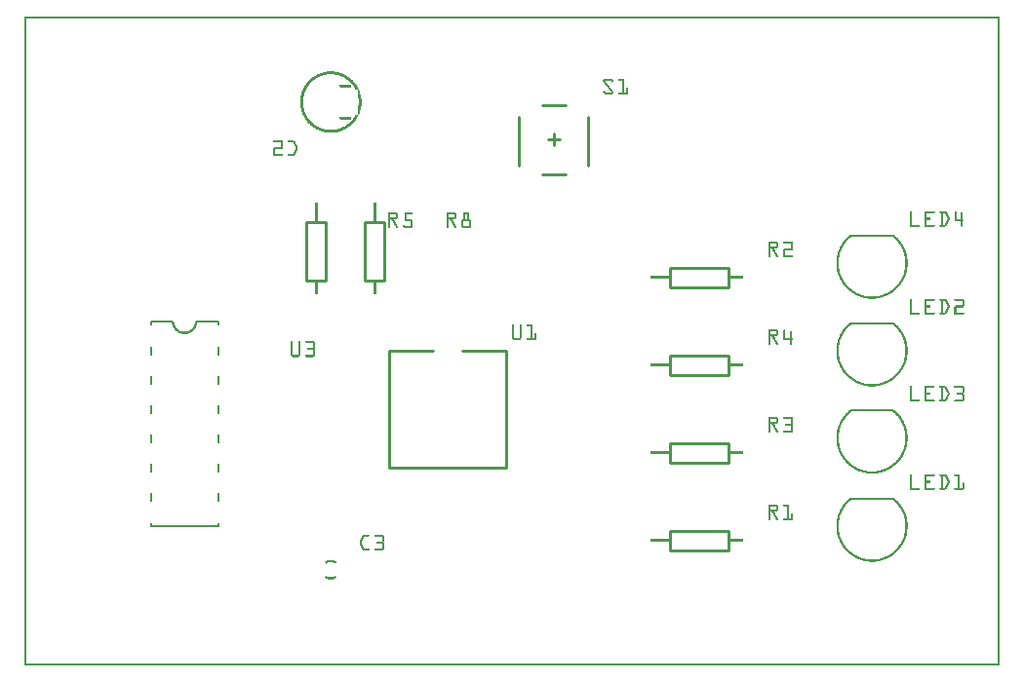
<source format=gto>
G04 MADE WITH FRITZING*
G04 WWW.FRITZING.ORG*
G04 DOUBLE SIDED*
G04 HOLES PLATED*
G04 CONTOUR ON CENTER OF CONTOUR VECTOR*
%ASAXBY*%
%FSLAX23Y23*%
%MOIN*%
%OFA0B0*%
%SFA1.0B1.0*%
%ADD10C,0.010000*%
%ADD11C,0.008000*%
%ADD12C,0.007874*%
%ADD13R,0.001000X0.001000*%
%LNSILK1*%
G90*
G70*
G54D10*
X1230Y1519D02*
X1230Y1319D01*
D02*
X1230Y1319D02*
X1164Y1319D01*
D02*
X1164Y1319D02*
X1164Y1519D01*
D02*
X1164Y1519D02*
X1230Y1519D01*
D02*
X1030Y1519D02*
X1030Y1319D01*
D02*
X1030Y1319D02*
X964Y1319D01*
D02*
X964Y1319D02*
X964Y1519D01*
D02*
X964Y1519D02*
X1030Y1519D01*
D02*
X1247Y1079D02*
X1247Y679D01*
D02*
X1247Y679D02*
X1647Y679D01*
D02*
X1647Y679D02*
X1647Y1079D01*
D02*
X1247Y1079D02*
X1397Y1079D01*
D02*
X1497Y1079D02*
X1647Y1079D01*
D02*
X1848Y1683D02*
X1769Y1683D01*
D02*
X1927Y1879D02*
X1927Y1712D01*
D02*
X1691Y1879D02*
X1691Y1712D01*
D02*
X1848Y1919D02*
X1769Y1919D01*
D02*
X1828Y1801D02*
X1789Y1801D01*
D02*
X1809Y1781D02*
X1809Y1820D01*
D02*
X2207Y1062D02*
X2407Y1062D01*
D02*
X2407Y1062D02*
X2407Y996D01*
D02*
X2407Y996D02*
X2207Y996D01*
D02*
X2207Y996D02*
X2207Y1062D01*
D02*
X2207Y762D02*
X2407Y762D01*
D02*
X2407Y762D02*
X2407Y696D01*
D02*
X2407Y696D02*
X2207Y696D01*
D02*
X2207Y696D02*
X2207Y762D01*
D02*
X2207Y1362D02*
X2407Y1362D01*
D02*
X2407Y1362D02*
X2407Y1296D01*
D02*
X2407Y1296D02*
X2207Y1296D01*
D02*
X2207Y1296D02*
X2207Y1362D01*
D02*
X2207Y462D02*
X2407Y462D01*
D02*
X2407Y462D02*
X2407Y396D01*
D02*
X2407Y396D02*
X2207Y396D01*
D02*
X2207Y396D02*
X2207Y462D01*
G54D11*
D02*
X662Y479D02*
X432Y479D01*
D02*
X662Y1179D02*
X587Y1179D01*
D02*
X432Y1179D02*
X507Y1179D01*
D02*
X662Y1179D02*
X662Y1169D01*
D02*
X662Y479D02*
X662Y489D01*
D02*
X432Y1179D02*
X432Y1169D01*
D02*
X432Y479D02*
X432Y489D01*
D02*
X662Y1092D02*
X662Y1066D01*
D02*
X662Y992D02*
X662Y966D01*
D02*
X662Y892D02*
X662Y866D01*
D02*
X662Y792D02*
X662Y766D01*
D02*
X662Y692D02*
X662Y666D01*
D02*
X662Y592D02*
X662Y566D01*
D02*
X432Y592D02*
X432Y566D01*
D02*
X432Y692D02*
X432Y666D01*
D02*
X432Y792D02*
X432Y766D01*
D02*
X432Y892D02*
X432Y866D01*
D02*
X432Y992D02*
X432Y966D01*
D02*
X432Y1092D02*
X432Y1066D01*
G54D12*
X2968Y1473D02*
X2826Y1473D01*
D02*
X2968Y874D02*
X2826Y874D01*
D02*
X2968Y1173D02*
X2826Y1173D01*
D02*
X2968Y573D02*
X2826Y573D01*
D02*
G54D13*
X0Y2222D02*
X3332Y2222D01*
X0Y2221D02*
X3332Y2221D01*
X0Y2220D02*
X3332Y2220D01*
X0Y2219D02*
X3332Y2219D01*
X0Y2218D02*
X3332Y2218D01*
X0Y2217D02*
X3332Y2217D01*
X0Y2216D02*
X3332Y2216D01*
X0Y2215D02*
X3332Y2215D01*
X0Y2214D02*
X7Y2214D01*
X3325Y2214D02*
X3332Y2214D01*
X0Y2213D02*
X7Y2213D01*
X3325Y2213D02*
X3332Y2213D01*
X0Y2212D02*
X7Y2212D01*
X3325Y2212D02*
X3332Y2212D01*
X0Y2211D02*
X7Y2211D01*
X3325Y2211D02*
X3332Y2211D01*
X0Y2210D02*
X7Y2210D01*
X3325Y2210D02*
X3332Y2210D01*
X0Y2209D02*
X7Y2209D01*
X3325Y2209D02*
X3332Y2209D01*
X0Y2208D02*
X7Y2208D01*
X3325Y2208D02*
X3332Y2208D01*
X0Y2207D02*
X7Y2207D01*
X3325Y2207D02*
X3332Y2207D01*
X0Y2206D02*
X7Y2206D01*
X3325Y2206D02*
X3332Y2206D01*
X0Y2205D02*
X7Y2205D01*
X3325Y2205D02*
X3332Y2205D01*
X0Y2204D02*
X7Y2204D01*
X3325Y2204D02*
X3332Y2204D01*
X0Y2203D02*
X7Y2203D01*
X3325Y2203D02*
X3332Y2203D01*
X0Y2202D02*
X7Y2202D01*
X3325Y2202D02*
X3332Y2202D01*
X0Y2201D02*
X7Y2201D01*
X3325Y2201D02*
X3332Y2201D01*
X0Y2200D02*
X7Y2200D01*
X3325Y2200D02*
X3332Y2200D01*
X0Y2199D02*
X7Y2199D01*
X3325Y2199D02*
X3332Y2199D01*
X0Y2198D02*
X7Y2198D01*
X3325Y2198D02*
X3332Y2198D01*
X0Y2197D02*
X7Y2197D01*
X3325Y2197D02*
X3332Y2197D01*
X0Y2196D02*
X7Y2196D01*
X3325Y2196D02*
X3332Y2196D01*
X0Y2195D02*
X7Y2195D01*
X3325Y2195D02*
X3332Y2195D01*
X0Y2194D02*
X7Y2194D01*
X3325Y2194D02*
X3332Y2194D01*
X0Y2193D02*
X7Y2193D01*
X3325Y2193D02*
X3332Y2193D01*
X0Y2192D02*
X7Y2192D01*
X3325Y2192D02*
X3332Y2192D01*
X0Y2191D02*
X7Y2191D01*
X3325Y2191D02*
X3332Y2191D01*
X0Y2190D02*
X7Y2190D01*
X3325Y2190D02*
X3332Y2190D01*
X0Y2189D02*
X7Y2189D01*
X3325Y2189D02*
X3332Y2189D01*
X0Y2188D02*
X7Y2188D01*
X3325Y2188D02*
X3332Y2188D01*
X0Y2187D02*
X7Y2187D01*
X3325Y2187D02*
X3332Y2187D01*
X0Y2186D02*
X7Y2186D01*
X3325Y2186D02*
X3332Y2186D01*
X0Y2185D02*
X7Y2185D01*
X3325Y2185D02*
X3332Y2185D01*
X0Y2184D02*
X7Y2184D01*
X3325Y2184D02*
X3332Y2184D01*
X0Y2183D02*
X7Y2183D01*
X3325Y2183D02*
X3332Y2183D01*
X0Y2182D02*
X7Y2182D01*
X3325Y2182D02*
X3332Y2182D01*
X0Y2181D02*
X7Y2181D01*
X3325Y2181D02*
X3332Y2181D01*
X0Y2180D02*
X7Y2180D01*
X3325Y2180D02*
X3332Y2180D01*
X0Y2179D02*
X7Y2179D01*
X3325Y2179D02*
X3332Y2179D01*
X0Y2178D02*
X7Y2178D01*
X3325Y2178D02*
X3332Y2178D01*
X0Y2177D02*
X7Y2177D01*
X3325Y2177D02*
X3332Y2177D01*
X0Y2176D02*
X7Y2176D01*
X3325Y2176D02*
X3332Y2176D01*
X0Y2175D02*
X7Y2175D01*
X3325Y2175D02*
X3332Y2175D01*
X0Y2174D02*
X7Y2174D01*
X3325Y2174D02*
X3332Y2174D01*
X0Y2173D02*
X7Y2173D01*
X3325Y2173D02*
X3332Y2173D01*
X0Y2172D02*
X7Y2172D01*
X3325Y2172D02*
X3332Y2172D01*
X0Y2171D02*
X7Y2171D01*
X3325Y2171D02*
X3332Y2171D01*
X0Y2170D02*
X7Y2170D01*
X3325Y2170D02*
X3332Y2170D01*
X0Y2169D02*
X7Y2169D01*
X3325Y2169D02*
X3332Y2169D01*
X0Y2168D02*
X7Y2168D01*
X3325Y2168D02*
X3332Y2168D01*
X0Y2167D02*
X7Y2167D01*
X3325Y2167D02*
X3332Y2167D01*
X0Y2166D02*
X7Y2166D01*
X3325Y2166D02*
X3332Y2166D01*
X0Y2165D02*
X7Y2165D01*
X3325Y2165D02*
X3332Y2165D01*
X0Y2164D02*
X7Y2164D01*
X3325Y2164D02*
X3332Y2164D01*
X0Y2163D02*
X7Y2163D01*
X3325Y2163D02*
X3332Y2163D01*
X0Y2162D02*
X7Y2162D01*
X3325Y2162D02*
X3332Y2162D01*
X0Y2161D02*
X7Y2161D01*
X3325Y2161D02*
X3332Y2161D01*
X0Y2160D02*
X7Y2160D01*
X3325Y2160D02*
X3332Y2160D01*
X0Y2159D02*
X7Y2159D01*
X3325Y2159D02*
X3332Y2159D01*
X0Y2158D02*
X7Y2158D01*
X3325Y2158D02*
X3332Y2158D01*
X0Y2157D02*
X7Y2157D01*
X3325Y2157D02*
X3332Y2157D01*
X0Y2156D02*
X7Y2156D01*
X3325Y2156D02*
X3332Y2156D01*
X0Y2155D02*
X7Y2155D01*
X3325Y2155D02*
X3332Y2155D01*
X0Y2154D02*
X7Y2154D01*
X3325Y2154D02*
X3332Y2154D01*
X0Y2153D02*
X7Y2153D01*
X3325Y2153D02*
X3332Y2153D01*
X0Y2152D02*
X7Y2152D01*
X3325Y2152D02*
X3332Y2152D01*
X0Y2151D02*
X7Y2151D01*
X3325Y2151D02*
X3332Y2151D01*
X0Y2150D02*
X7Y2150D01*
X3325Y2150D02*
X3332Y2150D01*
X0Y2149D02*
X7Y2149D01*
X3325Y2149D02*
X3332Y2149D01*
X0Y2148D02*
X7Y2148D01*
X3325Y2148D02*
X3332Y2148D01*
X0Y2147D02*
X7Y2147D01*
X3325Y2147D02*
X3332Y2147D01*
X0Y2146D02*
X7Y2146D01*
X3325Y2146D02*
X3332Y2146D01*
X0Y2145D02*
X7Y2145D01*
X3325Y2145D02*
X3332Y2145D01*
X0Y2144D02*
X7Y2144D01*
X3325Y2144D02*
X3332Y2144D01*
X0Y2143D02*
X7Y2143D01*
X3325Y2143D02*
X3332Y2143D01*
X0Y2142D02*
X7Y2142D01*
X3325Y2142D02*
X3332Y2142D01*
X0Y2141D02*
X7Y2141D01*
X3325Y2141D02*
X3332Y2141D01*
X0Y2140D02*
X7Y2140D01*
X3325Y2140D02*
X3332Y2140D01*
X0Y2139D02*
X7Y2139D01*
X3325Y2139D02*
X3332Y2139D01*
X0Y2138D02*
X7Y2138D01*
X3325Y2138D02*
X3332Y2138D01*
X0Y2137D02*
X7Y2137D01*
X3325Y2137D02*
X3332Y2137D01*
X0Y2136D02*
X7Y2136D01*
X3325Y2136D02*
X3332Y2136D01*
X0Y2135D02*
X7Y2135D01*
X3325Y2135D02*
X3332Y2135D01*
X0Y2134D02*
X7Y2134D01*
X3325Y2134D02*
X3332Y2134D01*
X0Y2133D02*
X7Y2133D01*
X3325Y2133D02*
X3332Y2133D01*
X0Y2132D02*
X7Y2132D01*
X3325Y2132D02*
X3332Y2132D01*
X0Y2131D02*
X7Y2131D01*
X3325Y2131D02*
X3332Y2131D01*
X0Y2130D02*
X7Y2130D01*
X3325Y2130D02*
X3332Y2130D01*
X0Y2129D02*
X7Y2129D01*
X3325Y2129D02*
X3332Y2129D01*
X0Y2128D02*
X7Y2128D01*
X3325Y2128D02*
X3332Y2128D01*
X0Y2127D02*
X7Y2127D01*
X3325Y2127D02*
X3332Y2127D01*
X0Y2126D02*
X7Y2126D01*
X3325Y2126D02*
X3332Y2126D01*
X0Y2125D02*
X7Y2125D01*
X3325Y2125D02*
X3332Y2125D01*
X0Y2124D02*
X7Y2124D01*
X3325Y2124D02*
X3332Y2124D01*
X0Y2123D02*
X7Y2123D01*
X3325Y2123D02*
X3332Y2123D01*
X0Y2122D02*
X7Y2122D01*
X3325Y2122D02*
X3332Y2122D01*
X0Y2121D02*
X7Y2121D01*
X3325Y2121D02*
X3332Y2121D01*
X0Y2120D02*
X7Y2120D01*
X3325Y2120D02*
X3332Y2120D01*
X0Y2119D02*
X7Y2119D01*
X3325Y2119D02*
X3332Y2119D01*
X0Y2118D02*
X7Y2118D01*
X3325Y2118D02*
X3332Y2118D01*
X0Y2117D02*
X7Y2117D01*
X3325Y2117D02*
X3332Y2117D01*
X0Y2116D02*
X7Y2116D01*
X3325Y2116D02*
X3332Y2116D01*
X0Y2115D02*
X7Y2115D01*
X3325Y2115D02*
X3332Y2115D01*
X0Y2114D02*
X7Y2114D01*
X3325Y2114D02*
X3332Y2114D01*
X0Y2113D02*
X7Y2113D01*
X3325Y2113D02*
X3332Y2113D01*
X0Y2112D02*
X7Y2112D01*
X3325Y2112D02*
X3332Y2112D01*
X0Y2111D02*
X7Y2111D01*
X3325Y2111D02*
X3332Y2111D01*
X0Y2110D02*
X7Y2110D01*
X3325Y2110D02*
X3332Y2110D01*
X0Y2109D02*
X7Y2109D01*
X3325Y2109D02*
X3332Y2109D01*
X0Y2108D02*
X7Y2108D01*
X3325Y2108D02*
X3332Y2108D01*
X0Y2107D02*
X7Y2107D01*
X3325Y2107D02*
X3332Y2107D01*
X0Y2106D02*
X7Y2106D01*
X3325Y2106D02*
X3332Y2106D01*
X0Y2105D02*
X7Y2105D01*
X3325Y2105D02*
X3332Y2105D01*
X0Y2104D02*
X7Y2104D01*
X3325Y2104D02*
X3332Y2104D01*
X0Y2103D02*
X7Y2103D01*
X3325Y2103D02*
X3332Y2103D01*
X0Y2102D02*
X7Y2102D01*
X3325Y2102D02*
X3332Y2102D01*
X0Y2101D02*
X7Y2101D01*
X3325Y2101D02*
X3332Y2101D01*
X0Y2100D02*
X7Y2100D01*
X3325Y2100D02*
X3332Y2100D01*
X0Y2099D02*
X7Y2099D01*
X3325Y2099D02*
X3332Y2099D01*
X0Y2098D02*
X7Y2098D01*
X3325Y2098D02*
X3332Y2098D01*
X0Y2097D02*
X7Y2097D01*
X3325Y2097D02*
X3332Y2097D01*
X0Y2096D02*
X7Y2096D01*
X3325Y2096D02*
X3332Y2096D01*
X0Y2095D02*
X7Y2095D01*
X3325Y2095D02*
X3332Y2095D01*
X0Y2094D02*
X7Y2094D01*
X3325Y2094D02*
X3332Y2094D01*
X0Y2093D02*
X7Y2093D01*
X3325Y2093D02*
X3332Y2093D01*
X0Y2092D02*
X7Y2092D01*
X3325Y2092D02*
X3332Y2092D01*
X0Y2091D02*
X7Y2091D01*
X3325Y2091D02*
X3332Y2091D01*
X0Y2090D02*
X7Y2090D01*
X3325Y2090D02*
X3332Y2090D01*
X0Y2089D02*
X7Y2089D01*
X3325Y2089D02*
X3332Y2089D01*
X0Y2088D02*
X7Y2088D01*
X3325Y2088D02*
X3332Y2088D01*
X0Y2087D02*
X7Y2087D01*
X3325Y2087D02*
X3332Y2087D01*
X0Y2086D02*
X7Y2086D01*
X3325Y2086D02*
X3332Y2086D01*
X0Y2085D02*
X7Y2085D01*
X3325Y2085D02*
X3332Y2085D01*
X0Y2084D02*
X7Y2084D01*
X3325Y2084D02*
X3332Y2084D01*
X0Y2083D02*
X7Y2083D01*
X3325Y2083D02*
X3332Y2083D01*
X0Y2082D02*
X7Y2082D01*
X3325Y2082D02*
X3332Y2082D01*
X0Y2081D02*
X7Y2081D01*
X3325Y2081D02*
X3332Y2081D01*
X0Y2080D02*
X7Y2080D01*
X3325Y2080D02*
X3332Y2080D01*
X0Y2079D02*
X7Y2079D01*
X3325Y2079D02*
X3332Y2079D01*
X0Y2078D02*
X7Y2078D01*
X3325Y2078D02*
X3332Y2078D01*
X0Y2077D02*
X7Y2077D01*
X3325Y2077D02*
X3332Y2077D01*
X0Y2076D02*
X7Y2076D01*
X3325Y2076D02*
X3332Y2076D01*
X0Y2075D02*
X7Y2075D01*
X3325Y2075D02*
X3332Y2075D01*
X0Y2074D02*
X7Y2074D01*
X3325Y2074D02*
X3332Y2074D01*
X0Y2073D02*
X7Y2073D01*
X3325Y2073D02*
X3332Y2073D01*
X0Y2072D02*
X7Y2072D01*
X3325Y2072D02*
X3332Y2072D01*
X0Y2071D02*
X7Y2071D01*
X3325Y2071D02*
X3332Y2071D01*
X0Y2070D02*
X7Y2070D01*
X3325Y2070D02*
X3332Y2070D01*
X0Y2069D02*
X7Y2069D01*
X3325Y2069D02*
X3332Y2069D01*
X0Y2068D02*
X7Y2068D01*
X3325Y2068D02*
X3332Y2068D01*
X0Y2067D02*
X7Y2067D01*
X3325Y2067D02*
X3332Y2067D01*
X0Y2066D02*
X7Y2066D01*
X3325Y2066D02*
X3332Y2066D01*
X0Y2065D02*
X7Y2065D01*
X3325Y2065D02*
X3332Y2065D01*
X0Y2064D02*
X7Y2064D01*
X3325Y2064D02*
X3332Y2064D01*
X0Y2063D02*
X7Y2063D01*
X3325Y2063D02*
X3332Y2063D01*
X0Y2062D02*
X7Y2062D01*
X3325Y2062D02*
X3332Y2062D01*
X0Y2061D02*
X7Y2061D01*
X3325Y2061D02*
X3332Y2061D01*
X0Y2060D02*
X7Y2060D01*
X3325Y2060D02*
X3332Y2060D01*
X0Y2059D02*
X7Y2059D01*
X3325Y2059D02*
X3332Y2059D01*
X0Y2058D02*
X7Y2058D01*
X3325Y2058D02*
X3332Y2058D01*
X0Y2057D02*
X7Y2057D01*
X3325Y2057D02*
X3332Y2057D01*
X0Y2056D02*
X7Y2056D01*
X3325Y2056D02*
X3332Y2056D01*
X0Y2055D02*
X7Y2055D01*
X3325Y2055D02*
X3332Y2055D01*
X0Y2054D02*
X7Y2054D01*
X3325Y2054D02*
X3332Y2054D01*
X0Y2053D02*
X7Y2053D01*
X3325Y2053D02*
X3332Y2053D01*
X0Y2052D02*
X7Y2052D01*
X3325Y2052D02*
X3332Y2052D01*
X0Y2051D02*
X7Y2051D01*
X3325Y2051D02*
X3332Y2051D01*
X0Y2050D02*
X7Y2050D01*
X3325Y2050D02*
X3332Y2050D01*
X0Y2049D02*
X7Y2049D01*
X3325Y2049D02*
X3332Y2049D01*
X0Y2048D02*
X7Y2048D01*
X3325Y2048D02*
X3332Y2048D01*
X0Y2047D02*
X7Y2047D01*
X3325Y2047D02*
X3332Y2047D01*
X0Y2046D02*
X7Y2046D01*
X3325Y2046D02*
X3332Y2046D01*
X0Y2045D02*
X7Y2045D01*
X3325Y2045D02*
X3332Y2045D01*
X0Y2044D02*
X7Y2044D01*
X3325Y2044D02*
X3332Y2044D01*
X0Y2043D02*
X7Y2043D01*
X3325Y2043D02*
X3332Y2043D01*
X0Y2042D02*
X7Y2042D01*
X3325Y2042D02*
X3332Y2042D01*
X0Y2041D02*
X7Y2041D01*
X3325Y2041D02*
X3332Y2041D01*
X0Y2040D02*
X7Y2040D01*
X3325Y2040D02*
X3332Y2040D01*
X0Y2039D02*
X7Y2039D01*
X3325Y2039D02*
X3332Y2039D01*
X0Y2038D02*
X7Y2038D01*
X3325Y2038D02*
X3332Y2038D01*
X0Y2037D02*
X7Y2037D01*
X3325Y2037D02*
X3332Y2037D01*
X0Y2036D02*
X7Y2036D01*
X3325Y2036D02*
X3332Y2036D01*
X0Y2035D02*
X7Y2035D01*
X3325Y2035D02*
X3332Y2035D01*
X0Y2034D02*
X7Y2034D01*
X3325Y2034D02*
X3332Y2034D01*
X0Y2033D02*
X7Y2033D01*
X1033Y2033D02*
X1060Y2033D01*
X3325Y2033D02*
X3332Y2033D01*
X0Y2032D02*
X7Y2032D01*
X1027Y2032D02*
X1066Y2032D01*
X3325Y2032D02*
X3332Y2032D01*
X0Y2031D02*
X7Y2031D01*
X1023Y2031D02*
X1071Y2031D01*
X3325Y2031D02*
X3332Y2031D01*
X0Y2030D02*
X7Y2030D01*
X1019Y2030D02*
X1075Y2030D01*
X3325Y2030D02*
X3332Y2030D01*
X0Y2029D02*
X7Y2029D01*
X1015Y2029D02*
X1078Y2029D01*
X3325Y2029D02*
X3332Y2029D01*
X0Y2028D02*
X7Y2028D01*
X1013Y2028D02*
X1081Y2028D01*
X3325Y2028D02*
X3332Y2028D01*
X0Y2027D02*
X7Y2027D01*
X1010Y2027D02*
X1084Y2027D01*
X3325Y2027D02*
X3332Y2027D01*
X0Y2026D02*
X7Y2026D01*
X1007Y2026D02*
X1086Y2026D01*
X3325Y2026D02*
X3332Y2026D01*
X0Y2025D02*
X7Y2025D01*
X1005Y2025D02*
X1088Y2025D01*
X3325Y2025D02*
X3332Y2025D01*
X0Y2024D02*
X7Y2024D01*
X1003Y2024D02*
X1091Y2024D01*
X3325Y2024D02*
X3332Y2024D01*
X0Y2023D02*
X7Y2023D01*
X1001Y2023D02*
X1032Y2023D01*
X1061Y2023D02*
X1093Y2023D01*
X3325Y2023D02*
X3332Y2023D01*
X0Y2022D02*
X7Y2022D01*
X999Y2022D02*
X1027Y2022D01*
X1067Y2022D02*
X1095Y2022D01*
X3325Y2022D02*
X3332Y2022D01*
X0Y2021D02*
X7Y2021D01*
X997Y2021D02*
X1022Y2021D01*
X1071Y2021D02*
X1097Y2021D01*
X3325Y2021D02*
X3332Y2021D01*
X0Y2020D02*
X7Y2020D01*
X995Y2020D02*
X1019Y2020D01*
X1075Y2020D02*
X1098Y2020D01*
X3325Y2020D02*
X3332Y2020D01*
X0Y2019D02*
X7Y2019D01*
X994Y2019D02*
X1016Y2019D01*
X1078Y2019D02*
X1100Y2019D01*
X3325Y2019D02*
X3332Y2019D01*
X0Y2018D02*
X7Y2018D01*
X992Y2018D02*
X1013Y2018D01*
X1081Y2018D02*
X1102Y2018D01*
X3325Y2018D02*
X3332Y2018D01*
X0Y2017D02*
X7Y2017D01*
X990Y2017D02*
X1010Y2017D01*
X1083Y2017D02*
X1103Y2017D01*
X3325Y2017D02*
X3332Y2017D01*
X0Y2016D02*
X7Y2016D01*
X989Y2016D02*
X1008Y2016D01*
X1086Y2016D02*
X1105Y2016D01*
X3325Y2016D02*
X3332Y2016D01*
X0Y2015D02*
X7Y2015D01*
X987Y2015D02*
X1006Y2015D01*
X1088Y2015D02*
X1106Y2015D01*
X3325Y2015D02*
X3332Y2015D01*
X0Y2014D02*
X7Y2014D01*
X986Y2014D02*
X1004Y2014D01*
X1090Y2014D02*
X1108Y2014D01*
X3325Y2014D02*
X3332Y2014D01*
X0Y2013D02*
X7Y2013D01*
X984Y2013D02*
X1002Y2013D01*
X1092Y2013D02*
X1109Y2013D01*
X3325Y2013D02*
X3332Y2013D01*
X0Y2012D02*
X7Y2012D01*
X983Y2012D02*
X1000Y2012D01*
X1094Y2012D02*
X1110Y2012D01*
X3325Y2012D02*
X3332Y2012D01*
X0Y2011D02*
X7Y2011D01*
X982Y2011D02*
X998Y2011D01*
X1095Y2011D02*
X1112Y2011D01*
X3325Y2011D02*
X3332Y2011D01*
X0Y2010D02*
X7Y2010D01*
X980Y2010D02*
X997Y2010D01*
X1097Y2010D02*
X1113Y2010D01*
X3325Y2010D02*
X3332Y2010D01*
X0Y2009D02*
X7Y2009D01*
X979Y2009D02*
X995Y2009D01*
X1098Y2009D02*
X1114Y2009D01*
X1986Y2009D02*
X2003Y2009D01*
X2032Y2009D02*
X2048Y2009D01*
X3325Y2009D02*
X3332Y2009D01*
X0Y2008D02*
X7Y2008D01*
X978Y2008D02*
X993Y2008D01*
X1100Y2008D02*
X1115Y2008D01*
X1982Y2008D02*
X2006Y2008D01*
X2029Y2008D02*
X2048Y2008D01*
X3325Y2008D02*
X3332Y2008D01*
X0Y2007D02*
X7Y2007D01*
X977Y2007D02*
X992Y2007D01*
X1101Y2007D02*
X1116Y2007D01*
X1981Y2007D02*
X2008Y2007D01*
X2029Y2007D02*
X2048Y2007D01*
X3325Y2007D02*
X3332Y2007D01*
X0Y2006D02*
X7Y2006D01*
X976Y2006D02*
X991Y2006D01*
X1103Y2006D02*
X1117Y2006D01*
X1980Y2006D02*
X2009Y2006D01*
X2028Y2006D02*
X2048Y2006D01*
X3325Y2006D02*
X3332Y2006D01*
X0Y2005D02*
X7Y2005D01*
X975Y2005D02*
X989Y2005D01*
X1104Y2005D02*
X1119Y2005D01*
X1979Y2005D02*
X2010Y2005D01*
X2028Y2005D02*
X2048Y2005D01*
X3325Y2005D02*
X3332Y2005D01*
X0Y2004D02*
X7Y2004D01*
X974Y2004D02*
X988Y2004D01*
X1105Y2004D02*
X1120Y2004D01*
X1979Y2004D02*
X2010Y2004D01*
X2029Y2004D02*
X2048Y2004D01*
X3325Y2004D02*
X3332Y2004D01*
X0Y2003D02*
X7Y2003D01*
X973Y2003D02*
X987Y2003D01*
X1107Y2003D02*
X1121Y2003D01*
X1978Y2003D02*
X2011Y2003D01*
X2029Y2003D02*
X2048Y2003D01*
X3325Y2003D02*
X3332Y2003D01*
X0Y2002D02*
X7Y2002D01*
X972Y2002D02*
X985Y2002D01*
X1108Y2002D02*
X1122Y2002D01*
X1978Y2002D02*
X1985Y2002D01*
X2003Y2002D02*
X2011Y2002D01*
X2041Y2002D02*
X2048Y2002D01*
X3325Y2002D02*
X3332Y2002D01*
X0Y2001D02*
X7Y2001D01*
X971Y2001D02*
X984Y2001D01*
X1109Y2001D02*
X1123Y2001D01*
X1978Y2001D02*
X1984Y2001D01*
X2005Y2001D02*
X2011Y2001D01*
X2042Y2001D02*
X2048Y2001D01*
X3325Y2001D02*
X3332Y2001D01*
X0Y2000D02*
X7Y2000D01*
X970Y2000D02*
X983Y2000D01*
X1110Y2000D02*
X1123Y2000D01*
X1978Y2000D02*
X1985Y2000D01*
X2005Y2000D02*
X2012Y2000D01*
X2042Y2000D02*
X2048Y2000D01*
X3325Y2000D02*
X3332Y2000D01*
X0Y1999D02*
X7Y1999D01*
X969Y1999D02*
X982Y1999D01*
X1111Y1999D02*
X1124Y1999D01*
X1978Y1999D02*
X1985Y1999D01*
X2006Y1999D02*
X2011Y1999D01*
X2042Y1999D02*
X2048Y1999D01*
X3325Y1999D02*
X3332Y1999D01*
X0Y1998D02*
X7Y1998D01*
X968Y1998D02*
X981Y1998D01*
X1112Y1998D02*
X1125Y1998D01*
X1979Y1998D02*
X1986Y1998D01*
X2006Y1998D02*
X2011Y1998D01*
X2042Y1998D02*
X2048Y1998D01*
X3325Y1998D02*
X3332Y1998D01*
X0Y1997D02*
X7Y1997D01*
X967Y1997D02*
X980Y1997D01*
X1114Y1997D02*
X1126Y1997D01*
X1979Y1997D02*
X1987Y1997D01*
X2007Y1997D02*
X2010Y1997D01*
X2042Y1997D02*
X2048Y1997D01*
X3325Y1997D02*
X3332Y1997D01*
X0Y1996D02*
X7Y1996D01*
X966Y1996D02*
X979Y1996D01*
X1115Y1996D02*
X1127Y1996D01*
X1980Y1996D02*
X1988Y1996D01*
X2042Y1996D02*
X2048Y1996D01*
X3325Y1996D02*
X3332Y1996D01*
X0Y1995D02*
X7Y1995D01*
X966Y1995D02*
X978Y1995D01*
X1115Y1995D02*
X1128Y1995D01*
X1981Y1995D02*
X1989Y1995D01*
X2042Y1995D02*
X2048Y1995D01*
X3325Y1995D02*
X3332Y1995D01*
X0Y1994D02*
X7Y1994D01*
X965Y1994D02*
X977Y1994D01*
X1116Y1994D02*
X1129Y1994D01*
X1981Y1994D02*
X1989Y1994D01*
X2042Y1994D02*
X2048Y1994D01*
X3325Y1994D02*
X3332Y1994D01*
X0Y1993D02*
X7Y1993D01*
X964Y1993D02*
X976Y1993D01*
X1117Y1993D02*
X1129Y1993D01*
X1982Y1993D02*
X1990Y1993D01*
X2042Y1993D02*
X2048Y1993D01*
X3325Y1993D02*
X3332Y1993D01*
X0Y1992D02*
X7Y1992D01*
X963Y1992D02*
X975Y1992D01*
X1118Y1992D02*
X1130Y1992D01*
X1983Y1992D02*
X1991Y1992D01*
X2042Y1992D02*
X2048Y1992D01*
X3325Y1992D02*
X3332Y1992D01*
X0Y1991D02*
X7Y1991D01*
X963Y1991D02*
X974Y1991D01*
X1119Y1991D02*
X1131Y1991D01*
X1984Y1991D02*
X1992Y1991D01*
X2042Y1991D02*
X2048Y1991D01*
X3325Y1991D02*
X3332Y1991D01*
X0Y1990D02*
X7Y1990D01*
X962Y1990D02*
X973Y1990D01*
X1120Y1990D02*
X1132Y1990D01*
X1984Y1990D02*
X1992Y1990D01*
X2042Y1990D02*
X2048Y1990D01*
X3325Y1990D02*
X3332Y1990D01*
X0Y1989D02*
X7Y1989D01*
X961Y1989D02*
X973Y1989D01*
X1080Y1989D02*
X1113Y1989D01*
X1121Y1989D02*
X1132Y1989D01*
X1985Y1989D02*
X1993Y1989D01*
X2042Y1989D02*
X2048Y1989D01*
X3325Y1989D02*
X3332Y1989D01*
X0Y1988D02*
X7Y1988D01*
X960Y1988D02*
X972Y1988D01*
X1079Y1988D02*
X1115Y1988D01*
X1122Y1988D02*
X1133Y1988D01*
X1986Y1988D02*
X1994Y1988D01*
X2042Y1988D02*
X2048Y1988D01*
X3325Y1988D02*
X3332Y1988D01*
X0Y1987D02*
X7Y1987D01*
X960Y1987D02*
X971Y1987D01*
X1078Y1987D02*
X1116Y1987D01*
X1122Y1987D02*
X1134Y1987D01*
X1987Y1987D02*
X1995Y1987D01*
X2042Y1987D02*
X2048Y1987D01*
X3325Y1987D02*
X3332Y1987D01*
X0Y1986D02*
X7Y1986D01*
X959Y1986D02*
X970Y1986D01*
X1077Y1986D02*
X1116Y1986D01*
X1123Y1986D02*
X1134Y1986D01*
X1988Y1986D02*
X1996Y1986D01*
X2042Y1986D02*
X2048Y1986D01*
X3325Y1986D02*
X3332Y1986D01*
X0Y1985D02*
X7Y1985D01*
X959Y1985D02*
X970Y1985D01*
X1077Y1985D02*
X1117Y1985D01*
X1124Y1985D02*
X1135Y1985D01*
X1988Y1985D02*
X1996Y1985D01*
X2042Y1985D02*
X2048Y1985D01*
X3325Y1985D02*
X3332Y1985D01*
X0Y1984D02*
X7Y1984D01*
X958Y1984D02*
X969Y1984D01*
X1077Y1984D02*
X1117Y1984D01*
X1125Y1984D02*
X1135Y1984D01*
X1989Y1984D02*
X1997Y1984D01*
X2042Y1984D02*
X2048Y1984D01*
X3325Y1984D02*
X3332Y1984D01*
X0Y1983D02*
X7Y1983D01*
X957Y1983D02*
X968Y1983D01*
X1077Y1983D02*
X1117Y1983D01*
X1125Y1983D02*
X1136Y1983D01*
X1990Y1983D02*
X1998Y1983D01*
X2042Y1983D02*
X2048Y1983D01*
X3325Y1983D02*
X3332Y1983D01*
X0Y1982D02*
X7Y1982D01*
X957Y1982D02*
X967Y1982D01*
X1077Y1982D02*
X1116Y1982D01*
X1126Y1982D02*
X1137Y1982D01*
X1991Y1982D02*
X1999Y1982D01*
X2042Y1982D02*
X2048Y1982D01*
X3325Y1982D02*
X3332Y1982D01*
X0Y1981D02*
X7Y1981D01*
X956Y1981D02*
X967Y1981D01*
X1078Y1981D02*
X1116Y1981D01*
X1127Y1981D02*
X1137Y1981D01*
X1991Y1981D02*
X1999Y1981D01*
X2042Y1981D02*
X2048Y1981D01*
X3325Y1981D02*
X3332Y1981D01*
X0Y1980D02*
X7Y1980D01*
X956Y1980D02*
X966Y1980D01*
X1079Y1980D02*
X1115Y1980D01*
X1127Y1980D02*
X1138Y1980D01*
X1992Y1980D02*
X2000Y1980D01*
X2042Y1980D02*
X2048Y1980D01*
X3325Y1980D02*
X3332Y1980D01*
X0Y1979D02*
X7Y1979D01*
X955Y1979D02*
X966Y1979D01*
X1080Y1979D02*
X1113Y1979D01*
X1128Y1979D02*
X1139Y1979D01*
X1993Y1979D02*
X2001Y1979D01*
X2042Y1979D02*
X2048Y1979D01*
X2057Y1979D02*
X2060Y1979D01*
X3325Y1979D02*
X3332Y1979D01*
X0Y1978D02*
X7Y1978D01*
X955Y1978D02*
X965Y1978D01*
X1129Y1978D02*
X1139Y1978D01*
X1994Y1978D02*
X2002Y1978D01*
X2042Y1978D02*
X2048Y1978D01*
X2056Y1978D02*
X2061Y1978D01*
X3325Y1978D02*
X3332Y1978D01*
X0Y1977D02*
X7Y1977D01*
X954Y1977D02*
X964Y1977D01*
X1129Y1977D02*
X1139Y1977D01*
X1995Y1977D02*
X2003Y1977D01*
X2042Y1977D02*
X2048Y1977D01*
X2056Y1977D02*
X2062Y1977D01*
X3325Y1977D02*
X3332Y1977D01*
X0Y1976D02*
X7Y1976D01*
X954Y1976D02*
X964Y1976D01*
X1130Y1976D02*
X1140Y1976D01*
X1995Y1976D02*
X2003Y1976D01*
X2042Y1976D02*
X2048Y1976D01*
X2056Y1976D02*
X2062Y1976D01*
X3325Y1976D02*
X3332Y1976D01*
X0Y1975D02*
X7Y1975D01*
X953Y1975D02*
X963Y1975D01*
X1130Y1975D02*
X1140Y1975D01*
X1996Y1975D02*
X2004Y1975D01*
X2042Y1975D02*
X2048Y1975D01*
X2056Y1975D02*
X2062Y1975D01*
X3325Y1975D02*
X3332Y1975D01*
X0Y1974D02*
X7Y1974D01*
X953Y1974D02*
X963Y1974D01*
X1131Y1974D02*
X1141Y1974D01*
X1997Y1974D02*
X2005Y1974D01*
X2042Y1974D02*
X2048Y1974D01*
X2056Y1974D02*
X2062Y1974D01*
X3325Y1974D02*
X3332Y1974D01*
X0Y1973D02*
X7Y1973D01*
X952Y1973D02*
X962Y1973D01*
X1131Y1973D02*
X1141Y1973D01*
X1998Y1973D02*
X2006Y1973D01*
X2042Y1973D02*
X2048Y1973D01*
X2056Y1973D02*
X2062Y1973D01*
X3325Y1973D02*
X3332Y1973D01*
X0Y1972D02*
X7Y1972D01*
X952Y1972D02*
X962Y1972D01*
X1132Y1972D02*
X1142Y1972D01*
X1998Y1972D02*
X2006Y1972D01*
X2042Y1972D02*
X2048Y1972D01*
X2056Y1972D02*
X2062Y1972D01*
X3325Y1972D02*
X3332Y1972D01*
X0Y1971D02*
X7Y1971D01*
X951Y1971D02*
X961Y1971D01*
X1140Y1971D02*
X1142Y1971D01*
X1999Y1971D02*
X2007Y1971D01*
X2042Y1971D02*
X2048Y1971D01*
X2056Y1971D02*
X2062Y1971D01*
X3325Y1971D02*
X3332Y1971D01*
X0Y1970D02*
X7Y1970D01*
X951Y1970D02*
X961Y1970D01*
X1140Y1970D02*
X1143Y1970D01*
X2000Y1970D02*
X2008Y1970D01*
X2042Y1970D02*
X2048Y1970D01*
X2056Y1970D02*
X2062Y1970D01*
X3325Y1970D02*
X3332Y1970D01*
X0Y1969D02*
X7Y1969D01*
X950Y1969D02*
X960Y1969D01*
X1140Y1969D02*
X1143Y1969D01*
X2001Y1969D02*
X2009Y1969D01*
X2042Y1969D02*
X2048Y1969D01*
X2056Y1969D02*
X2062Y1969D01*
X3325Y1969D02*
X3332Y1969D01*
X0Y1968D02*
X7Y1968D01*
X950Y1968D02*
X960Y1968D01*
X1140Y1968D02*
X1144Y1968D01*
X2002Y1968D02*
X2010Y1968D01*
X2042Y1968D02*
X2048Y1968D01*
X2056Y1968D02*
X2062Y1968D01*
X3325Y1968D02*
X3332Y1968D01*
X0Y1967D02*
X7Y1967D01*
X949Y1967D02*
X959Y1967D01*
X1140Y1967D02*
X1144Y1967D01*
X1979Y1967D02*
X1983Y1967D01*
X2002Y1967D02*
X2010Y1967D01*
X2042Y1967D02*
X2048Y1967D01*
X2056Y1967D02*
X2062Y1967D01*
X3325Y1967D02*
X3332Y1967D01*
X0Y1966D02*
X7Y1966D01*
X949Y1966D02*
X959Y1966D01*
X1140Y1966D02*
X1144Y1966D01*
X1979Y1966D02*
X1983Y1966D01*
X2003Y1966D02*
X2011Y1966D01*
X2042Y1966D02*
X2048Y1966D01*
X2056Y1966D02*
X2062Y1966D01*
X3325Y1966D02*
X3332Y1966D01*
X0Y1965D02*
X7Y1965D01*
X949Y1965D02*
X958Y1965D01*
X1140Y1965D02*
X1145Y1965D01*
X1978Y1965D02*
X1984Y1965D01*
X2004Y1965D02*
X2011Y1965D01*
X2042Y1965D02*
X2048Y1965D01*
X2056Y1965D02*
X2062Y1965D01*
X3325Y1965D02*
X3332Y1965D01*
X0Y1964D02*
X7Y1964D01*
X948Y1964D02*
X958Y1964D01*
X1140Y1964D02*
X1145Y1964D01*
X1978Y1964D02*
X1984Y1964D01*
X2005Y1964D02*
X2011Y1964D01*
X2042Y1964D02*
X2048Y1964D01*
X2056Y1964D02*
X2062Y1964D01*
X3325Y1964D02*
X3332Y1964D01*
X0Y1963D02*
X7Y1963D01*
X948Y1963D02*
X958Y1963D01*
X1140Y1963D02*
X1145Y1963D01*
X1978Y1963D02*
X1984Y1963D01*
X2005Y1963D02*
X2012Y1963D01*
X2042Y1963D02*
X2048Y1963D01*
X2056Y1963D02*
X2062Y1963D01*
X3325Y1963D02*
X3332Y1963D01*
X0Y1962D02*
X7Y1962D01*
X948Y1962D02*
X957Y1962D01*
X1140Y1962D02*
X1146Y1962D01*
X1978Y1962D02*
X1986Y1962D01*
X2005Y1962D02*
X2011Y1962D01*
X2042Y1962D02*
X2048Y1962D01*
X2055Y1962D02*
X2062Y1962D01*
X3325Y1962D02*
X3332Y1962D01*
X0Y1961D02*
X7Y1961D01*
X947Y1961D02*
X957Y1961D01*
X1140Y1961D02*
X1146Y1961D01*
X1979Y1961D02*
X2011Y1961D01*
X2029Y1961D02*
X2062Y1961D01*
X3325Y1961D02*
X3332Y1961D01*
X0Y1960D02*
X7Y1960D01*
X947Y1960D02*
X956Y1960D01*
X1140Y1960D02*
X1147Y1960D01*
X1979Y1960D02*
X2011Y1960D01*
X2029Y1960D02*
X2062Y1960D01*
X3325Y1960D02*
X3332Y1960D01*
X0Y1959D02*
X7Y1959D01*
X947Y1959D02*
X956Y1959D01*
X1140Y1959D02*
X1147Y1959D01*
X1980Y1959D02*
X2011Y1959D01*
X2028Y1959D02*
X2062Y1959D01*
X3325Y1959D02*
X3332Y1959D01*
X0Y1958D02*
X7Y1958D01*
X946Y1958D02*
X956Y1958D01*
X1140Y1958D02*
X1147Y1958D01*
X1980Y1958D02*
X2010Y1958D01*
X2028Y1958D02*
X2062Y1958D01*
X3325Y1958D02*
X3332Y1958D01*
X0Y1957D02*
X7Y1957D01*
X946Y1957D02*
X955Y1957D01*
X1140Y1957D02*
X1147Y1957D01*
X1982Y1957D02*
X2009Y1957D01*
X2029Y1957D02*
X2061Y1957D01*
X3325Y1957D02*
X3332Y1957D01*
X0Y1956D02*
X7Y1956D01*
X946Y1956D02*
X955Y1956D01*
X1140Y1956D02*
X1148Y1956D01*
X1983Y1956D02*
X2008Y1956D01*
X2029Y1956D02*
X2061Y1956D01*
X3325Y1956D02*
X3332Y1956D01*
X0Y1955D02*
X7Y1955D01*
X946Y1955D02*
X955Y1955D01*
X1140Y1955D02*
X1148Y1955D01*
X1986Y1955D02*
X2005Y1955D01*
X2031Y1955D02*
X2059Y1955D01*
X3325Y1955D02*
X3332Y1955D01*
X0Y1954D02*
X7Y1954D01*
X945Y1954D02*
X955Y1954D01*
X1140Y1954D02*
X1148Y1954D01*
X3325Y1954D02*
X3332Y1954D01*
X0Y1953D02*
X7Y1953D01*
X945Y1953D02*
X954Y1953D01*
X1140Y1953D02*
X1148Y1953D01*
X3325Y1953D02*
X3332Y1953D01*
X0Y1952D02*
X7Y1952D01*
X945Y1952D02*
X954Y1952D01*
X1140Y1952D02*
X1149Y1952D01*
X3325Y1952D02*
X3332Y1952D01*
X0Y1951D02*
X7Y1951D01*
X945Y1951D02*
X954Y1951D01*
X1140Y1951D02*
X1149Y1951D01*
X3325Y1951D02*
X3332Y1951D01*
X0Y1950D02*
X7Y1950D01*
X944Y1950D02*
X954Y1950D01*
X1140Y1950D02*
X1149Y1950D01*
X3325Y1950D02*
X3332Y1950D01*
X0Y1949D02*
X7Y1949D01*
X944Y1949D02*
X953Y1949D01*
X1140Y1949D02*
X1149Y1949D01*
X3325Y1949D02*
X3332Y1949D01*
X0Y1948D02*
X7Y1948D01*
X944Y1948D02*
X953Y1948D01*
X1140Y1948D02*
X1149Y1948D01*
X3325Y1948D02*
X3332Y1948D01*
X0Y1947D02*
X7Y1947D01*
X944Y1947D02*
X953Y1947D01*
X1141Y1947D02*
X1150Y1947D01*
X3325Y1947D02*
X3332Y1947D01*
X0Y1946D02*
X7Y1946D01*
X944Y1946D02*
X953Y1946D01*
X1141Y1946D02*
X1150Y1946D01*
X3325Y1946D02*
X3332Y1946D01*
X0Y1945D02*
X7Y1945D01*
X944Y1945D02*
X953Y1945D01*
X1141Y1945D02*
X1150Y1945D01*
X3325Y1945D02*
X3332Y1945D01*
X0Y1944D02*
X7Y1944D01*
X943Y1944D02*
X952Y1944D01*
X1141Y1944D02*
X1150Y1944D01*
X3325Y1944D02*
X3332Y1944D01*
X0Y1943D02*
X7Y1943D01*
X943Y1943D02*
X952Y1943D01*
X1141Y1943D02*
X1150Y1943D01*
X3325Y1943D02*
X3332Y1943D01*
X0Y1942D02*
X7Y1942D01*
X943Y1942D02*
X952Y1942D01*
X1141Y1942D02*
X1150Y1942D01*
X3325Y1942D02*
X3332Y1942D01*
X0Y1941D02*
X7Y1941D01*
X943Y1941D02*
X952Y1941D01*
X1141Y1941D02*
X1151Y1941D01*
X3325Y1941D02*
X3332Y1941D01*
X0Y1940D02*
X7Y1940D01*
X943Y1940D02*
X952Y1940D01*
X1142Y1940D02*
X1151Y1940D01*
X3325Y1940D02*
X3332Y1940D01*
X0Y1939D02*
X7Y1939D01*
X943Y1939D02*
X952Y1939D01*
X1142Y1939D02*
X1151Y1939D01*
X3325Y1939D02*
X3332Y1939D01*
X0Y1938D02*
X7Y1938D01*
X943Y1938D02*
X952Y1938D01*
X1142Y1938D02*
X1151Y1938D01*
X3325Y1938D02*
X3332Y1938D01*
X0Y1937D02*
X7Y1937D01*
X943Y1937D02*
X952Y1937D01*
X1142Y1937D02*
X1151Y1937D01*
X3325Y1937D02*
X3332Y1937D01*
X0Y1936D02*
X7Y1936D01*
X943Y1936D02*
X952Y1936D01*
X1142Y1936D02*
X1151Y1936D01*
X3325Y1936D02*
X3332Y1936D01*
X0Y1935D02*
X7Y1935D01*
X942Y1935D02*
X951Y1935D01*
X1142Y1935D02*
X1151Y1935D01*
X3325Y1935D02*
X3332Y1935D01*
X0Y1934D02*
X7Y1934D01*
X942Y1934D02*
X951Y1934D01*
X1142Y1934D02*
X1151Y1934D01*
X3325Y1934D02*
X3332Y1934D01*
X0Y1933D02*
X7Y1933D01*
X942Y1933D02*
X951Y1933D01*
X1142Y1933D02*
X1151Y1933D01*
X3325Y1933D02*
X3332Y1933D01*
X0Y1932D02*
X7Y1932D01*
X942Y1932D02*
X951Y1932D01*
X1142Y1932D02*
X1151Y1932D01*
X3325Y1932D02*
X3332Y1932D01*
X0Y1931D02*
X7Y1931D01*
X942Y1931D02*
X951Y1931D01*
X1142Y1931D02*
X1151Y1931D01*
X3325Y1931D02*
X3332Y1931D01*
X0Y1930D02*
X7Y1930D01*
X942Y1930D02*
X951Y1930D01*
X1142Y1930D02*
X1151Y1930D01*
X3325Y1930D02*
X3332Y1930D01*
X0Y1929D02*
X7Y1929D01*
X942Y1929D02*
X951Y1929D01*
X1142Y1929D02*
X1151Y1929D01*
X3325Y1929D02*
X3332Y1929D01*
X0Y1928D02*
X7Y1928D01*
X942Y1928D02*
X951Y1928D01*
X1142Y1928D02*
X1151Y1928D01*
X3325Y1928D02*
X3332Y1928D01*
X0Y1927D02*
X7Y1927D01*
X942Y1927D02*
X951Y1927D01*
X1142Y1927D02*
X1151Y1927D01*
X3325Y1927D02*
X3332Y1927D01*
X0Y1926D02*
X7Y1926D01*
X942Y1926D02*
X951Y1926D01*
X1142Y1926D02*
X1151Y1926D01*
X3325Y1926D02*
X3332Y1926D01*
X0Y1925D02*
X7Y1925D01*
X942Y1925D02*
X951Y1925D01*
X1142Y1925D02*
X1151Y1925D01*
X3325Y1925D02*
X3332Y1925D01*
X0Y1924D02*
X7Y1924D01*
X942Y1924D02*
X951Y1924D01*
X1142Y1924D02*
X1151Y1924D01*
X3325Y1924D02*
X3332Y1924D01*
X0Y1923D02*
X7Y1923D01*
X942Y1923D02*
X951Y1923D01*
X1142Y1923D02*
X1151Y1923D01*
X3325Y1923D02*
X3332Y1923D01*
X0Y1922D02*
X7Y1922D01*
X943Y1922D02*
X952Y1922D01*
X1142Y1922D02*
X1151Y1922D01*
X3325Y1922D02*
X3332Y1922D01*
X0Y1921D02*
X7Y1921D01*
X943Y1921D02*
X952Y1921D01*
X1142Y1921D02*
X1151Y1921D01*
X3325Y1921D02*
X3332Y1921D01*
X0Y1920D02*
X7Y1920D01*
X943Y1920D02*
X952Y1920D01*
X1142Y1920D02*
X1151Y1920D01*
X3325Y1920D02*
X3332Y1920D01*
X0Y1919D02*
X7Y1919D01*
X943Y1919D02*
X952Y1919D01*
X1142Y1919D02*
X1151Y1919D01*
X3325Y1919D02*
X3332Y1919D01*
X0Y1918D02*
X7Y1918D01*
X943Y1918D02*
X952Y1918D01*
X1142Y1918D02*
X1151Y1918D01*
X3325Y1918D02*
X3332Y1918D01*
X0Y1917D02*
X7Y1917D01*
X943Y1917D02*
X952Y1917D01*
X1141Y1917D02*
X1151Y1917D01*
X3325Y1917D02*
X3332Y1917D01*
X0Y1916D02*
X7Y1916D01*
X943Y1916D02*
X952Y1916D01*
X1141Y1916D02*
X1150Y1916D01*
X3325Y1916D02*
X3332Y1916D01*
X0Y1915D02*
X7Y1915D01*
X943Y1915D02*
X952Y1915D01*
X1141Y1915D02*
X1150Y1915D01*
X3325Y1915D02*
X3332Y1915D01*
X0Y1914D02*
X7Y1914D01*
X943Y1914D02*
X952Y1914D01*
X1141Y1914D02*
X1150Y1914D01*
X3325Y1914D02*
X3332Y1914D01*
X0Y1913D02*
X7Y1913D01*
X944Y1913D02*
X953Y1913D01*
X1141Y1913D02*
X1150Y1913D01*
X3325Y1913D02*
X3332Y1913D01*
X0Y1912D02*
X7Y1912D01*
X944Y1912D02*
X953Y1912D01*
X1141Y1912D02*
X1150Y1912D01*
X3325Y1912D02*
X3332Y1912D01*
X0Y1911D02*
X7Y1911D01*
X944Y1911D02*
X953Y1911D01*
X1141Y1911D02*
X1150Y1911D01*
X3325Y1911D02*
X3332Y1911D01*
X0Y1910D02*
X7Y1910D01*
X944Y1910D02*
X953Y1910D01*
X1140Y1910D02*
X1149Y1910D01*
X3325Y1910D02*
X3332Y1910D01*
X0Y1909D02*
X7Y1909D01*
X944Y1909D02*
X953Y1909D01*
X1140Y1909D02*
X1149Y1909D01*
X3325Y1909D02*
X3332Y1909D01*
X0Y1908D02*
X7Y1908D01*
X944Y1908D02*
X954Y1908D01*
X1140Y1908D02*
X1149Y1908D01*
X3325Y1908D02*
X3332Y1908D01*
X0Y1907D02*
X7Y1907D01*
X945Y1907D02*
X954Y1907D01*
X1140Y1907D02*
X1149Y1907D01*
X3325Y1907D02*
X3332Y1907D01*
X0Y1906D02*
X7Y1906D01*
X945Y1906D02*
X954Y1906D01*
X1140Y1906D02*
X1149Y1906D01*
X3325Y1906D02*
X3332Y1906D01*
X0Y1905D02*
X7Y1905D01*
X945Y1905D02*
X954Y1905D01*
X1140Y1905D02*
X1148Y1905D01*
X3325Y1905D02*
X3332Y1905D01*
X0Y1904D02*
X7Y1904D01*
X945Y1904D02*
X955Y1904D01*
X1140Y1904D02*
X1148Y1904D01*
X3325Y1904D02*
X3332Y1904D01*
X0Y1903D02*
X7Y1903D01*
X946Y1903D02*
X955Y1903D01*
X1140Y1903D02*
X1148Y1903D01*
X3325Y1903D02*
X3332Y1903D01*
X0Y1902D02*
X7Y1902D01*
X946Y1902D02*
X955Y1902D01*
X1140Y1902D02*
X1148Y1902D01*
X3325Y1902D02*
X3332Y1902D01*
X0Y1901D02*
X7Y1901D01*
X946Y1901D02*
X955Y1901D01*
X1140Y1901D02*
X1147Y1901D01*
X3325Y1901D02*
X3332Y1901D01*
X0Y1900D02*
X7Y1900D01*
X946Y1900D02*
X956Y1900D01*
X1140Y1900D02*
X1147Y1900D01*
X3325Y1900D02*
X3332Y1900D01*
X0Y1899D02*
X7Y1899D01*
X947Y1899D02*
X956Y1899D01*
X1140Y1899D02*
X1147Y1899D01*
X3325Y1899D02*
X3332Y1899D01*
X0Y1898D02*
X7Y1898D01*
X947Y1898D02*
X956Y1898D01*
X1140Y1898D02*
X1146Y1898D01*
X3325Y1898D02*
X3332Y1898D01*
X0Y1897D02*
X7Y1897D01*
X947Y1897D02*
X957Y1897D01*
X1140Y1897D02*
X1146Y1897D01*
X3325Y1897D02*
X3332Y1897D01*
X0Y1896D02*
X7Y1896D01*
X948Y1896D02*
X957Y1896D01*
X1140Y1896D02*
X1146Y1896D01*
X3325Y1896D02*
X3332Y1896D01*
X0Y1895D02*
X7Y1895D01*
X948Y1895D02*
X958Y1895D01*
X1140Y1895D02*
X1145Y1895D01*
X3325Y1895D02*
X3332Y1895D01*
X0Y1894D02*
X7Y1894D01*
X948Y1894D02*
X958Y1894D01*
X1140Y1894D02*
X1145Y1894D01*
X3325Y1894D02*
X3332Y1894D01*
X0Y1893D02*
X7Y1893D01*
X949Y1893D02*
X958Y1893D01*
X1140Y1893D02*
X1145Y1893D01*
X3325Y1893D02*
X3332Y1893D01*
X0Y1892D02*
X7Y1892D01*
X949Y1892D02*
X959Y1892D01*
X1140Y1892D02*
X1144Y1892D01*
X3325Y1892D02*
X3332Y1892D01*
X0Y1891D02*
X7Y1891D01*
X949Y1891D02*
X959Y1891D01*
X1140Y1891D02*
X1144Y1891D01*
X3325Y1891D02*
X3332Y1891D01*
X0Y1890D02*
X7Y1890D01*
X950Y1890D02*
X960Y1890D01*
X1140Y1890D02*
X1144Y1890D01*
X3325Y1890D02*
X3332Y1890D01*
X0Y1889D02*
X7Y1889D01*
X950Y1889D02*
X960Y1889D01*
X1140Y1889D02*
X1143Y1889D01*
X3325Y1889D02*
X3332Y1889D01*
X0Y1888D02*
X7Y1888D01*
X951Y1888D02*
X961Y1888D01*
X1140Y1888D02*
X1143Y1888D01*
X3325Y1888D02*
X3332Y1888D01*
X0Y1887D02*
X7Y1887D01*
X951Y1887D02*
X961Y1887D01*
X1140Y1887D02*
X1142Y1887D01*
X3325Y1887D02*
X3332Y1887D01*
X0Y1886D02*
X7Y1886D01*
X952Y1886D02*
X962Y1886D01*
X1132Y1886D02*
X1142Y1886D01*
X3325Y1886D02*
X3332Y1886D01*
X0Y1885D02*
X7Y1885D01*
X952Y1885D02*
X962Y1885D01*
X1131Y1885D02*
X1141Y1885D01*
X3325Y1885D02*
X3332Y1885D01*
X0Y1884D02*
X7Y1884D01*
X953Y1884D02*
X963Y1884D01*
X1131Y1884D02*
X1141Y1884D01*
X3325Y1884D02*
X3332Y1884D01*
X0Y1883D02*
X7Y1883D01*
X953Y1883D02*
X963Y1883D01*
X1130Y1883D02*
X1140Y1883D01*
X3325Y1883D02*
X3332Y1883D01*
X0Y1882D02*
X7Y1882D01*
X954Y1882D02*
X964Y1882D01*
X1130Y1882D02*
X1140Y1882D01*
X3325Y1882D02*
X3332Y1882D01*
X0Y1881D02*
X7Y1881D01*
X954Y1881D02*
X964Y1881D01*
X1129Y1881D02*
X1139Y1881D01*
X3325Y1881D02*
X3332Y1881D01*
X0Y1880D02*
X7Y1880D01*
X955Y1880D02*
X965Y1880D01*
X1129Y1880D02*
X1139Y1880D01*
X3325Y1880D02*
X3332Y1880D01*
X0Y1879D02*
X7Y1879D01*
X955Y1879D02*
X966Y1879D01*
X1080Y1879D02*
X1113Y1879D01*
X1128Y1879D02*
X1138Y1879D01*
X3325Y1879D02*
X3332Y1879D01*
X0Y1878D02*
X7Y1878D01*
X956Y1878D02*
X966Y1878D01*
X1079Y1878D02*
X1115Y1878D01*
X1127Y1878D02*
X1138Y1878D01*
X3325Y1878D02*
X3332Y1878D01*
X0Y1877D02*
X7Y1877D01*
X956Y1877D02*
X967Y1877D01*
X1078Y1877D02*
X1116Y1877D01*
X1127Y1877D02*
X1137Y1877D01*
X3325Y1877D02*
X3332Y1877D01*
X0Y1876D02*
X7Y1876D01*
X957Y1876D02*
X967Y1876D01*
X1077Y1876D02*
X1116Y1876D01*
X1126Y1876D02*
X1137Y1876D01*
X3325Y1876D02*
X3332Y1876D01*
X0Y1875D02*
X7Y1875D01*
X957Y1875D02*
X968Y1875D01*
X1077Y1875D02*
X1117Y1875D01*
X1125Y1875D02*
X1136Y1875D01*
X3325Y1875D02*
X3332Y1875D01*
X0Y1874D02*
X7Y1874D01*
X958Y1874D02*
X969Y1874D01*
X1077Y1874D02*
X1117Y1874D01*
X1125Y1874D02*
X1135Y1874D01*
X3325Y1874D02*
X3332Y1874D01*
X0Y1873D02*
X7Y1873D01*
X959Y1873D02*
X970Y1873D01*
X1077Y1873D02*
X1117Y1873D01*
X1124Y1873D02*
X1135Y1873D01*
X3325Y1873D02*
X3332Y1873D01*
X0Y1872D02*
X7Y1872D01*
X959Y1872D02*
X970Y1872D01*
X1077Y1872D02*
X1116Y1872D01*
X1123Y1872D02*
X1134Y1872D01*
X3325Y1872D02*
X3332Y1872D01*
X0Y1871D02*
X7Y1871D01*
X960Y1871D02*
X971Y1871D01*
X1078Y1871D02*
X1116Y1871D01*
X1122Y1871D02*
X1134Y1871D01*
X3325Y1871D02*
X3332Y1871D01*
X0Y1870D02*
X7Y1870D01*
X960Y1870D02*
X972Y1870D01*
X1079Y1870D02*
X1115Y1870D01*
X1122Y1870D02*
X1133Y1870D01*
X3325Y1870D02*
X3332Y1870D01*
X0Y1869D02*
X7Y1869D01*
X961Y1869D02*
X973Y1869D01*
X1080Y1869D02*
X1113Y1869D01*
X1121Y1869D02*
X1132Y1869D01*
X3325Y1869D02*
X3332Y1869D01*
X0Y1868D02*
X7Y1868D01*
X962Y1868D02*
X973Y1868D01*
X1120Y1868D02*
X1132Y1868D01*
X3325Y1868D02*
X3332Y1868D01*
X0Y1867D02*
X7Y1867D01*
X963Y1867D02*
X974Y1867D01*
X1119Y1867D02*
X1131Y1867D01*
X3325Y1867D02*
X3332Y1867D01*
X0Y1866D02*
X7Y1866D01*
X963Y1866D02*
X975Y1866D01*
X1118Y1866D02*
X1130Y1866D01*
X3325Y1866D02*
X3332Y1866D01*
X0Y1865D02*
X7Y1865D01*
X964Y1865D02*
X976Y1865D01*
X1117Y1865D02*
X1129Y1865D01*
X3325Y1865D02*
X3332Y1865D01*
X0Y1864D02*
X7Y1864D01*
X965Y1864D02*
X977Y1864D01*
X1116Y1864D02*
X1129Y1864D01*
X3325Y1864D02*
X3332Y1864D01*
X0Y1863D02*
X7Y1863D01*
X966Y1863D02*
X978Y1863D01*
X1115Y1863D02*
X1128Y1863D01*
X3325Y1863D02*
X3332Y1863D01*
X0Y1862D02*
X7Y1862D01*
X966Y1862D02*
X979Y1862D01*
X1115Y1862D02*
X1127Y1862D01*
X3325Y1862D02*
X3332Y1862D01*
X0Y1861D02*
X7Y1861D01*
X967Y1861D02*
X980Y1861D01*
X1113Y1861D02*
X1126Y1861D01*
X3325Y1861D02*
X3332Y1861D01*
X0Y1860D02*
X7Y1860D01*
X968Y1860D02*
X981Y1860D01*
X1112Y1860D02*
X1125Y1860D01*
X3325Y1860D02*
X3332Y1860D01*
X0Y1859D02*
X7Y1859D01*
X969Y1859D02*
X982Y1859D01*
X1111Y1859D02*
X1124Y1859D01*
X3325Y1859D02*
X3332Y1859D01*
X0Y1858D02*
X7Y1858D01*
X970Y1858D02*
X983Y1858D01*
X1110Y1858D02*
X1123Y1858D01*
X3325Y1858D02*
X3332Y1858D01*
X0Y1857D02*
X7Y1857D01*
X971Y1857D02*
X984Y1857D01*
X1109Y1857D02*
X1123Y1857D01*
X3325Y1857D02*
X3332Y1857D01*
X0Y1856D02*
X7Y1856D01*
X972Y1856D02*
X986Y1856D01*
X1108Y1856D02*
X1122Y1856D01*
X3325Y1856D02*
X3332Y1856D01*
X0Y1855D02*
X7Y1855D01*
X973Y1855D02*
X987Y1855D01*
X1107Y1855D02*
X1121Y1855D01*
X3325Y1855D02*
X3332Y1855D01*
X0Y1854D02*
X7Y1854D01*
X974Y1854D02*
X988Y1854D01*
X1105Y1854D02*
X1120Y1854D01*
X3325Y1854D02*
X3332Y1854D01*
X0Y1853D02*
X7Y1853D01*
X975Y1853D02*
X989Y1853D01*
X1104Y1853D02*
X1119Y1853D01*
X3325Y1853D02*
X3332Y1853D01*
X0Y1852D02*
X7Y1852D01*
X976Y1852D02*
X991Y1852D01*
X1103Y1852D02*
X1117Y1852D01*
X3325Y1852D02*
X3332Y1852D01*
X0Y1851D02*
X7Y1851D01*
X977Y1851D02*
X992Y1851D01*
X1101Y1851D02*
X1116Y1851D01*
X3325Y1851D02*
X3332Y1851D01*
X0Y1850D02*
X7Y1850D01*
X978Y1850D02*
X993Y1850D01*
X1100Y1850D02*
X1115Y1850D01*
X3325Y1850D02*
X3332Y1850D01*
X0Y1849D02*
X7Y1849D01*
X979Y1849D02*
X995Y1849D01*
X1098Y1849D02*
X1114Y1849D01*
X3325Y1849D02*
X3332Y1849D01*
X0Y1848D02*
X7Y1848D01*
X981Y1848D02*
X997Y1848D01*
X1097Y1848D02*
X1113Y1848D01*
X3325Y1848D02*
X3332Y1848D01*
X0Y1847D02*
X7Y1847D01*
X982Y1847D02*
X998Y1847D01*
X1095Y1847D02*
X1112Y1847D01*
X3325Y1847D02*
X3332Y1847D01*
X0Y1846D02*
X7Y1846D01*
X983Y1846D02*
X1000Y1846D01*
X1094Y1846D02*
X1110Y1846D01*
X3325Y1846D02*
X3332Y1846D01*
X0Y1845D02*
X7Y1845D01*
X985Y1845D02*
X1002Y1845D01*
X1092Y1845D02*
X1109Y1845D01*
X3325Y1845D02*
X3332Y1845D01*
X0Y1844D02*
X7Y1844D01*
X986Y1844D02*
X1004Y1844D01*
X1090Y1844D02*
X1108Y1844D01*
X3325Y1844D02*
X3332Y1844D01*
X0Y1843D02*
X7Y1843D01*
X987Y1843D02*
X1006Y1843D01*
X1088Y1843D02*
X1106Y1843D01*
X3325Y1843D02*
X3332Y1843D01*
X0Y1842D02*
X7Y1842D01*
X989Y1842D02*
X1008Y1842D01*
X1085Y1842D02*
X1105Y1842D01*
X3325Y1842D02*
X3332Y1842D01*
X0Y1841D02*
X7Y1841D01*
X990Y1841D02*
X1010Y1841D01*
X1083Y1841D02*
X1103Y1841D01*
X3325Y1841D02*
X3332Y1841D01*
X0Y1840D02*
X7Y1840D01*
X992Y1840D02*
X1013Y1840D01*
X1080Y1840D02*
X1102Y1840D01*
X3325Y1840D02*
X3332Y1840D01*
X0Y1839D02*
X7Y1839D01*
X994Y1839D02*
X1016Y1839D01*
X1078Y1839D02*
X1100Y1839D01*
X3325Y1839D02*
X3332Y1839D01*
X0Y1838D02*
X7Y1838D01*
X995Y1838D02*
X1019Y1838D01*
X1075Y1838D02*
X1098Y1838D01*
X3325Y1838D02*
X3332Y1838D01*
X0Y1837D02*
X7Y1837D01*
X997Y1837D02*
X1022Y1837D01*
X1071Y1837D02*
X1097Y1837D01*
X3325Y1837D02*
X3332Y1837D01*
X0Y1836D02*
X7Y1836D01*
X999Y1836D02*
X1027Y1836D01*
X1067Y1836D02*
X1095Y1836D01*
X3325Y1836D02*
X3332Y1836D01*
X0Y1835D02*
X7Y1835D01*
X1001Y1835D02*
X1032Y1835D01*
X1061Y1835D02*
X1093Y1835D01*
X3325Y1835D02*
X3332Y1835D01*
X0Y1834D02*
X7Y1834D01*
X1003Y1834D02*
X1090Y1834D01*
X3325Y1834D02*
X3332Y1834D01*
X0Y1833D02*
X7Y1833D01*
X1005Y1833D02*
X1088Y1833D01*
X3325Y1833D02*
X3332Y1833D01*
X0Y1832D02*
X7Y1832D01*
X1007Y1832D02*
X1086Y1832D01*
X3325Y1832D02*
X3332Y1832D01*
X0Y1831D02*
X7Y1831D01*
X1010Y1831D02*
X1084Y1831D01*
X3325Y1831D02*
X3332Y1831D01*
X0Y1830D02*
X7Y1830D01*
X1013Y1830D02*
X1081Y1830D01*
X3325Y1830D02*
X3332Y1830D01*
X0Y1829D02*
X7Y1829D01*
X1016Y1829D02*
X1078Y1829D01*
X3325Y1829D02*
X3332Y1829D01*
X0Y1828D02*
X7Y1828D01*
X1019Y1828D02*
X1075Y1828D01*
X3325Y1828D02*
X3332Y1828D01*
X0Y1827D02*
X7Y1827D01*
X1023Y1827D02*
X1071Y1827D01*
X3325Y1827D02*
X3332Y1827D01*
X0Y1826D02*
X7Y1826D01*
X1027Y1826D02*
X1066Y1826D01*
X3325Y1826D02*
X3332Y1826D01*
X0Y1825D02*
X7Y1825D01*
X1033Y1825D02*
X1060Y1825D01*
X3325Y1825D02*
X3332Y1825D01*
X0Y1824D02*
X7Y1824D01*
X3325Y1824D02*
X3332Y1824D01*
X0Y1823D02*
X7Y1823D01*
X3325Y1823D02*
X3332Y1823D01*
X0Y1822D02*
X7Y1822D01*
X3325Y1822D02*
X3332Y1822D01*
X0Y1821D02*
X7Y1821D01*
X3325Y1821D02*
X3332Y1821D01*
X0Y1820D02*
X7Y1820D01*
X3325Y1820D02*
X3332Y1820D01*
X0Y1819D02*
X7Y1819D01*
X3325Y1819D02*
X3332Y1819D01*
X0Y1818D02*
X7Y1818D01*
X3325Y1818D02*
X3332Y1818D01*
X0Y1817D02*
X7Y1817D01*
X3325Y1817D02*
X3332Y1817D01*
X0Y1816D02*
X7Y1816D01*
X3325Y1816D02*
X3332Y1816D01*
X0Y1815D02*
X7Y1815D01*
X3325Y1815D02*
X3332Y1815D01*
X0Y1814D02*
X7Y1814D01*
X3325Y1814D02*
X3332Y1814D01*
X0Y1813D02*
X7Y1813D01*
X3325Y1813D02*
X3332Y1813D01*
X0Y1812D02*
X7Y1812D01*
X3325Y1812D02*
X3332Y1812D01*
X0Y1811D02*
X7Y1811D01*
X3325Y1811D02*
X3332Y1811D01*
X0Y1810D02*
X7Y1810D01*
X3325Y1810D02*
X3332Y1810D01*
X0Y1809D02*
X7Y1809D01*
X3325Y1809D02*
X3332Y1809D01*
X0Y1808D02*
X7Y1808D01*
X3325Y1808D02*
X3332Y1808D01*
X0Y1807D02*
X7Y1807D01*
X3325Y1807D02*
X3332Y1807D01*
X0Y1806D02*
X7Y1806D01*
X3325Y1806D02*
X3332Y1806D01*
X0Y1805D02*
X7Y1805D01*
X3325Y1805D02*
X3332Y1805D01*
X0Y1804D02*
X7Y1804D01*
X3325Y1804D02*
X3332Y1804D01*
X0Y1803D02*
X7Y1803D01*
X3325Y1803D02*
X3332Y1803D01*
X0Y1802D02*
X7Y1802D01*
X3325Y1802D02*
X3332Y1802D01*
X0Y1801D02*
X7Y1801D01*
X3325Y1801D02*
X3332Y1801D01*
X0Y1800D02*
X7Y1800D01*
X3325Y1800D02*
X3332Y1800D01*
X0Y1799D02*
X7Y1799D01*
X3325Y1799D02*
X3332Y1799D01*
X0Y1798D02*
X7Y1798D01*
X852Y1798D02*
X883Y1798D01*
X902Y1798D02*
X918Y1798D01*
X3325Y1798D02*
X3332Y1798D01*
X0Y1797D02*
X7Y1797D01*
X850Y1797D02*
X883Y1797D01*
X901Y1797D02*
X920Y1797D01*
X3325Y1797D02*
X3332Y1797D01*
X0Y1796D02*
X7Y1796D01*
X850Y1796D02*
X883Y1796D01*
X900Y1796D02*
X922Y1796D01*
X3325Y1796D02*
X3332Y1796D01*
X0Y1795D02*
X7Y1795D01*
X850Y1795D02*
X883Y1795D01*
X900Y1795D02*
X923Y1795D01*
X3325Y1795D02*
X3332Y1795D01*
X0Y1794D02*
X7Y1794D01*
X850Y1794D02*
X883Y1794D01*
X900Y1794D02*
X924Y1794D01*
X3325Y1794D02*
X3332Y1794D01*
X0Y1793D02*
X7Y1793D01*
X850Y1793D02*
X883Y1793D01*
X900Y1793D02*
X924Y1793D01*
X3325Y1793D02*
X3332Y1793D01*
X0Y1792D02*
X7Y1792D01*
X851Y1792D02*
X883Y1792D01*
X901Y1792D02*
X925Y1792D01*
X3325Y1792D02*
X3332Y1792D01*
X0Y1791D02*
X7Y1791D01*
X877Y1791D02*
X883Y1791D01*
X918Y1791D02*
X925Y1791D01*
X3325Y1791D02*
X3332Y1791D01*
X0Y1790D02*
X7Y1790D01*
X877Y1790D02*
X883Y1790D01*
X919Y1790D02*
X926Y1790D01*
X3325Y1790D02*
X3332Y1790D01*
X0Y1789D02*
X7Y1789D01*
X877Y1789D02*
X883Y1789D01*
X920Y1789D02*
X926Y1789D01*
X3325Y1789D02*
X3332Y1789D01*
X0Y1788D02*
X7Y1788D01*
X877Y1788D02*
X883Y1788D01*
X920Y1788D02*
X927Y1788D01*
X3325Y1788D02*
X3332Y1788D01*
X0Y1787D02*
X7Y1787D01*
X877Y1787D02*
X883Y1787D01*
X921Y1787D02*
X927Y1787D01*
X3325Y1787D02*
X3332Y1787D01*
X0Y1786D02*
X7Y1786D01*
X877Y1786D02*
X883Y1786D01*
X921Y1786D02*
X928Y1786D01*
X3325Y1786D02*
X3332Y1786D01*
X0Y1785D02*
X7Y1785D01*
X877Y1785D02*
X883Y1785D01*
X922Y1785D02*
X928Y1785D01*
X3325Y1785D02*
X3332Y1785D01*
X0Y1784D02*
X7Y1784D01*
X877Y1784D02*
X883Y1784D01*
X922Y1784D02*
X929Y1784D01*
X3325Y1784D02*
X3332Y1784D01*
X0Y1783D02*
X7Y1783D01*
X877Y1783D02*
X883Y1783D01*
X923Y1783D02*
X929Y1783D01*
X3325Y1783D02*
X3332Y1783D01*
X0Y1782D02*
X7Y1782D01*
X877Y1782D02*
X883Y1782D01*
X923Y1782D02*
X930Y1782D01*
X3325Y1782D02*
X3332Y1782D01*
X0Y1781D02*
X7Y1781D01*
X877Y1781D02*
X883Y1781D01*
X924Y1781D02*
X930Y1781D01*
X3325Y1781D02*
X3332Y1781D01*
X0Y1780D02*
X7Y1780D01*
X877Y1780D02*
X883Y1780D01*
X924Y1780D02*
X931Y1780D01*
X3325Y1780D02*
X3332Y1780D01*
X0Y1779D02*
X7Y1779D01*
X877Y1779D02*
X883Y1779D01*
X925Y1779D02*
X931Y1779D01*
X3325Y1779D02*
X3332Y1779D01*
X0Y1778D02*
X7Y1778D01*
X877Y1778D02*
X883Y1778D01*
X925Y1778D02*
X932Y1778D01*
X3325Y1778D02*
X3332Y1778D01*
X0Y1777D02*
X7Y1777D01*
X877Y1777D02*
X883Y1777D01*
X926Y1777D02*
X932Y1777D01*
X3325Y1777D02*
X3332Y1777D01*
X0Y1776D02*
X7Y1776D01*
X877Y1776D02*
X883Y1776D01*
X926Y1776D02*
X933Y1776D01*
X3325Y1776D02*
X3332Y1776D01*
X0Y1775D02*
X7Y1775D01*
X877Y1775D02*
X883Y1775D01*
X927Y1775D02*
X933Y1775D01*
X3325Y1775D02*
X3332Y1775D01*
X0Y1774D02*
X7Y1774D01*
X854Y1774D02*
X883Y1774D01*
X927Y1774D02*
X933Y1774D01*
X3325Y1774D02*
X3332Y1774D01*
X0Y1773D02*
X7Y1773D01*
X852Y1773D02*
X883Y1773D01*
X927Y1773D02*
X933Y1773D01*
X3325Y1773D02*
X3332Y1773D01*
X0Y1772D02*
X7Y1772D01*
X851Y1772D02*
X883Y1772D01*
X927Y1772D02*
X933Y1772D01*
X3325Y1772D02*
X3332Y1772D01*
X0Y1771D02*
X7Y1771D01*
X850Y1771D02*
X882Y1771D01*
X927Y1771D02*
X933Y1771D01*
X3325Y1771D02*
X3332Y1771D01*
X0Y1770D02*
X7Y1770D01*
X850Y1770D02*
X881Y1770D01*
X927Y1770D02*
X933Y1770D01*
X3325Y1770D02*
X3332Y1770D01*
X0Y1769D02*
X7Y1769D01*
X850Y1769D02*
X880Y1769D01*
X927Y1769D02*
X933Y1769D01*
X3325Y1769D02*
X3332Y1769D01*
X0Y1768D02*
X7Y1768D01*
X850Y1768D02*
X878Y1768D01*
X927Y1768D02*
X933Y1768D01*
X3325Y1768D02*
X3332Y1768D01*
X0Y1767D02*
X7Y1767D01*
X850Y1767D02*
X856Y1767D01*
X926Y1767D02*
X933Y1767D01*
X3325Y1767D02*
X3332Y1767D01*
X0Y1766D02*
X7Y1766D01*
X850Y1766D02*
X856Y1766D01*
X926Y1766D02*
X932Y1766D01*
X3325Y1766D02*
X3332Y1766D01*
X0Y1765D02*
X7Y1765D01*
X850Y1765D02*
X856Y1765D01*
X925Y1765D02*
X932Y1765D01*
X3325Y1765D02*
X3332Y1765D01*
X0Y1764D02*
X7Y1764D01*
X850Y1764D02*
X856Y1764D01*
X925Y1764D02*
X932Y1764D01*
X3325Y1764D02*
X3332Y1764D01*
X0Y1763D02*
X7Y1763D01*
X850Y1763D02*
X856Y1763D01*
X924Y1763D02*
X931Y1763D01*
X3325Y1763D02*
X3332Y1763D01*
X0Y1762D02*
X7Y1762D01*
X850Y1762D02*
X856Y1762D01*
X924Y1762D02*
X931Y1762D01*
X3325Y1762D02*
X3332Y1762D01*
X0Y1761D02*
X7Y1761D01*
X850Y1761D02*
X856Y1761D01*
X923Y1761D02*
X930Y1761D01*
X3325Y1761D02*
X3332Y1761D01*
X0Y1760D02*
X7Y1760D01*
X850Y1760D02*
X856Y1760D01*
X923Y1760D02*
X930Y1760D01*
X3325Y1760D02*
X3332Y1760D01*
X0Y1759D02*
X7Y1759D01*
X850Y1759D02*
X856Y1759D01*
X922Y1759D02*
X929Y1759D01*
X3325Y1759D02*
X3332Y1759D01*
X0Y1758D02*
X7Y1758D01*
X850Y1758D02*
X856Y1758D01*
X922Y1758D02*
X929Y1758D01*
X3325Y1758D02*
X3332Y1758D01*
X0Y1757D02*
X7Y1757D01*
X850Y1757D02*
X856Y1757D01*
X921Y1757D02*
X928Y1757D01*
X3325Y1757D02*
X3332Y1757D01*
X0Y1756D02*
X7Y1756D01*
X850Y1756D02*
X856Y1756D01*
X921Y1756D02*
X928Y1756D01*
X3325Y1756D02*
X3332Y1756D01*
X0Y1755D02*
X7Y1755D01*
X850Y1755D02*
X856Y1755D01*
X920Y1755D02*
X927Y1755D01*
X3325Y1755D02*
X3332Y1755D01*
X0Y1754D02*
X7Y1754D01*
X850Y1754D02*
X856Y1754D01*
X920Y1754D02*
X927Y1754D01*
X3325Y1754D02*
X3332Y1754D01*
X0Y1753D02*
X7Y1753D01*
X850Y1753D02*
X856Y1753D01*
X919Y1753D02*
X926Y1753D01*
X3325Y1753D02*
X3332Y1753D01*
X0Y1752D02*
X7Y1752D01*
X850Y1752D02*
X856Y1752D01*
X918Y1752D02*
X926Y1752D01*
X3325Y1752D02*
X3332Y1752D01*
X0Y1751D02*
X7Y1751D01*
X850Y1751D02*
X881Y1751D01*
X902Y1751D02*
X925Y1751D01*
X3325Y1751D02*
X3332Y1751D01*
X0Y1750D02*
X7Y1750D01*
X850Y1750D02*
X882Y1750D01*
X901Y1750D02*
X925Y1750D01*
X3325Y1750D02*
X3332Y1750D01*
X0Y1749D02*
X7Y1749D01*
X850Y1749D02*
X883Y1749D01*
X900Y1749D02*
X924Y1749D01*
X3325Y1749D02*
X3332Y1749D01*
X0Y1748D02*
X7Y1748D01*
X850Y1748D02*
X883Y1748D01*
X900Y1748D02*
X923Y1748D01*
X3325Y1748D02*
X3332Y1748D01*
X0Y1747D02*
X7Y1747D01*
X851Y1747D02*
X883Y1747D01*
X900Y1747D02*
X922Y1747D01*
X3325Y1747D02*
X3332Y1747D01*
X0Y1746D02*
X7Y1746D01*
X852Y1746D02*
X883Y1746D01*
X900Y1746D02*
X921Y1746D01*
X3325Y1746D02*
X3332Y1746D01*
X0Y1745D02*
X7Y1745D01*
X853Y1745D02*
X882Y1745D01*
X901Y1745D02*
X919Y1745D01*
X3325Y1745D02*
X3332Y1745D01*
X0Y1744D02*
X7Y1744D01*
X3325Y1744D02*
X3332Y1744D01*
X0Y1743D02*
X7Y1743D01*
X3325Y1743D02*
X3332Y1743D01*
X0Y1742D02*
X7Y1742D01*
X3325Y1742D02*
X3332Y1742D01*
X0Y1741D02*
X7Y1741D01*
X3325Y1741D02*
X3332Y1741D01*
X0Y1740D02*
X7Y1740D01*
X3325Y1740D02*
X3332Y1740D01*
X0Y1739D02*
X7Y1739D01*
X3325Y1739D02*
X3332Y1739D01*
X0Y1738D02*
X7Y1738D01*
X3325Y1738D02*
X3332Y1738D01*
X0Y1737D02*
X7Y1737D01*
X3325Y1737D02*
X3332Y1737D01*
X0Y1736D02*
X7Y1736D01*
X3325Y1736D02*
X3332Y1736D01*
X0Y1735D02*
X7Y1735D01*
X3325Y1735D02*
X3332Y1735D01*
X0Y1734D02*
X7Y1734D01*
X3325Y1734D02*
X3332Y1734D01*
X0Y1733D02*
X7Y1733D01*
X3325Y1733D02*
X3332Y1733D01*
X0Y1732D02*
X7Y1732D01*
X3325Y1732D02*
X3332Y1732D01*
X0Y1731D02*
X7Y1731D01*
X3325Y1731D02*
X3332Y1731D01*
X0Y1730D02*
X7Y1730D01*
X3325Y1730D02*
X3332Y1730D01*
X0Y1729D02*
X7Y1729D01*
X3325Y1729D02*
X3332Y1729D01*
X0Y1728D02*
X7Y1728D01*
X3325Y1728D02*
X3332Y1728D01*
X0Y1727D02*
X7Y1727D01*
X3325Y1727D02*
X3332Y1727D01*
X0Y1726D02*
X7Y1726D01*
X3325Y1726D02*
X3332Y1726D01*
X0Y1725D02*
X7Y1725D01*
X3325Y1725D02*
X3332Y1725D01*
X0Y1724D02*
X7Y1724D01*
X3325Y1724D02*
X3332Y1724D01*
X0Y1723D02*
X7Y1723D01*
X3325Y1723D02*
X3332Y1723D01*
X0Y1722D02*
X7Y1722D01*
X3325Y1722D02*
X3332Y1722D01*
X0Y1721D02*
X7Y1721D01*
X3325Y1721D02*
X3332Y1721D01*
X0Y1720D02*
X7Y1720D01*
X3325Y1720D02*
X3332Y1720D01*
X0Y1719D02*
X7Y1719D01*
X3325Y1719D02*
X3332Y1719D01*
X0Y1718D02*
X7Y1718D01*
X3325Y1718D02*
X3332Y1718D01*
X0Y1717D02*
X7Y1717D01*
X3325Y1717D02*
X3332Y1717D01*
X0Y1716D02*
X7Y1716D01*
X3325Y1716D02*
X3332Y1716D01*
X0Y1715D02*
X7Y1715D01*
X3325Y1715D02*
X3332Y1715D01*
X0Y1714D02*
X7Y1714D01*
X3325Y1714D02*
X3332Y1714D01*
X0Y1713D02*
X7Y1713D01*
X3325Y1713D02*
X3332Y1713D01*
X0Y1712D02*
X7Y1712D01*
X3325Y1712D02*
X3332Y1712D01*
X0Y1711D02*
X7Y1711D01*
X3325Y1711D02*
X3332Y1711D01*
X0Y1710D02*
X7Y1710D01*
X3325Y1710D02*
X3332Y1710D01*
X0Y1709D02*
X7Y1709D01*
X3325Y1709D02*
X3332Y1709D01*
X0Y1708D02*
X7Y1708D01*
X3325Y1708D02*
X3332Y1708D01*
X0Y1707D02*
X7Y1707D01*
X3325Y1707D02*
X3332Y1707D01*
X0Y1706D02*
X7Y1706D01*
X3325Y1706D02*
X3332Y1706D01*
X0Y1705D02*
X7Y1705D01*
X3325Y1705D02*
X3332Y1705D01*
X0Y1704D02*
X7Y1704D01*
X3325Y1704D02*
X3332Y1704D01*
X0Y1703D02*
X7Y1703D01*
X3325Y1703D02*
X3332Y1703D01*
X0Y1702D02*
X7Y1702D01*
X3325Y1702D02*
X3332Y1702D01*
X0Y1701D02*
X7Y1701D01*
X3325Y1701D02*
X3332Y1701D01*
X0Y1700D02*
X7Y1700D01*
X3325Y1700D02*
X3332Y1700D01*
X0Y1699D02*
X7Y1699D01*
X3325Y1699D02*
X3332Y1699D01*
X0Y1698D02*
X7Y1698D01*
X3325Y1698D02*
X3332Y1698D01*
X0Y1697D02*
X7Y1697D01*
X3325Y1697D02*
X3332Y1697D01*
X0Y1696D02*
X7Y1696D01*
X3325Y1696D02*
X3332Y1696D01*
X0Y1695D02*
X7Y1695D01*
X3325Y1695D02*
X3332Y1695D01*
X0Y1694D02*
X7Y1694D01*
X3325Y1694D02*
X3332Y1694D01*
X0Y1693D02*
X7Y1693D01*
X3325Y1693D02*
X3332Y1693D01*
X0Y1692D02*
X7Y1692D01*
X3325Y1692D02*
X3332Y1692D01*
X0Y1691D02*
X7Y1691D01*
X3325Y1691D02*
X3332Y1691D01*
X0Y1690D02*
X7Y1690D01*
X3325Y1690D02*
X3332Y1690D01*
X0Y1689D02*
X7Y1689D01*
X3325Y1689D02*
X3332Y1689D01*
X0Y1688D02*
X7Y1688D01*
X3325Y1688D02*
X3332Y1688D01*
X0Y1687D02*
X7Y1687D01*
X3325Y1687D02*
X3332Y1687D01*
X0Y1686D02*
X7Y1686D01*
X3325Y1686D02*
X3332Y1686D01*
X0Y1685D02*
X7Y1685D01*
X3325Y1685D02*
X3332Y1685D01*
X0Y1684D02*
X7Y1684D01*
X3325Y1684D02*
X3332Y1684D01*
X0Y1683D02*
X7Y1683D01*
X3325Y1683D02*
X3332Y1683D01*
X0Y1682D02*
X7Y1682D01*
X3325Y1682D02*
X3332Y1682D01*
X0Y1681D02*
X7Y1681D01*
X3325Y1681D02*
X3332Y1681D01*
X0Y1680D02*
X7Y1680D01*
X3325Y1680D02*
X3332Y1680D01*
X0Y1679D02*
X7Y1679D01*
X3325Y1679D02*
X3332Y1679D01*
X0Y1678D02*
X7Y1678D01*
X3325Y1678D02*
X3332Y1678D01*
X0Y1677D02*
X7Y1677D01*
X3325Y1677D02*
X3332Y1677D01*
X0Y1676D02*
X7Y1676D01*
X3325Y1676D02*
X3332Y1676D01*
X0Y1675D02*
X7Y1675D01*
X3325Y1675D02*
X3332Y1675D01*
X0Y1674D02*
X7Y1674D01*
X3325Y1674D02*
X3332Y1674D01*
X0Y1673D02*
X7Y1673D01*
X3325Y1673D02*
X3332Y1673D01*
X0Y1672D02*
X7Y1672D01*
X3325Y1672D02*
X3332Y1672D01*
X0Y1671D02*
X7Y1671D01*
X3325Y1671D02*
X3332Y1671D01*
X0Y1670D02*
X7Y1670D01*
X3325Y1670D02*
X3332Y1670D01*
X0Y1669D02*
X7Y1669D01*
X3325Y1669D02*
X3332Y1669D01*
X0Y1668D02*
X7Y1668D01*
X3325Y1668D02*
X3332Y1668D01*
X0Y1667D02*
X7Y1667D01*
X3325Y1667D02*
X3332Y1667D01*
X0Y1666D02*
X7Y1666D01*
X3325Y1666D02*
X3332Y1666D01*
X0Y1665D02*
X7Y1665D01*
X3325Y1665D02*
X3332Y1665D01*
X0Y1664D02*
X7Y1664D01*
X3325Y1664D02*
X3332Y1664D01*
X0Y1663D02*
X7Y1663D01*
X3325Y1663D02*
X3332Y1663D01*
X0Y1662D02*
X7Y1662D01*
X3325Y1662D02*
X3332Y1662D01*
X0Y1661D02*
X7Y1661D01*
X3325Y1661D02*
X3332Y1661D01*
X0Y1660D02*
X7Y1660D01*
X3325Y1660D02*
X3332Y1660D01*
X0Y1659D02*
X7Y1659D01*
X3325Y1659D02*
X3332Y1659D01*
X0Y1658D02*
X7Y1658D01*
X3325Y1658D02*
X3332Y1658D01*
X0Y1657D02*
X7Y1657D01*
X3325Y1657D02*
X3332Y1657D01*
X0Y1656D02*
X7Y1656D01*
X3325Y1656D02*
X3332Y1656D01*
X0Y1655D02*
X7Y1655D01*
X3325Y1655D02*
X3332Y1655D01*
X0Y1654D02*
X7Y1654D01*
X3325Y1654D02*
X3332Y1654D01*
X0Y1653D02*
X7Y1653D01*
X3325Y1653D02*
X3332Y1653D01*
X0Y1652D02*
X7Y1652D01*
X3325Y1652D02*
X3332Y1652D01*
X0Y1651D02*
X7Y1651D01*
X3325Y1651D02*
X3332Y1651D01*
X0Y1650D02*
X7Y1650D01*
X3325Y1650D02*
X3332Y1650D01*
X0Y1649D02*
X7Y1649D01*
X3325Y1649D02*
X3332Y1649D01*
X0Y1648D02*
X7Y1648D01*
X3325Y1648D02*
X3332Y1648D01*
X0Y1647D02*
X7Y1647D01*
X3325Y1647D02*
X3332Y1647D01*
X0Y1646D02*
X7Y1646D01*
X3325Y1646D02*
X3332Y1646D01*
X0Y1645D02*
X7Y1645D01*
X3325Y1645D02*
X3332Y1645D01*
X0Y1644D02*
X7Y1644D01*
X3325Y1644D02*
X3332Y1644D01*
X0Y1643D02*
X7Y1643D01*
X3325Y1643D02*
X3332Y1643D01*
X0Y1642D02*
X7Y1642D01*
X3325Y1642D02*
X3332Y1642D01*
X0Y1641D02*
X7Y1641D01*
X3325Y1641D02*
X3332Y1641D01*
X0Y1640D02*
X7Y1640D01*
X3325Y1640D02*
X3332Y1640D01*
X0Y1639D02*
X7Y1639D01*
X3325Y1639D02*
X3332Y1639D01*
X0Y1638D02*
X7Y1638D01*
X3325Y1638D02*
X3332Y1638D01*
X0Y1637D02*
X7Y1637D01*
X3325Y1637D02*
X3332Y1637D01*
X0Y1636D02*
X7Y1636D01*
X3325Y1636D02*
X3332Y1636D01*
X0Y1635D02*
X7Y1635D01*
X3325Y1635D02*
X3332Y1635D01*
X0Y1634D02*
X7Y1634D01*
X3325Y1634D02*
X3332Y1634D01*
X0Y1633D02*
X7Y1633D01*
X3325Y1633D02*
X3332Y1633D01*
X0Y1632D02*
X7Y1632D01*
X3325Y1632D02*
X3332Y1632D01*
X0Y1631D02*
X7Y1631D01*
X3325Y1631D02*
X3332Y1631D01*
X0Y1630D02*
X7Y1630D01*
X3325Y1630D02*
X3332Y1630D01*
X0Y1629D02*
X7Y1629D01*
X3325Y1629D02*
X3332Y1629D01*
X0Y1628D02*
X7Y1628D01*
X3325Y1628D02*
X3332Y1628D01*
X0Y1627D02*
X7Y1627D01*
X3325Y1627D02*
X3332Y1627D01*
X0Y1626D02*
X7Y1626D01*
X3325Y1626D02*
X3332Y1626D01*
X0Y1625D02*
X7Y1625D01*
X3325Y1625D02*
X3332Y1625D01*
X0Y1624D02*
X7Y1624D01*
X3325Y1624D02*
X3332Y1624D01*
X0Y1623D02*
X7Y1623D01*
X3325Y1623D02*
X3332Y1623D01*
X0Y1622D02*
X7Y1622D01*
X3325Y1622D02*
X3332Y1622D01*
X0Y1621D02*
X7Y1621D01*
X3325Y1621D02*
X3332Y1621D01*
X0Y1620D02*
X7Y1620D01*
X3325Y1620D02*
X3332Y1620D01*
X0Y1619D02*
X7Y1619D01*
X3325Y1619D02*
X3332Y1619D01*
X0Y1618D02*
X7Y1618D01*
X3325Y1618D02*
X3332Y1618D01*
X0Y1617D02*
X7Y1617D01*
X3325Y1617D02*
X3332Y1617D01*
X0Y1616D02*
X7Y1616D01*
X3325Y1616D02*
X3332Y1616D01*
X0Y1615D02*
X7Y1615D01*
X3325Y1615D02*
X3332Y1615D01*
X0Y1614D02*
X7Y1614D01*
X3325Y1614D02*
X3332Y1614D01*
X0Y1613D02*
X7Y1613D01*
X3325Y1613D02*
X3332Y1613D01*
X0Y1612D02*
X7Y1612D01*
X3325Y1612D02*
X3332Y1612D01*
X0Y1611D02*
X7Y1611D01*
X3325Y1611D02*
X3332Y1611D01*
X0Y1610D02*
X7Y1610D01*
X3325Y1610D02*
X3332Y1610D01*
X0Y1609D02*
X7Y1609D01*
X3325Y1609D02*
X3332Y1609D01*
X0Y1608D02*
X7Y1608D01*
X3325Y1608D02*
X3332Y1608D01*
X0Y1607D02*
X7Y1607D01*
X3325Y1607D02*
X3332Y1607D01*
X0Y1606D02*
X7Y1606D01*
X3325Y1606D02*
X3332Y1606D01*
X0Y1605D02*
X7Y1605D01*
X3325Y1605D02*
X3332Y1605D01*
X0Y1604D02*
X7Y1604D01*
X3325Y1604D02*
X3332Y1604D01*
X0Y1603D02*
X7Y1603D01*
X3325Y1603D02*
X3332Y1603D01*
X0Y1602D02*
X7Y1602D01*
X3325Y1602D02*
X3332Y1602D01*
X0Y1601D02*
X7Y1601D01*
X3325Y1601D02*
X3332Y1601D01*
X0Y1600D02*
X7Y1600D01*
X3325Y1600D02*
X3332Y1600D01*
X0Y1599D02*
X7Y1599D01*
X3325Y1599D02*
X3332Y1599D01*
X0Y1598D02*
X7Y1598D01*
X3325Y1598D02*
X3332Y1598D01*
X0Y1597D02*
X7Y1597D01*
X3325Y1597D02*
X3332Y1597D01*
X0Y1596D02*
X7Y1596D01*
X3325Y1596D02*
X3332Y1596D01*
X0Y1595D02*
X7Y1595D01*
X3325Y1595D02*
X3332Y1595D01*
X0Y1594D02*
X7Y1594D01*
X3325Y1594D02*
X3332Y1594D01*
X0Y1593D02*
X7Y1593D01*
X3325Y1593D02*
X3332Y1593D01*
X0Y1592D02*
X7Y1592D01*
X3325Y1592D02*
X3332Y1592D01*
X0Y1591D02*
X7Y1591D01*
X3325Y1591D02*
X3332Y1591D01*
X0Y1590D02*
X7Y1590D01*
X3325Y1590D02*
X3332Y1590D01*
X0Y1589D02*
X7Y1589D01*
X3325Y1589D02*
X3332Y1589D01*
X0Y1588D02*
X7Y1588D01*
X3325Y1588D02*
X3332Y1588D01*
X0Y1587D02*
X7Y1587D01*
X3325Y1587D02*
X3332Y1587D01*
X0Y1586D02*
X7Y1586D01*
X992Y1586D02*
X1001Y1586D01*
X1192Y1586D02*
X1201Y1586D01*
X3325Y1586D02*
X3332Y1586D01*
X0Y1585D02*
X7Y1585D01*
X992Y1585D02*
X1001Y1585D01*
X1192Y1585D02*
X1201Y1585D01*
X3325Y1585D02*
X3332Y1585D01*
X0Y1584D02*
X7Y1584D01*
X992Y1584D02*
X1001Y1584D01*
X1192Y1584D02*
X1201Y1584D01*
X3325Y1584D02*
X3332Y1584D01*
X0Y1583D02*
X7Y1583D01*
X992Y1583D02*
X1001Y1583D01*
X1192Y1583D02*
X1201Y1583D01*
X3325Y1583D02*
X3332Y1583D01*
X0Y1582D02*
X7Y1582D01*
X992Y1582D02*
X1001Y1582D01*
X1192Y1582D02*
X1201Y1582D01*
X3325Y1582D02*
X3332Y1582D01*
X0Y1581D02*
X7Y1581D01*
X992Y1581D02*
X1001Y1581D01*
X1192Y1581D02*
X1201Y1581D01*
X3325Y1581D02*
X3332Y1581D01*
X0Y1580D02*
X7Y1580D01*
X992Y1580D02*
X1001Y1580D01*
X1192Y1580D02*
X1201Y1580D01*
X3325Y1580D02*
X3332Y1580D01*
X0Y1579D02*
X7Y1579D01*
X992Y1579D02*
X1001Y1579D01*
X1192Y1579D02*
X1201Y1579D01*
X3325Y1579D02*
X3332Y1579D01*
X0Y1578D02*
X7Y1578D01*
X992Y1578D02*
X1001Y1578D01*
X1192Y1578D02*
X1201Y1578D01*
X3325Y1578D02*
X3332Y1578D01*
X0Y1577D02*
X7Y1577D01*
X992Y1577D02*
X1001Y1577D01*
X1192Y1577D02*
X1201Y1577D01*
X3325Y1577D02*
X3332Y1577D01*
X0Y1576D02*
X7Y1576D01*
X992Y1576D02*
X1001Y1576D01*
X1192Y1576D02*
X1201Y1576D01*
X3325Y1576D02*
X3332Y1576D01*
X0Y1575D02*
X7Y1575D01*
X992Y1575D02*
X1001Y1575D01*
X1192Y1575D02*
X1201Y1575D01*
X3325Y1575D02*
X3332Y1575D01*
X0Y1574D02*
X7Y1574D01*
X992Y1574D02*
X1001Y1574D01*
X1192Y1574D02*
X1201Y1574D01*
X3325Y1574D02*
X3332Y1574D01*
X0Y1573D02*
X7Y1573D01*
X992Y1573D02*
X1001Y1573D01*
X1192Y1573D02*
X1201Y1573D01*
X3325Y1573D02*
X3332Y1573D01*
X0Y1572D02*
X7Y1572D01*
X992Y1572D02*
X1001Y1572D01*
X1192Y1572D02*
X1201Y1572D01*
X3325Y1572D02*
X3332Y1572D01*
X0Y1571D02*
X7Y1571D01*
X992Y1571D02*
X1001Y1571D01*
X1192Y1571D02*
X1201Y1571D01*
X3325Y1571D02*
X3332Y1571D01*
X0Y1570D02*
X7Y1570D01*
X992Y1570D02*
X1001Y1570D01*
X1192Y1570D02*
X1201Y1570D01*
X3325Y1570D02*
X3332Y1570D01*
X0Y1569D02*
X7Y1569D01*
X992Y1569D02*
X1001Y1569D01*
X1192Y1569D02*
X1201Y1569D01*
X3325Y1569D02*
X3332Y1569D01*
X0Y1568D02*
X7Y1568D01*
X992Y1568D02*
X1001Y1568D01*
X1192Y1568D02*
X1201Y1568D01*
X3325Y1568D02*
X3332Y1568D01*
X0Y1567D02*
X7Y1567D01*
X992Y1567D02*
X1001Y1567D01*
X1192Y1567D02*
X1201Y1567D01*
X3325Y1567D02*
X3332Y1567D01*
X0Y1566D02*
X7Y1566D01*
X992Y1566D02*
X1001Y1566D01*
X1192Y1566D02*
X1201Y1566D01*
X3325Y1566D02*
X3332Y1566D01*
X0Y1565D02*
X7Y1565D01*
X992Y1565D02*
X1001Y1565D01*
X1192Y1565D02*
X1201Y1565D01*
X3325Y1565D02*
X3332Y1565D01*
X0Y1564D02*
X7Y1564D01*
X992Y1564D02*
X1001Y1564D01*
X1192Y1564D02*
X1201Y1564D01*
X3325Y1564D02*
X3332Y1564D01*
X0Y1563D02*
X7Y1563D01*
X992Y1563D02*
X1001Y1563D01*
X1192Y1563D02*
X1201Y1563D01*
X3325Y1563D02*
X3332Y1563D01*
X0Y1562D02*
X7Y1562D01*
X992Y1562D02*
X1001Y1562D01*
X1192Y1562D02*
X1201Y1562D01*
X3325Y1562D02*
X3332Y1562D01*
X0Y1561D02*
X7Y1561D01*
X992Y1561D02*
X1001Y1561D01*
X1192Y1561D02*
X1201Y1561D01*
X3325Y1561D02*
X3332Y1561D01*
X0Y1560D02*
X7Y1560D01*
X992Y1560D02*
X1001Y1560D01*
X1192Y1560D02*
X1201Y1560D01*
X3325Y1560D02*
X3332Y1560D01*
X0Y1559D02*
X7Y1559D01*
X992Y1559D02*
X1001Y1559D01*
X1192Y1559D02*
X1201Y1559D01*
X3325Y1559D02*
X3332Y1559D01*
X0Y1558D02*
X7Y1558D01*
X992Y1558D02*
X1001Y1558D01*
X1192Y1558D02*
X1201Y1558D01*
X3325Y1558D02*
X3332Y1558D01*
X0Y1557D02*
X7Y1557D01*
X992Y1557D02*
X1001Y1557D01*
X1192Y1557D02*
X1201Y1557D01*
X3325Y1557D02*
X3332Y1557D01*
X0Y1556D02*
X7Y1556D01*
X992Y1556D02*
X1001Y1556D01*
X1192Y1556D02*
X1201Y1556D01*
X3029Y1556D02*
X3031Y1556D01*
X3077Y1556D02*
X3109Y1556D01*
X3129Y1556D02*
X3146Y1556D01*
X3181Y1556D02*
X3184Y1556D01*
X3325Y1556D02*
X3332Y1556D01*
X0Y1555D02*
X7Y1555D01*
X992Y1555D02*
X1001Y1555D01*
X1192Y1555D02*
X1201Y1555D01*
X3028Y1555D02*
X3032Y1555D01*
X3077Y1555D02*
X3110Y1555D01*
X3128Y1555D02*
X3148Y1555D01*
X3180Y1555D02*
X3185Y1555D01*
X3325Y1555D02*
X3332Y1555D01*
X0Y1554D02*
X7Y1554D01*
X992Y1554D02*
X1001Y1554D01*
X1192Y1554D02*
X1201Y1554D01*
X3027Y1554D02*
X3033Y1554D01*
X3077Y1554D02*
X3111Y1554D01*
X3128Y1554D02*
X3149Y1554D01*
X3179Y1554D02*
X3185Y1554D01*
X3325Y1554D02*
X3332Y1554D01*
X0Y1553D02*
X7Y1553D01*
X992Y1553D02*
X1001Y1553D01*
X1192Y1553D02*
X1201Y1553D01*
X3027Y1553D02*
X3033Y1553D01*
X3077Y1553D02*
X3111Y1553D01*
X3127Y1553D02*
X3151Y1553D01*
X3179Y1553D02*
X3185Y1553D01*
X3325Y1553D02*
X3332Y1553D01*
X0Y1552D02*
X7Y1552D01*
X992Y1552D02*
X1001Y1552D01*
X1192Y1552D02*
X1201Y1552D01*
X3027Y1552D02*
X3033Y1552D01*
X3077Y1552D02*
X3111Y1552D01*
X3128Y1552D02*
X3151Y1552D01*
X3179Y1552D02*
X3185Y1552D01*
X3325Y1552D02*
X3332Y1552D01*
X0Y1551D02*
X7Y1551D01*
X992Y1551D02*
X1001Y1551D01*
X1192Y1551D02*
X1201Y1551D01*
X1243Y1551D02*
X1270Y1551D01*
X1300Y1551D02*
X1325Y1551D01*
X1443Y1551D02*
X1470Y1551D01*
X1501Y1551D02*
X1518Y1551D01*
X3027Y1551D02*
X3033Y1551D01*
X3077Y1551D02*
X3110Y1551D01*
X3128Y1551D02*
X3152Y1551D01*
X3179Y1551D02*
X3185Y1551D01*
X3325Y1551D02*
X3332Y1551D01*
X0Y1550D02*
X7Y1550D01*
X992Y1550D02*
X1001Y1550D01*
X1192Y1550D02*
X1201Y1550D01*
X1243Y1550D02*
X1272Y1550D01*
X1300Y1550D02*
X1326Y1550D01*
X1443Y1550D02*
X1472Y1550D01*
X1500Y1550D02*
X1519Y1550D01*
X3027Y1550D02*
X3033Y1550D01*
X3077Y1550D02*
X3109Y1550D01*
X3129Y1550D02*
X3153Y1550D01*
X3179Y1550D02*
X3185Y1550D01*
X3201Y1550D02*
X3204Y1550D01*
X3325Y1550D02*
X3332Y1550D01*
X0Y1549D02*
X7Y1549D01*
X992Y1549D02*
X1001Y1549D01*
X1192Y1549D02*
X1201Y1549D01*
X1243Y1549D02*
X1273Y1549D01*
X1300Y1549D02*
X1326Y1549D01*
X1443Y1549D02*
X1473Y1549D01*
X1500Y1549D02*
X1519Y1549D01*
X3027Y1549D02*
X3033Y1549D01*
X3077Y1549D02*
X3083Y1549D01*
X3134Y1549D02*
X3140Y1549D01*
X3146Y1549D02*
X3153Y1549D01*
X3179Y1549D02*
X3185Y1549D01*
X3200Y1549D02*
X3205Y1549D01*
X3325Y1549D02*
X3332Y1549D01*
X0Y1548D02*
X7Y1548D01*
X992Y1548D02*
X1001Y1548D01*
X1192Y1548D02*
X1201Y1548D01*
X1243Y1548D02*
X1274Y1548D01*
X1300Y1548D02*
X1326Y1548D01*
X1443Y1548D02*
X1474Y1548D01*
X1500Y1548D02*
X1519Y1548D01*
X3027Y1548D02*
X3033Y1548D01*
X3077Y1548D02*
X3083Y1548D01*
X3134Y1548D02*
X3140Y1548D01*
X3147Y1548D02*
X3154Y1548D01*
X3179Y1548D02*
X3185Y1548D01*
X3200Y1548D02*
X3206Y1548D01*
X3325Y1548D02*
X3332Y1548D01*
X0Y1547D02*
X7Y1547D01*
X992Y1547D02*
X1001Y1547D01*
X1192Y1547D02*
X1201Y1547D01*
X1243Y1547D02*
X1274Y1547D01*
X1300Y1547D02*
X1326Y1547D01*
X1443Y1547D02*
X1474Y1547D01*
X1500Y1547D02*
X1519Y1547D01*
X3027Y1547D02*
X3033Y1547D01*
X3077Y1547D02*
X3083Y1547D01*
X3134Y1547D02*
X3140Y1547D01*
X3147Y1547D02*
X3154Y1547D01*
X3179Y1547D02*
X3185Y1547D01*
X3200Y1547D02*
X3206Y1547D01*
X3325Y1547D02*
X3332Y1547D01*
X0Y1546D02*
X7Y1546D01*
X992Y1546D02*
X1001Y1546D01*
X1192Y1546D02*
X1201Y1546D01*
X1243Y1546D02*
X1275Y1546D01*
X1300Y1546D02*
X1325Y1546D01*
X1443Y1546D02*
X1475Y1546D01*
X1500Y1546D02*
X1519Y1546D01*
X3027Y1546D02*
X3033Y1546D01*
X3077Y1546D02*
X3083Y1546D01*
X3134Y1546D02*
X3140Y1546D01*
X3148Y1546D02*
X3155Y1546D01*
X3179Y1546D02*
X3185Y1546D01*
X3200Y1546D02*
X3206Y1546D01*
X3325Y1546D02*
X3332Y1546D01*
X0Y1545D02*
X7Y1545D01*
X992Y1545D02*
X1001Y1545D01*
X1192Y1545D02*
X1201Y1545D01*
X1243Y1545D02*
X1276Y1545D01*
X1300Y1545D02*
X1323Y1545D01*
X1443Y1545D02*
X1475Y1545D01*
X1500Y1545D02*
X1519Y1545D01*
X3027Y1545D02*
X3033Y1545D01*
X3077Y1545D02*
X3083Y1545D01*
X3134Y1545D02*
X3140Y1545D01*
X3148Y1545D02*
X3155Y1545D01*
X3179Y1545D02*
X3185Y1545D01*
X3200Y1545D02*
X3206Y1545D01*
X3325Y1545D02*
X3332Y1545D01*
X0Y1544D02*
X7Y1544D01*
X992Y1544D02*
X1001Y1544D01*
X1192Y1544D02*
X1201Y1544D01*
X1243Y1544D02*
X1249Y1544D01*
X1269Y1544D02*
X1276Y1544D01*
X1300Y1544D02*
X1306Y1544D01*
X1443Y1544D02*
X1449Y1544D01*
X1469Y1544D02*
X1476Y1544D01*
X1500Y1544D02*
X1506Y1544D01*
X1513Y1544D02*
X1519Y1544D01*
X3027Y1544D02*
X3033Y1544D01*
X3077Y1544D02*
X3083Y1544D01*
X3134Y1544D02*
X3140Y1544D01*
X3149Y1544D02*
X3156Y1544D01*
X3179Y1544D02*
X3185Y1544D01*
X3200Y1544D02*
X3206Y1544D01*
X3325Y1544D02*
X3332Y1544D01*
X0Y1543D02*
X7Y1543D01*
X992Y1543D02*
X1001Y1543D01*
X1192Y1543D02*
X1201Y1543D01*
X1243Y1543D02*
X1249Y1543D01*
X1270Y1543D02*
X1276Y1543D01*
X1300Y1543D02*
X1306Y1543D01*
X1443Y1543D02*
X1449Y1543D01*
X1470Y1543D02*
X1476Y1543D01*
X1500Y1543D02*
X1506Y1543D01*
X1513Y1543D02*
X1519Y1543D01*
X3027Y1543D02*
X3033Y1543D01*
X3077Y1543D02*
X3083Y1543D01*
X3134Y1543D02*
X3140Y1543D01*
X3149Y1543D02*
X3156Y1543D01*
X3179Y1543D02*
X3185Y1543D01*
X3200Y1543D02*
X3206Y1543D01*
X3325Y1543D02*
X3332Y1543D01*
X0Y1542D02*
X7Y1542D01*
X992Y1542D02*
X1001Y1542D01*
X1192Y1542D02*
X1201Y1542D01*
X1243Y1542D02*
X1249Y1542D01*
X1270Y1542D02*
X1276Y1542D01*
X1300Y1542D02*
X1306Y1542D01*
X1443Y1542D02*
X1449Y1542D01*
X1470Y1542D02*
X1476Y1542D01*
X1500Y1542D02*
X1506Y1542D01*
X1513Y1542D02*
X1519Y1542D01*
X3027Y1542D02*
X3033Y1542D01*
X3077Y1542D02*
X3083Y1542D01*
X3134Y1542D02*
X3140Y1542D01*
X3150Y1542D02*
X3157Y1542D01*
X3179Y1542D02*
X3185Y1542D01*
X3200Y1542D02*
X3206Y1542D01*
X3325Y1542D02*
X3332Y1542D01*
X0Y1541D02*
X7Y1541D01*
X992Y1541D02*
X1001Y1541D01*
X1192Y1541D02*
X1201Y1541D01*
X1243Y1541D02*
X1249Y1541D01*
X1270Y1541D02*
X1276Y1541D01*
X1300Y1541D02*
X1306Y1541D01*
X1443Y1541D02*
X1449Y1541D01*
X1470Y1541D02*
X1476Y1541D01*
X1500Y1541D02*
X1506Y1541D01*
X1513Y1541D02*
X1519Y1541D01*
X3027Y1541D02*
X3033Y1541D01*
X3077Y1541D02*
X3083Y1541D01*
X3134Y1541D02*
X3140Y1541D01*
X3150Y1541D02*
X3157Y1541D01*
X3179Y1541D02*
X3185Y1541D01*
X3200Y1541D02*
X3206Y1541D01*
X3325Y1541D02*
X3332Y1541D01*
X0Y1540D02*
X7Y1540D01*
X992Y1540D02*
X1001Y1540D01*
X1192Y1540D02*
X1201Y1540D01*
X1243Y1540D02*
X1249Y1540D01*
X1270Y1540D02*
X1276Y1540D01*
X1300Y1540D02*
X1306Y1540D01*
X1443Y1540D02*
X1449Y1540D01*
X1470Y1540D02*
X1476Y1540D01*
X1500Y1540D02*
X1506Y1540D01*
X1513Y1540D02*
X1519Y1540D01*
X3027Y1540D02*
X3033Y1540D01*
X3077Y1540D02*
X3083Y1540D01*
X3134Y1540D02*
X3140Y1540D01*
X3151Y1540D02*
X3158Y1540D01*
X3179Y1540D02*
X3185Y1540D01*
X3200Y1540D02*
X3206Y1540D01*
X3325Y1540D02*
X3332Y1540D01*
X0Y1539D02*
X7Y1539D01*
X992Y1539D02*
X1001Y1539D01*
X1192Y1539D02*
X1201Y1539D01*
X1243Y1539D02*
X1249Y1539D01*
X1270Y1539D02*
X1276Y1539D01*
X1300Y1539D02*
X1306Y1539D01*
X1443Y1539D02*
X1449Y1539D01*
X1470Y1539D02*
X1476Y1539D01*
X1500Y1539D02*
X1506Y1539D01*
X1513Y1539D02*
X1519Y1539D01*
X3027Y1539D02*
X3033Y1539D01*
X3077Y1539D02*
X3083Y1539D01*
X3134Y1539D02*
X3140Y1539D01*
X3151Y1539D02*
X3158Y1539D01*
X3179Y1539D02*
X3185Y1539D01*
X3200Y1539D02*
X3206Y1539D01*
X3325Y1539D02*
X3332Y1539D01*
X0Y1538D02*
X7Y1538D01*
X992Y1538D02*
X1001Y1538D01*
X1192Y1538D02*
X1201Y1538D01*
X1243Y1538D02*
X1249Y1538D01*
X1270Y1538D02*
X1276Y1538D01*
X1300Y1538D02*
X1306Y1538D01*
X1443Y1538D02*
X1449Y1538D01*
X1470Y1538D02*
X1476Y1538D01*
X1500Y1538D02*
X1506Y1538D01*
X1513Y1538D02*
X1519Y1538D01*
X3027Y1538D02*
X3033Y1538D01*
X3077Y1538D02*
X3083Y1538D01*
X3134Y1538D02*
X3140Y1538D01*
X3152Y1538D02*
X3159Y1538D01*
X3179Y1538D02*
X3185Y1538D01*
X3200Y1538D02*
X3206Y1538D01*
X3325Y1538D02*
X3332Y1538D01*
X0Y1537D02*
X7Y1537D01*
X992Y1537D02*
X1001Y1537D01*
X1192Y1537D02*
X1201Y1537D01*
X1243Y1537D02*
X1249Y1537D01*
X1270Y1537D02*
X1276Y1537D01*
X1300Y1537D02*
X1306Y1537D01*
X1443Y1537D02*
X1449Y1537D01*
X1470Y1537D02*
X1476Y1537D01*
X1500Y1537D02*
X1506Y1537D01*
X1513Y1537D02*
X1519Y1537D01*
X3027Y1537D02*
X3033Y1537D01*
X3077Y1537D02*
X3083Y1537D01*
X3134Y1537D02*
X3140Y1537D01*
X3152Y1537D02*
X3159Y1537D01*
X3179Y1537D02*
X3185Y1537D01*
X3200Y1537D02*
X3206Y1537D01*
X3325Y1537D02*
X3332Y1537D01*
X0Y1536D02*
X7Y1536D01*
X992Y1536D02*
X1001Y1536D01*
X1192Y1536D02*
X1201Y1536D01*
X1243Y1536D02*
X1249Y1536D01*
X1270Y1536D02*
X1276Y1536D01*
X1300Y1536D02*
X1306Y1536D01*
X1443Y1536D02*
X1449Y1536D01*
X1470Y1536D02*
X1476Y1536D01*
X1500Y1536D02*
X1506Y1536D01*
X1513Y1536D02*
X1519Y1536D01*
X3027Y1536D02*
X3033Y1536D01*
X3077Y1536D02*
X3083Y1536D01*
X3134Y1536D02*
X3140Y1536D01*
X3153Y1536D02*
X3159Y1536D01*
X3179Y1536D02*
X3185Y1536D01*
X3200Y1536D02*
X3206Y1536D01*
X3325Y1536D02*
X3332Y1536D01*
X0Y1535D02*
X7Y1535D01*
X992Y1535D02*
X1001Y1535D01*
X1192Y1535D02*
X1201Y1535D01*
X1243Y1535D02*
X1249Y1535D01*
X1269Y1535D02*
X1276Y1535D01*
X1300Y1535D02*
X1306Y1535D01*
X1443Y1535D02*
X1449Y1535D01*
X1469Y1535D02*
X1476Y1535D01*
X1500Y1535D02*
X1506Y1535D01*
X1513Y1535D02*
X1519Y1535D01*
X3027Y1535D02*
X3033Y1535D01*
X3077Y1535D02*
X3083Y1535D01*
X3134Y1535D02*
X3140Y1535D01*
X3153Y1535D02*
X3160Y1535D01*
X3179Y1535D02*
X3185Y1535D01*
X3200Y1535D02*
X3206Y1535D01*
X3325Y1535D02*
X3332Y1535D01*
X0Y1534D02*
X7Y1534D01*
X992Y1534D02*
X1001Y1534D01*
X1192Y1534D02*
X1201Y1534D01*
X1243Y1534D02*
X1275Y1534D01*
X1300Y1534D02*
X1306Y1534D01*
X1443Y1534D02*
X1475Y1534D01*
X1500Y1534D02*
X1506Y1534D01*
X1513Y1534D02*
X1519Y1534D01*
X3027Y1534D02*
X3033Y1534D01*
X3077Y1534D02*
X3083Y1534D01*
X3134Y1534D02*
X3140Y1534D01*
X3154Y1534D02*
X3160Y1534D01*
X3179Y1534D02*
X3185Y1534D01*
X3200Y1534D02*
X3206Y1534D01*
X3325Y1534D02*
X3332Y1534D01*
X0Y1533D02*
X7Y1533D01*
X992Y1533D02*
X1001Y1533D01*
X1192Y1533D02*
X1201Y1533D01*
X1243Y1533D02*
X1275Y1533D01*
X1300Y1533D02*
X1306Y1533D01*
X1443Y1533D02*
X1475Y1533D01*
X1500Y1533D02*
X1506Y1533D01*
X1513Y1533D02*
X1519Y1533D01*
X3027Y1533D02*
X3033Y1533D01*
X3077Y1533D02*
X3094Y1533D01*
X3134Y1533D02*
X3140Y1533D01*
X3154Y1533D02*
X3161Y1533D01*
X3179Y1533D02*
X3185Y1533D01*
X3200Y1533D02*
X3206Y1533D01*
X3325Y1533D02*
X3332Y1533D01*
X0Y1532D02*
X7Y1532D01*
X992Y1532D02*
X1001Y1532D01*
X1192Y1532D02*
X1201Y1532D01*
X1243Y1532D02*
X1274Y1532D01*
X1300Y1532D02*
X1306Y1532D01*
X1443Y1532D02*
X1474Y1532D01*
X1500Y1532D02*
X1506Y1532D01*
X1513Y1532D02*
X1519Y1532D01*
X3027Y1532D02*
X3033Y1532D01*
X3077Y1532D02*
X3096Y1532D01*
X3134Y1532D02*
X3140Y1532D01*
X3155Y1532D02*
X3161Y1532D01*
X3179Y1532D02*
X3185Y1532D01*
X3200Y1532D02*
X3206Y1532D01*
X3325Y1532D02*
X3332Y1532D01*
X0Y1531D02*
X7Y1531D01*
X992Y1531D02*
X1001Y1531D01*
X1192Y1531D02*
X1201Y1531D01*
X1243Y1531D02*
X1274Y1531D01*
X1300Y1531D02*
X1306Y1531D01*
X1443Y1531D02*
X1474Y1531D01*
X1500Y1531D02*
X1506Y1531D01*
X1513Y1531D02*
X1519Y1531D01*
X3027Y1531D02*
X3033Y1531D01*
X3077Y1531D02*
X3097Y1531D01*
X3134Y1531D02*
X3140Y1531D01*
X3155Y1531D02*
X3161Y1531D01*
X3179Y1531D02*
X3185Y1531D01*
X3200Y1531D02*
X3206Y1531D01*
X3325Y1531D02*
X3332Y1531D01*
X0Y1530D02*
X7Y1530D01*
X992Y1530D02*
X1001Y1530D01*
X1192Y1530D02*
X1201Y1530D01*
X1243Y1530D02*
X1273Y1530D01*
X1300Y1530D02*
X1306Y1530D01*
X1443Y1530D02*
X1473Y1530D01*
X1500Y1530D02*
X1506Y1530D01*
X1513Y1530D02*
X1519Y1530D01*
X3027Y1530D02*
X3033Y1530D01*
X3077Y1530D02*
X3097Y1530D01*
X3134Y1530D02*
X3140Y1530D01*
X3155Y1530D02*
X3161Y1530D01*
X3179Y1530D02*
X3185Y1530D01*
X3200Y1530D02*
X3206Y1530D01*
X3325Y1530D02*
X3332Y1530D01*
X0Y1529D02*
X7Y1529D01*
X992Y1529D02*
X1001Y1529D01*
X1192Y1529D02*
X1201Y1529D01*
X1243Y1529D02*
X1271Y1529D01*
X1300Y1529D02*
X1306Y1529D01*
X1443Y1529D02*
X1471Y1529D01*
X1500Y1529D02*
X1506Y1529D01*
X1513Y1529D02*
X1519Y1529D01*
X3027Y1529D02*
X3033Y1529D01*
X3077Y1529D02*
X3097Y1529D01*
X3134Y1529D02*
X3140Y1529D01*
X3155Y1529D02*
X3161Y1529D01*
X3179Y1529D02*
X3185Y1529D01*
X3200Y1529D02*
X3206Y1529D01*
X3325Y1529D02*
X3332Y1529D01*
X0Y1528D02*
X7Y1528D01*
X992Y1528D02*
X1001Y1528D01*
X1192Y1528D02*
X1201Y1528D01*
X1243Y1528D02*
X1270Y1528D01*
X1300Y1528D02*
X1321Y1528D01*
X1443Y1528D02*
X1470Y1528D01*
X1498Y1528D02*
X1521Y1528D01*
X3027Y1528D02*
X3033Y1528D01*
X3077Y1528D02*
X3097Y1528D01*
X3134Y1528D02*
X3140Y1528D01*
X3155Y1528D02*
X3161Y1528D01*
X3179Y1528D02*
X3185Y1528D01*
X3200Y1528D02*
X3206Y1528D01*
X3325Y1528D02*
X3332Y1528D01*
X0Y1527D02*
X7Y1527D01*
X992Y1527D02*
X1001Y1527D01*
X1192Y1527D02*
X1201Y1527D01*
X1243Y1527D02*
X1249Y1527D01*
X1254Y1527D02*
X1262Y1527D01*
X1300Y1527D02*
X1323Y1527D01*
X1443Y1527D02*
X1449Y1527D01*
X1454Y1527D02*
X1462Y1527D01*
X1496Y1527D02*
X1523Y1527D01*
X3027Y1527D02*
X3033Y1527D01*
X3077Y1527D02*
X3096Y1527D01*
X3134Y1527D02*
X3140Y1527D01*
X3154Y1527D02*
X3161Y1527D01*
X3179Y1527D02*
X3207Y1527D01*
X3325Y1527D02*
X3332Y1527D01*
X0Y1526D02*
X7Y1526D01*
X992Y1526D02*
X1001Y1526D01*
X1192Y1526D02*
X1201Y1526D01*
X1243Y1526D02*
X1249Y1526D01*
X1255Y1526D02*
X1262Y1526D01*
X1300Y1526D02*
X1324Y1526D01*
X1443Y1526D02*
X1449Y1526D01*
X1455Y1526D02*
X1462Y1526D01*
X1495Y1526D02*
X1524Y1526D01*
X3027Y1526D02*
X3033Y1526D01*
X3077Y1526D02*
X3084Y1526D01*
X3134Y1526D02*
X3140Y1526D01*
X3154Y1526D02*
X3160Y1526D01*
X3179Y1526D02*
X3208Y1526D01*
X3325Y1526D02*
X3332Y1526D01*
X0Y1525D02*
X7Y1525D01*
X992Y1525D02*
X1001Y1525D01*
X1192Y1525D02*
X1201Y1525D01*
X1243Y1525D02*
X1249Y1525D01*
X1256Y1525D02*
X1263Y1525D01*
X1300Y1525D02*
X1325Y1525D01*
X1443Y1525D02*
X1449Y1525D01*
X1456Y1525D02*
X1463Y1525D01*
X1494Y1525D02*
X1525Y1525D01*
X3027Y1525D02*
X3033Y1525D01*
X3077Y1525D02*
X3083Y1525D01*
X3134Y1525D02*
X3140Y1525D01*
X3154Y1525D02*
X3160Y1525D01*
X3179Y1525D02*
X3209Y1525D01*
X3325Y1525D02*
X3332Y1525D01*
X0Y1524D02*
X7Y1524D01*
X992Y1524D02*
X1001Y1524D01*
X1192Y1524D02*
X1201Y1524D01*
X1243Y1524D02*
X1249Y1524D01*
X1256Y1524D02*
X1263Y1524D01*
X1300Y1524D02*
X1326Y1524D01*
X1443Y1524D02*
X1449Y1524D01*
X1456Y1524D02*
X1463Y1524D01*
X1493Y1524D02*
X1526Y1524D01*
X3027Y1524D02*
X3033Y1524D01*
X3077Y1524D02*
X3083Y1524D01*
X3134Y1524D02*
X3140Y1524D01*
X3153Y1524D02*
X3160Y1524D01*
X3179Y1524D02*
X3209Y1524D01*
X3325Y1524D02*
X3332Y1524D01*
X0Y1523D02*
X7Y1523D01*
X992Y1523D02*
X1001Y1523D01*
X1192Y1523D02*
X1201Y1523D01*
X1243Y1523D02*
X1249Y1523D01*
X1257Y1523D02*
X1264Y1523D01*
X1300Y1523D02*
X1326Y1523D01*
X1443Y1523D02*
X1449Y1523D01*
X1457Y1523D02*
X1464Y1523D01*
X1493Y1523D02*
X1526Y1523D01*
X3027Y1523D02*
X3033Y1523D01*
X3077Y1523D02*
X3083Y1523D01*
X3134Y1523D02*
X3140Y1523D01*
X3153Y1523D02*
X3159Y1523D01*
X3179Y1523D02*
X3209Y1523D01*
X3325Y1523D02*
X3332Y1523D01*
X0Y1522D02*
X7Y1522D01*
X992Y1522D02*
X1001Y1522D01*
X1192Y1522D02*
X1201Y1522D01*
X1243Y1522D02*
X1249Y1522D01*
X1257Y1522D02*
X1265Y1522D01*
X1300Y1522D02*
X1326Y1522D01*
X1443Y1522D02*
X1449Y1522D01*
X1457Y1522D02*
X1465Y1522D01*
X1493Y1522D02*
X1526Y1522D01*
X3027Y1522D02*
X3033Y1522D01*
X3077Y1522D02*
X3083Y1522D01*
X3134Y1522D02*
X3140Y1522D01*
X3152Y1522D02*
X3159Y1522D01*
X3179Y1522D02*
X3209Y1522D01*
X3325Y1522D02*
X3332Y1522D01*
X0Y1521D02*
X7Y1521D01*
X992Y1521D02*
X1001Y1521D01*
X1192Y1521D02*
X1201Y1521D01*
X1243Y1521D02*
X1249Y1521D01*
X1258Y1521D02*
X1265Y1521D01*
X1320Y1521D02*
X1326Y1521D01*
X1443Y1521D02*
X1449Y1521D01*
X1458Y1521D02*
X1465Y1521D01*
X1493Y1521D02*
X1499Y1521D01*
X1520Y1521D02*
X1526Y1521D01*
X3027Y1521D02*
X3033Y1521D01*
X3077Y1521D02*
X3083Y1521D01*
X3134Y1521D02*
X3140Y1521D01*
X3152Y1521D02*
X3159Y1521D01*
X3179Y1521D02*
X3208Y1521D01*
X3325Y1521D02*
X3332Y1521D01*
X0Y1520D02*
X7Y1520D01*
X992Y1520D02*
X1001Y1520D01*
X1192Y1520D02*
X1201Y1520D01*
X1243Y1520D02*
X1249Y1520D01*
X1259Y1520D02*
X1266Y1520D01*
X1320Y1520D02*
X1326Y1520D01*
X1443Y1520D02*
X1449Y1520D01*
X1459Y1520D02*
X1466Y1520D01*
X1493Y1520D02*
X1499Y1520D01*
X1520Y1520D02*
X1526Y1520D01*
X3027Y1520D02*
X3033Y1520D01*
X3077Y1520D02*
X3083Y1520D01*
X3134Y1520D02*
X3140Y1520D01*
X3151Y1520D02*
X3158Y1520D01*
X3200Y1520D02*
X3206Y1520D01*
X3325Y1520D02*
X3332Y1520D01*
X0Y1519D02*
X7Y1519D01*
X1243Y1519D02*
X1249Y1519D01*
X1259Y1519D02*
X1266Y1519D01*
X1320Y1519D02*
X1326Y1519D01*
X1443Y1519D02*
X1449Y1519D01*
X1459Y1519D02*
X1466Y1519D01*
X1493Y1519D02*
X1499Y1519D01*
X1520Y1519D02*
X1526Y1519D01*
X3027Y1519D02*
X3033Y1519D01*
X3077Y1519D02*
X3083Y1519D01*
X3134Y1519D02*
X3140Y1519D01*
X3151Y1519D02*
X3158Y1519D01*
X3200Y1519D02*
X3206Y1519D01*
X3325Y1519D02*
X3332Y1519D01*
X0Y1518D02*
X7Y1518D01*
X1243Y1518D02*
X1249Y1518D01*
X1260Y1518D02*
X1267Y1518D01*
X1320Y1518D02*
X1326Y1518D01*
X1443Y1518D02*
X1449Y1518D01*
X1460Y1518D02*
X1467Y1518D01*
X1493Y1518D02*
X1499Y1518D01*
X1520Y1518D02*
X1526Y1518D01*
X3027Y1518D02*
X3033Y1518D01*
X3077Y1518D02*
X3083Y1518D01*
X3134Y1518D02*
X3140Y1518D01*
X3150Y1518D02*
X3157Y1518D01*
X3200Y1518D02*
X3206Y1518D01*
X3325Y1518D02*
X3332Y1518D01*
X0Y1517D02*
X7Y1517D01*
X1243Y1517D02*
X1249Y1517D01*
X1260Y1517D02*
X1268Y1517D01*
X1320Y1517D02*
X1326Y1517D01*
X1443Y1517D02*
X1449Y1517D01*
X1460Y1517D02*
X1468Y1517D01*
X1493Y1517D02*
X1499Y1517D01*
X1520Y1517D02*
X1526Y1517D01*
X3027Y1517D02*
X3033Y1517D01*
X3077Y1517D02*
X3083Y1517D01*
X3134Y1517D02*
X3140Y1517D01*
X3150Y1517D02*
X3157Y1517D01*
X3200Y1517D02*
X3206Y1517D01*
X3325Y1517D02*
X3332Y1517D01*
X0Y1516D02*
X7Y1516D01*
X1243Y1516D02*
X1249Y1516D01*
X1261Y1516D02*
X1268Y1516D01*
X1320Y1516D02*
X1326Y1516D01*
X1443Y1516D02*
X1449Y1516D01*
X1461Y1516D02*
X1468Y1516D01*
X1493Y1516D02*
X1499Y1516D01*
X1520Y1516D02*
X1526Y1516D01*
X3027Y1516D02*
X3033Y1516D01*
X3077Y1516D02*
X3083Y1516D01*
X3134Y1516D02*
X3140Y1516D01*
X3149Y1516D02*
X3156Y1516D01*
X3200Y1516D02*
X3206Y1516D01*
X3325Y1516D02*
X3332Y1516D01*
X0Y1515D02*
X7Y1515D01*
X1243Y1515D02*
X1249Y1515D01*
X1262Y1515D02*
X1269Y1515D01*
X1320Y1515D02*
X1326Y1515D01*
X1443Y1515D02*
X1449Y1515D01*
X1461Y1515D02*
X1469Y1515D01*
X1493Y1515D02*
X1499Y1515D01*
X1520Y1515D02*
X1526Y1515D01*
X3027Y1515D02*
X3033Y1515D01*
X3077Y1515D02*
X3083Y1515D01*
X3134Y1515D02*
X3140Y1515D01*
X3149Y1515D02*
X3156Y1515D01*
X3200Y1515D02*
X3206Y1515D01*
X3325Y1515D02*
X3332Y1515D01*
X0Y1514D02*
X7Y1514D01*
X1243Y1514D02*
X1249Y1514D01*
X1262Y1514D02*
X1269Y1514D01*
X1320Y1514D02*
X1326Y1514D01*
X1443Y1514D02*
X1449Y1514D01*
X1462Y1514D02*
X1469Y1514D01*
X1493Y1514D02*
X1499Y1514D01*
X1520Y1514D02*
X1526Y1514D01*
X3027Y1514D02*
X3033Y1514D01*
X3077Y1514D02*
X3083Y1514D01*
X3134Y1514D02*
X3140Y1514D01*
X3148Y1514D02*
X3155Y1514D01*
X3200Y1514D02*
X3206Y1514D01*
X3325Y1514D02*
X3332Y1514D01*
X0Y1513D02*
X7Y1513D01*
X1243Y1513D02*
X1249Y1513D01*
X1263Y1513D02*
X1270Y1513D01*
X1320Y1513D02*
X1326Y1513D01*
X1443Y1513D02*
X1449Y1513D01*
X1463Y1513D02*
X1470Y1513D01*
X1493Y1513D02*
X1499Y1513D01*
X1520Y1513D02*
X1526Y1513D01*
X3027Y1513D02*
X3033Y1513D01*
X3077Y1513D02*
X3083Y1513D01*
X3134Y1513D02*
X3140Y1513D01*
X3148Y1513D02*
X3155Y1513D01*
X3200Y1513D02*
X3206Y1513D01*
X3325Y1513D02*
X3332Y1513D01*
X0Y1512D02*
X7Y1512D01*
X1243Y1512D02*
X1249Y1512D01*
X1263Y1512D02*
X1270Y1512D01*
X1320Y1512D02*
X1326Y1512D01*
X1443Y1512D02*
X1449Y1512D01*
X1463Y1512D02*
X1470Y1512D01*
X1493Y1512D02*
X1499Y1512D01*
X1520Y1512D02*
X1526Y1512D01*
X3027Y1512D02*
X3033Y1512D01*
X3077Y1512D02*
X3083Y1512D01*
X3134Y1512D02*
X3140Y1512D01*
X3147Y1512D02*
X3154Y1512D01*
X3200Y1512D02*
X3206Y1512D01*
X3325Y1512D02*
X3332Y1512D01*
X0Y1511D02*
X7Y1511D01*
X1243Y1511D02*
X1249Y1511D01*
X1264Y1511D02*
X1271Y1511D01*
X1320Y1511D02*
X1326Y1511D01*
X1443Y1511D02*
X1449Y1511D01*
X1464Y1511D02*
X1471Y1511D01*
X1493Y1511D02*
X1499Y1511D01*
X1520Y1511D02*
X1526Y1511D01*
X3027Y1511D02*
X3033Y1511D01*
X3077Y1511D02*
X3083Y1511D01*
X3134Y1511D02*
X3140Y1511D01*
X3147Y1511D02*
X3154Y1511D01*
X3200Y1511D02*
X3206Y1511D01*
X3325Y1511D02*
X3332Y1511D01*
X0Y1510D02*
X7Y1510D01*
X1243Y1510D02*
X1249Y1510D01*
X1264Y1510D02*
X1272Y1510D01*
X1320Y1510D02*
X1326Y1510D01*
X1443Y1510D02*
X1449Y1510D01*
X1464Y1510D02*
X1472Y1510D01*
X1493Y1510D02*
X1499Y1510D01*
X1520Y1510D02*
X1526Y1510D01*
X3027Y1510D02*
X3033Y1510D01*
X3077Y1510D02*
X3083Y1510D01*
X3134Y1510D02*
X3140Y1510D01*
X3146Y1510D02*
X3153Y1510D01*
X3200Y1510D02*
X3206Y1510D01*
X3325Y1510D02*
X3332Y1510D01*
X0Y1509D02*
X7Y1509D01*
X1243Y1509D02*
X1249Y1509D01*
X1265Y1509D02*
X1272Y1509D01*
X1320Y1509D02*
X1326Y1509D01*
X1443Y1509D02*
X1449Y1509D01*
X1465Y1509D02*
X1472Y1509D01*
X1493Y1509D02*
X1499Y1509D01*
X1520Y1509D02*
X1526Y1509D01*
X3027Y1509D02*
X3059Y1509D01*
X3077Y1509D02*
X3109Y1509D01*
X3129Y1509D02*
X3153Y1509D01*
X3200Y1509D02*
X3206Y1509D01*
X3325Y1509D02*
X3332Y1509D01*
X0Y1508D02*
X7Y1508D01*
X1243Y1508D02*
X1249Y1508D01*
X1266Y1508D02*
X1273Y1508D01*
X1320Y1508D02*
X1326Y1508D01*
X1443Y1508D02*
X1449Y1508D01*
X1466Y1508D02*
X1473Y1508D01*
X1493Y1508D02*
X1499Y1508D01*
X1520Y1508D02*
X1526Y1508D01*
X3027Y1508D02*
X3060Y1508D01*
X3077Y1508D02*
X3110Y1508D01*
X3128Y1508D02*
X3152Y1508D01*
X3200Y1508D02*
X3206Y1508D01*
X3325Y1508D02*
X3332Y1508D01*
X0Y1507D02*
X7Y1507D01*
X1243Y1507D02*
X1249Y1507D01*
X1266Y1507D02*
X1273Y1507D01*
X1294Y1507D02*
X1298Y1507D01*
X1320Y1507D02*
X1326Y1507D01*
X1443Y1507D02*
X1449Y1507D01*
X1466Y1507D02*
X1473Y1507D01*
X1493Y1507D02*
X1499Y1507D01*
X1520Y1507D02*
X1526Y1507D01*
X3027Y1507D02*
X3060Y1507D01*
X3077Y1507D02*
X3111Y1507D01*
X3128Y1507D02*
X3151Y1507D01*
X3200Y1507D02*
X3206Y1507D01*
X3325Y1507D02*
X3332Y1507D01*
X0Y1506D02*
X7Y1506D01*
X1243Y1506D02*
X1249Y1506D01*
X1267Y1506D02*
X1274Y1506D01*
X1293Y1506D02*
X1300Y1506D01*
X1320Y1506D02*
X1326Y1506D01*
X1443Y1506D02*
X1449Y1506D01*
X1467Y1506D02*
X1474Y1506D01*
X1493Y1506D02*
X1499Y1506D01*
X1520Y1506D02*
X1526Y1506D01*
X3027Y1506D02*
X3060Y1506D01*
X3077Y1506D02*
X3111Y1506D01*
X3127Y1506D02*
X3151Y1506D01*
X3200Y1506D02*
X3206Y1506D01*
X3325Y1506D02*
X3332Y1506D01*
X0Y1505D02*
X7Y1505D01*
X1243Y1505D02*
X1249Y1505D01*
X1267Y1505D02*
X1275Y1505D01*
X1293Y1505D02*
X1302Y1505D01*
X1320Y1505D02*
X1326Y1505D01*
X1443Y1505D02*
X1449Y1505D01*
X1467Y1505D02*
X1475Y1505D01*
X1493Y1505D02*
X1499Y1505D01*
X1520Y1505D02*
X1526Y1505D01*
X3027Y1505D02*
X3060Y1505D01*
X3077Y1505D02*
X3111Y1505D01*
X3128Y1505D02*
X3150Y1505D01*
X3200Y1505D02*
X3206Y1505D01*
X3325Y1505D02*
X3332Y1505D01*
X0Y1504D02*
X7Y1504D01*
X1243Y1504D02*
X1249Y1504D01*
X1268Y1504D02*
X1275Y1504D01*
X1293Y1504D02*
X1326Y1504D01*
X1443Y1504D02*
X1449Y1504D01*
X1468Y1504D02*
X1475Y1504D01*
X1493Y1504D02*
X1526Y1504D01*
X3027Y1504D02*
X3060Y1504D01*
X3077Y1504D02*
X3110Y1504D01*
X3128Y1504D02*
X3148Y1504D01*
X3201Y1504D02*
X3205Y1504D01*
X3325Y1504D02*
X3332Y1504D01*
X0Y1503D02*
X7Y1503D01*
X1243Y1503D02*
X1249Y1503D01*
X1269Y1503D02*
X1276Y1503D01*
X1293Y1503D02*
X1326Y1503D01*
X1443Y1503D02*
X1449Y1503D01*
X1468Y1503D02*
X1476Y1503D01*
X1493Y1503D02*
X1526Y1503D01*
X3027Y1503D02*
X3059Y1503D01*
X3077Y1503D02*
X3109Y1503D01*
X3129Y1503D02*
X3146Y1503D01*
X3202Y1503D02*
X3204Y1503D01*
X3325Y1503D02*
X3332Y1503D01*
X0Y1502D02*
X7Y1502D01*
X1243Y1502D02*
X1249Y1502D01*
X1269Y1502D02*
X1276Y1502D01*
X1294Y1502D02*
X1326Y1502D01*
X1443Y1502D02*
X1449Y1502D01*
X1469Y1502D02*
X1476Y1502D01*
X1493Y1502D02*
X1526Y1502D01*
X3325Y1502D02*
X3332Y1502D01*
X0Y1501D02*
X7Y1501D01*
X1243Y1501D02*
X1249Y1501D01*
X1270Y1501D02*
X1276Y1501D01*
X1295Y1501D02*
X1325Y1501D01*
X1443Y1501D02*
X1449Y1501D01*
X1470Y1501D02*
X1476Y1501D01*
X1494Y1501D02*
X1525Y1501D01*
X3325Y1501D02*
X3332Y1501D01*
X0Y1500D02*
X7Y1500D01*
X1243Y1500D02*
X1248Y1500D01*
X1270Y1500D02*
X1276Y1500D01*
X1297Y1500D02*
X1324Y1500D01*
X1443Y1500D02*
X1448Y1500D01*
X1470Y1500D02*
X1476Y1500D01*
X1495Y1500D02*
X1524Y1500D01*
X3325Y1500D02*
X3332Y1500D01*
X0Y1499D02*
X7Y1499D01*
X1243Y1499D02*
X1248Y1499D01*
X1271Y1499D02*
X1275Y1499D01*
X1299Y1499D02*
X1323Y1499D01*
X1443Y1499D02*
X1448Y1499D01*
X1471Y1499D02*
X1475Y1499D01*
X1496Y1499D02*
X1523Y1499D01*
X3325Y1499D02*
X3332Y1499D01*
X0Y1498D02*
X7Y1498D01*
X1245Y1498D02*
X1246Y1498D01*
X1272Y1498D02*
X1274Y1498D01*
X1303Y1498D02*
X1321Y1498D01*
X1445Y1498D02*
X1446Y1498D01*
X1472Y1498D02*
X1474Y1498D01*
X1498Y1498D02*
X1521Y1498D01*
X3325Y1498D02*
X3332Y1498D01*
X0Y1497D02*
X7Y1497D01*
X3325Y1497D02*
X3332Y1497D01*
X0Y1496D02*
X7Y1496D01*
X3325Y1496D02*
X3332Y1496D01*
X0Y1495D02*
X7Y1495D01*
X3325Y1495D02*
X3332Y1495D01*
X0Y1494D02*
X7Y1494D01*
X3325Y1494D02*
X3332Y1494D01*
X0Y1493D02*
X7Y1493D01*
X3325Y1493D02*
X3332Y1493D01*
X0Y1492D02*
X7Y1492D01*
X3325Y1492D02*
X3332Y1492D01*
X0Y1491D02*
X7Y1491D01*
X3325Y1491D02*
X3332Y1491D01*
X0Y1490D02*
X7Y1490D01*
X3325Y1490D02*
X3332Y1490D01*
X0Y1489D02*
X7Y1489D01*
X3325Y1489D02*
X3332Y1489D01*
X0Y1488D02*
X7Y1488D01*
X3325Y1488D02*
X3332Y1488D01*
X0Y1487D02*
X7Y1487D01*
X3325Y1487D02*
X3332Y1487D01*
X0Y1486D02*
X7Y1486D01*
X3325Y1486D02*
X3332Y1486D01*
X0Y1485D02*
X7Y1485D01*
X3325Y1485D02*
X3332Y1485D01*
X0Y1484D02*
X7Y1484D01*
X3325Y1484D02*
X3332Y1484D01*
X0Y1483D02*
X7Y1483D01*
X3325Y1483D02*
X3332Y1483D01*
X0Y1482D02*
X7Y1482D01*
X3325Y1482D02*
X3332Y1482D01*
X0Y1481D02*
X7Y1481D01*
X3325Y1481D02*
X3332Y1481D01*
X0Y1480D02*
X7Y1480D01*
X3325Y1480D02*
X3332Y1480D01*
X0Y1479D02*
X7Y1479D01*
X3325Y1479D02*
X3332Y1479D01*
X0Y1478D02*
X7Y1478D01*
X3325Y1478D02*
X3332Y1478D01*
X0Y1477D02*
X7Y1477D01*
X3325Y1477D02*
X3332Y1477D01*
X0Y1476D02*
X7Y1476D01*
X2824Y1476D02*
X2828Y1476D01*
X2967Y1476D02*
X2969Y1476D01*
X3325Y1476D02*
X3332Y1476D01*
X0Y1475D02*
X7Y1475D01*
X2823Y1475D02*
X2828Y1475D01*
X2965Y1475D02*
X2970Y1475D01*
X3325Y1475D02*
X3332Y1475D01*
X0Y1474D02*
X7Y1474D01*
X2821Y1474D02*
X2829Y1474D01*
X2965Y1474D02*
X2972Y1474D01*
X3325Y1474D02*
X3332Y1474D01*
X0Y1473D02*
X7Y1473D01*
X2820Y1473D02*
X2829Y1473D01*
X2964Y1473D02*
X2973Y1473D01*
X3325Y1473D02*
X3332Y1473D01*
X0Y1472D02*
X7Y1472D01*
X2819Y1472D02*
X2829Y1472D01*
X2964Y1472D02*
X2974Y1472D01*
X3325Y1472D02*
X3332Y1472D01*
X0Y1471D02*
X7Y1471D01*
X2818Y1471D02*
X2829Y1471D01*
X2965Y1471D02*
X2975Y1471D01*
X3325Y1471D02*
X3332Y1471D01*
X0Y1470D02*
X7Y1470D01*
X2817Y1470D02*
X2828Y1470D01*
X2965Y1470D02*
X2977Y1470D01*
X3325Y1470D02*
X3332Y1470D01*
X0Y1469D02*
X7Y1469D01*
X2816Y1469D02*
X2827Y1469D01*
X2966Y1469D02*
X2978Y1469D01*
X3325Y1469D02*
X3332Y1469D01*
X0Y1468D02*
X7Y1468D01*
X2814Y1468D02*
X2826Y1468D01*
X2968Y1468D02*
X2979Y1468D01*
X3325Y1468D02*
X3332Y1468D01*
X0Y1467D02*
X7Y1467D01*
X2813Y1467D02*
X2824Y1467D01*
X2969Y1467D02*
X2980Y1467D01*
X3325Y1467D02*
X3332Y1467D01*
X0Y1466D02*
X7Y1466D01*
X2812Y1466D02*
X2823Y1466D01*
X2970Y1466D02*
X2981Y1466D01*
X3325Y1466D02*
X3332Y1466D01*
X0Y1465D02*
X7Y1465D01*
X2811Y1465D02*
X2822Y1465D01*
X2971Y1465D02*
X2982Y1465D01*
X3325Y1465D02*
X3332Y1465D01*
X0Y1464D02*
X7Y1464D01*
X2810Y1464D02*
X2821Y1464D01*
X2972Y1464D02*
X2983Y1464D01*
X3325Y1464D02*
X3332Y1464D01*
X0Y1463D02*
X7Y1463D01*
X2809Y1463D02*
X2820Y1463D01*
X2974Y1463D02*
X2984Y1463D01*
X3325Y1463D02*
X3332Y1463D01*
X0Y1462D02*
X7Y1462D01*
X2808Y1462D02*
X2819Y1462D01*
X2975Y1462D02*
X2985Y1462D01*
X3325Y1462D02*
X3332Y1462D01*
X0Y1461D02*
X7Y1461D01*
X2807Y1461D02*
X2817Y1461D01*
X2976Y1461D02*
X2986Y1461D01*
X3325Y1461D02*
X3332Y1461D01*
X0Y1460D02*
X7Y1460D01*
X2807Y1460D02*
X2816Y1460D01*
X2977Y1460D02*
X2987Y1460D01*
X3325Y1460D02*
X3332Y1460D01*
X0Y1459D02*
X7Y1459D01*
X2806Y1459D02*
X2815Y1459D01*
X2978Y1459D02*
X2988Y1459D01*
X3325Y1459D02*
X3332Y1459D01*
X0Y1458D02*
X7Y1458D01*
X2805Y1458D02*
X2814Y1458D01*
X2979Y1458D02*
X2988Y1458D01*
X3325Y1458D02*
X3332Y1458D01*
X0Y1457D02*
X7Y1457D01*
X2804Y1457D02*
X2813Y1457D01*
X2980Y1457D02*
X2989Y1457D01*
X3325Y1457D02*
X3332Y1457D01*
X0Y1456D02*
X7Y1456D01*
X2803Y1456D02*
X2813Y1456D01*
X2981Y1456D02*
X2990Y1456D01*
X3325Y1456D02*
X3332Y1456D01*
X0Y1455D02*
X7Y1455D01*
X2802Y1455D02*
X2812Y1455D01*
X2982Y1455D02*
X2991Y1455D01*
X3325Y1455D02*
X3332Y1455D01*
X0Y1454D02*
X7Y1454D01*
X2801Y1454D02*
X2811Y1454D01*
X2983Y1454D02*
X2992Y1454D01*
X3325Y1454D02*
X3332Y1454D01*
X0Y1453D02*
X7Y1453D01*
X2801Y1453D02*
X2810Y1453D01*
X2983Y1453D02*
X2992Y1453D01*
X3325Y1453D02*
X3332Y1453D01*
X0Y1452D02*
X7Y1452D01*
X2800Y1452D02*
X2809Y1452D01*
X2984Y1452D02*
X2993Y1452D01*
X3325Y1452D02*
X3332Y1452D01*
X0Y1451D02*
X7Y1451D01*
X2542Y1451D02*
X2570Y1451D01*
X2594Y1451D02*
X2623Y1451D01*
X2799Y1451D02*
X2808Y1451D01*
X2985Y1451D02*
X2994Y1451D01*
X3325Y1451D02*
X3332Y1451D01*
X0Y1450D02*
X7Y1450D01*
X2542Y1450D02*
X2571Y1450D01*
X2593Y1450D02*
X2624Y1450D01*
X2798Y1450D02*
X2807Y1450D01*
X2986Y1450D02*
X2995Y1450D01*
X3325Y1450D02*
X3332Y1450D01*
X0Y1449D02*
X7Y1449D01*
X2542Y1449D02*
X2573Y1449D01*
X2593Y1449D02*
X2625Y1449D01*
X2798Y1449D02*
X2807Y1449D01*
X2987Y1449D02*
X2995Y1449D01*
X3325Y1449D02*
X3332Y1449D01*
X0Y1448D02*
X7Y1448D01*
X2542Y1448D02*
X2574Y1448D01*
X2593Y1448D02*
X2625Y1448D01*
X2797Y1448D02*
X2806Y1448D01*
X2988Y1448D02*
X2996Y1448D01*
X3325Y1448D02*
X3332Y1448D01*
X0Y1447D02*
X7Y1447D01*
X2542Y1447D02*
X2574Y1447D01*
X2593Y1447D02*
X2626Y1447D01*
X2796Y1447D02*
X2805Y1447D01*
X2988Y1447D02*
X2997Y1447D01*
X3325Y1447D02*
X3332Y1447D01*
X0Y1446D02*
X7Y1446D01*
X2542Y1446D02*
X2575Y1446D01*
X2594Y1446D02*
X2626Y1446D01*
X2796Y1446D02*
X2804Y1446D01*
X2989Y1446D02*
X2998Y1446D01*
X3325Y1446D02*
X3332Y1446D01*
X0Y1445D02*
X7Y1445D01*
X2542Y1445D02*
X2575Y1445D01*
X2596Y1445D02*
X2626Y1445D01*
X2795Y1445D02*
X2803Y1445D01*
X2990Y1445D02*
X2998Y1445D01*
X3325Y1445D02*
X3332Y1445D01*
X0Y1444D02*
X7Y1444D01*
X2542Y1444D02*
X2548Y1444D01*
X2569Y1444D02*
X2576Y1444D01*
X2620Y1444D02*
X2626Y1444D01*
X2794Y1444D02*
X2803Y1444D01*
X2990Y1444D02*
X2999Y1444D01*
X3325Y1444D02*
X3332Y1444D01*
X0Y1443D02*
X7Y1443D01*
X2542Y1443D02*
X2548Y1443D01*
X2570Y1443D02*
X2576Y1443D01*
X2620Y1443D02*
X2626Y1443D01*
X2794Y1443D02*
X2802Y1443D01*
X2991Y1443D02*
X2999Y1443D01*
X3325Y1443D02*
X3332Y1443D01*
X0Y1442D02*
X7Y1442D01*
X2542Y1442D02*
X2548Y1442D01*
X2570Y1442D02*
X2576Y1442D01*
X2620Y1442D02*
X2626Y1442D01*
X2793Y1442D02*
X2801Y1442D01*
X2992Y1442D02*
X3000Y1442D01*
X3325Y1442D02*
X3332Y1442D01*
X0Y1441D02*
X7Y1441D01*
X2542Y1441D02*
X2548Y1441D01*
X2570Y1441D02*
X2576Y1441D01*
X2620Y1441D02*
X2626Y1441D01*
X2792Y1441D02*
X2801Y1441D01*
X2993Y1441D02*
X3001Y1441D01*
X3325Y1441D02*
X3332Y1441D01*
X0Y1440D02*
X7Y1440D01*
X2542Y1440D02*
X2548Y1440D01*
X2570Y1440D02*
X2576Y1440D01*
X2620Y1440D02*
X2626Y1440D01*
X2792Y1440D02*
X2800Y1440D01*
X2993Y1440D02*
X3001Y1440D01*
X3325Y1440D02*
X3332Y1440D01*
X0Y1439D02*
X7Y1439D01*
X2542Y1439D02*
X2548Y1439D01*
X2570Y1439D02*
X2576Y1439D01*
X2620Y1439D02*
X2626Y1439D01*
X2791Y1439D02*
X2799Y1439D01*
X2994Y1439D02*
X3002Y1439D01*
X3325Y1439D02*
X3332Y1439D01*
X0Y1438D02*
X7Y1438D01*
X2542Y1438D02*
X2548Y1438D01*
X2570Y1438D02*
X2576Y1438D01*
X2620Y1438D02*
X2626Y1438D01*
X2791Y1438D02*
X2799Y1438D01*
X2994Y1438D02*
X3002Y1438D01*
X3325Y1438D02*
X3332Y1438D01*
X0Y1437D02*
X7Y1437D01*
X2542Y1437D02*
X2548Y1437D01*
X2570Y1437D02*
X2576Y1437D01*
X2620Y1437D02*
X2626Y1437D01*
X2790Y1437D02*
X2798Y1437D01*
X2995Y1437D02*
X3003Y1437D01*
X3325Y1437D02*
X3332Y1437D01*
X0Y1436D02*
X7Y1436D01*
X2542Y1436D02*
X2548Y1436D01*
X2569Y1436D02*
X2576Y1436D01*
X2620Y1436D02*
X2626Y1436D01*
X2790Y1436D02*
X2798Y1436D01*
X2996Y1436D02*
X3003Y1436D01*
X3325Y1436D02*
X3332Y1436D01*
X0Y1435D02*
X7Y1435D01*
X2542Y1435D02*
X2548Y1435D01*
X2569Y1435D02*
X2576Y1435D01*
X2620Y1435D02*
X2626Y1435D01*
X2789Y1435D02*
X2797Y1435D01*
X2996Y1435D02*
X3004Y1435D01*
X3325Y1435D02*
X3332Y1435D01*
X0Y1434D02*
X7Y1434D01*
X2542Y1434D02*
X2575Y1434D01*
X2620Y1434D02*
X2626Y1434D01*
X2789Y1434D02*
X2796Y1434D01*
X2997Y1434D02*
X3005Y1434D01*
X3325Y1434D02*
X3332Y1434D01*
X0Y1433D02*
X7Y1433D01*
X2542Y1433D02*
X2575Y1433D01*
X2620Y1433D02*
X2626Y1433D01*
X2788Y1433D02*
X2796Y1433D01*
X2997Y1433D02*
X3005Y1433D01*
X3325Y1433D02*
X3332Y1433D01*
X0Y1432D02*
X7Y1432D01*
X2542Y1432D02*
X2574Y1432D01*
X2620Y1432D02*
X2626Y1432D01*
X2788Y1432D02*
X2795Y1432D01*
X2998Y1432D02*
X3006Y1432D01*
X3325Y1432D02*
X3332Y1432D01*
X0Y1431D02*
X7Y1431D01*
X2542Y1431D02*
X2573Y1431D01*
X2620Y1431D02*
X2626Y1431D01*
X2787Y1431D02*
X2795Y1431D01*
X2998Y1431D02*
X3006Y1431D01*
X3325Y1431D02*
X3332Y1431D01*
X0Y1430D02*
X7Y1430D01*
X2542Y1430D02*
X2572Y1430D01*
X2620Y1430D02*
X2626Y1430D01*
X2787Y1430D02*
X2794Y1430D01*
X2999Y1430D02*
X3007Y1430D01*
X3325Y1430D02*
X3332Y1430D01*
X0Y1429D02*
X7Y1429D01*
X2542Y1429D02*
X2571Y1429D01*
X2620Y1429D02*
X2626Y1429D01*
X2786Y1429D02*
X2794Y1429D01*
X2999Y1429D02*
X3007Y1429D01*
X3325Y1429D02*
X3332Y1429D01*
X0Y1428D02*
X7Y1428D01*
X2542Y1428D02*
X2569Y1428D01*
X2598Y1428D02*
X2626Y1428D01*
X2786Y1428D02*
X2793Y1428D01*
X3000Y1428D02*
X3007Y1428D01*
X3325Y1428D02*
X3332Y1428D01*
X0Y1427D02*
X7Y1427D01*
X2542Y1427D02*
X2549Y1427D01*
X2554Y1427D02*
X2562Y1427D01*
X2596Y1427D02*
X2626Y1427D01*
X2785Y1427D02*
X2793Y1427D01*
X3000Y1427D02*
X3008Y1427D01*
X3325Y1427D02*
X3332Y1427D01*
X0Y1426D02*
X7Y1426D01*
X2542Y1426D02*
X2548Y1426D01*
X2555Y1426D02*
X2562Y1426D01*
X2595Y1426D02*
X2626Y1426D01*
X2785Y1426D02*
X2792Y1426D01*
X3001Y1426D02*
X3008Y1426D01*
X3325Y1426D02*
X3332Y1426D01*
X0Y1425D02*
X7Y1425D01*
X2542Y1425D02*
X2548Y1425D01*
X2556Y1425D02*
X2563Y1425D01*
X2594Y1425D02*
X2625Y1425D01*
X2784Y1425D02*
X2792Y1425D01*
X3001Y1425D02*
X3009Y1425D01*
X3325Y1425D02*
X3332Y1425D01*
X0Y1424D02*
X7Y1424D01*
X2542Y1424D02*
X2548Y1424D01*
X2556Y1424D02*
X2563Y1424D01*
X2593Y1424D02*
X2625Y1424D01*
X2784Y1424D02*
X2791Y1424D01*
X3002Y1424D02*
X3009Y1424D01*
X3325Y1424D02*
X3332Y1424D01*
X0Y1423D02*
X7Y1423D01*
X2542Y1423D02*
X2548Y1423D01*
X2557Y1423D02*
X2564Y1423D01*
X2593Y1423D02*
X2624Y1423D01*
X2784Y1423D02*
X2791Y1423D01*
X3002Y1423D02*
X3010Y1423D01*
X3325Y1423D02*
X3332Y1423D01*
X0Y1422D02*
X7Y1422D01*
X2542Y1422D02*
X2548Y1422D01*
X2557Y1422D02*
X2564Y1422D01*
X2593Y1422D02*
X2622Y1422D01*
X2783Y1422D02*
X2791Y1422D01*
X3003Y1422D02*
X3010Y1422D01*
X3325Y1422D02*
X3332Y1422D01*
X0Y1421D02*
X7Y1421D01*
X2542Y1421D02*
X2548Y1421D01*
X2558Y1421D02*
X2565Y1421D01*
X2593Y1421D02*
X2599Y1421D01*
X2783Y1421D02*
X2790Y1421D01*
X3003Y1421D02*
X3010Y1421D01*
X3325Y1421D02*
X3332Y1421D01*
X0Y1420D02*
X7Y1420D01*
X2542Y1420D02*
X2548Y1420D01*
X2558Y1420D02*
X2566Y1420D01*
X2593Y1420D02*
X2599Y1420D01*
X2782Y1420D02*
X2790Y1420D01*
X3003Y1420D02*
X3011Y1420D01*
X3325Y1420D02*
X3332Y1420D01*
X0Y1419D02*
X7Y1419D01*
X2542Y1419D02*
X2548Y1419D01*
X2559Y1419D02*
X2566Y1419D01*
X2593Y1419D02*
X2599Y1419D01*
X2782Y1419D02*
X2789Y1419D01*
X3004Y1419D02*
X3011Y1419D01*
X3325Y1419D02*
X3332Y1419D01*
X0Y1418D02*
X7Y1418D01*
X2542Y1418D02*
X2548Y1418D01*
X2560Y1418D02*
X2567Y1418D01*
X2593Y1418D02*
X2599Y1418D01*
X2782Y1418D02*
X2789Y1418D01*
X3004Y1418D02*
X3011Y1418D01*
X3325Y1418D02*
X3332Y1418D01*
X0Y1417D02*
X7Y1417D01*
X2542Y1417D02*
X2548Y1417D01*
X2560Y1417D02*
X2567Y1417D01*
X2593Y1417D02*
X2599Y1417D01*
X2781Y1417D02*
X2789Y1417D01*
X3004Y1417D02*
X3012Y1417D01*
X3325Y1417D02*
X3332Y1417D01*
X0Y1416D02*
X7Y1416D01*
X2542Y1416D02*
X2548Y1416D01*
X2561Y1416D02*
X2568Y1416D01*
X2593Y1416D02*
X2599Y1416D01*
X2781Y1416D02*
X2788Y1416D01*
X3005Y1416D02*
X3012Y1416D01*
X3325Y1416D02*
X3332Y1416D01*
X0Y1415D02*
X7Y1415D01*
X2542Y1415D02*
X2548Y1415D01*
X2561Y1415D02*
X2569Y1415D01*
X2593Y1415D02*
X2599Y1415D01*
X2781Y1415D02*
X2788Y1415D01*
X3005Y1415D02*
X3012Y1415D01*
X3325Y1415D02*
X3332Y1415D01*
X0Y1414D02*
X7Y1414D01*
X2542Y1414D02*
X2548Y1414D01*
X2562Y1414D02*
X2569Y1414D01*
X2593Y1414D02*
X2599Y1414D01*
X2780Y1414D02*
X2788Y1414D01*
X3006Y1414D02*
X3013Y1414D01*
X3325Y1414D02*
X3332Y1414D01*
X0Y1413D02*
X7Y1413D01*
X2542Y1413D02*
X2548Y1413D01*
X2563Y1413D02*
X2570Y1413D01*
X2593Y1413D02*
X2599Y1413D01*
X2780Y1413D02*
X2787Y1413D01*
X3006Y1413D02*
X3013Y1413D01*
X3325Y1413D02*
X3332Y1413D01*
X0Y1412D02*
X7Y1412D01*
X2542Y1412D02*
X2548Y1412D01*
X2563Y1412D02*
X2570Y1412D01*
X2593Y1412D02*
X2599Y1412D01*
X2780Y1412D02*
X2787Y1412D01*
X3006Y1412D02*
X3013Y1412D01*
X3325Y1412D02*
X3332Y1412D01*
X0Y1411D02*
X7Y1411D01*
X2542Y1411D02*
X2548Y1411D01*
X2564Y1411D02*
X2571Y1411D01*
X2593Y1411D02*
X2599Y1411D01*
X2780Y1411D02*
X2787Y1411D01*
X3006Y1411D02*
X3014Y1411D01*
X3325Y1411D02*
X3332Y1411D01*
X0Y1410D02*
X7Y1410D01*
X2542Y1410D02*
X2548Y1410D01*
X2564Y1410D02*
X2571Y1410D01*
X2593Y1410D02*
X2599Y1410D01*
X2779Y1410D02*
X2786Y1410D01*
X3007Y1410D02*
X3014Y1410D01*
X3325Y1410D02*
X3332Y1410D01*
X0Y1409D02*
X7Y1409D01*
X2542Y1409D02*
X2548Y1409D01*
X2565Y1409D02*
X2572Y1409D01*
X2593Y1409D02*
X2599Y1409D01*
X2779Y1409D02*
X2786Y1409D01*
X3007Y1409D02*
X3014Y1409D01*
X3325Y1409D02*
X3332Y1409D01*
X0Y1408D02*
X7Y1408D01*
X2542Y1408D02*
X2548Y1408D01*
X2565Y1408D02*
X2573Y1408D01*
X2593Y1408D02*
X2599Y1408D01*
X2779Y1408D02*
X2786Y1408D01*
X3007Y1408D02*
X3014Y1408D01*
X3325Y1408D02*
X3332Y1408D01*
X0Y1407D02*
X7Y1407D01*
X2542Y1407D02*
X2548Y1407D01*
X2566Y1407D02*
X2573Y1407D01*
X2593Y1407D02*
X2599Y1407D01*
X2779Y1407D02*
X2785Y1407D01*
X3008Y1407D02*
X3015Y1407D01*
X3325Y1407D02*
X3332Y1407D01*
X0Y1406D02*
X7Y1406D01*
X2542Y1406D02*
X2548Y1406D01*
X2567Y1406D02*
X2574Y1406D01*
X2593Y1406D02*
X2599Y1406D01*
X2778Y1406D02*
X2785Y1406D01*
X3008Y1406D02*
X3015Y1406D01*
X3325Y1406D02*
X3332Y1406D01*
X0Y1405D02*
X7Y1405D01*
X2542Y1405D02*
X2548Y1405D01*
X2567Y1405D02*
X2574Y1405D01*
X2593Y1405D02*
X2599Y1405D01*
X2778Y1405D02*
X2785Y1405D01*
X3008Y1405D02*
X3015Y1405D01*
X3325Y1405D02*
X3332Y1405D01*
X0Y1404D02*
X7Y1404D01*
X2542Y1404D02*
X2548Y1404D01*
X2568Y1404D02*
X2575Y1404D01*
X2593Y1404D02*
X2625Y1404D01*
X2778Y1404D02*
X2785Y1404D01*
X3008Y1404D02*
X3015Y1404D01*
X3325Y1404D02*
X3332Y1404D01*
X0Y1403D02*
X7Y1403D01*
X2542Y1403D02*
X2548Y1403D01*
X2568Y1403D02*
X2576Y1403D01*
X2593Y1403D02*
X2626Y1403D01*
X2778Y1403D02*
X2785Y1403D01*
X3008Y1403D02*
X3016Y1403D01*
X3325Y1403D02*
X3332Y1403D01*
X0Y1402D02*
X7Y1402D01*
X2542Y1402D02*
X2548Y1402D01*
X2569Y1402D02*
X2576Y1402D01*
X2593Y1402D02*
X2626Y1402D01*
X2777Y1402D02*
X2784Y1402D01*
X3009Y1402D02*
X3016Y1402D01*
X3325Y1402D02*
X3332Y1402D01*
X0Y1401D02*
X7Y1401D01*
X2543Y1401D02*
X2548Y1401D01*
X2570Y1401D02*
X2576Y1401D01*
X2593Y1401D02*
X2626Y1401D01*
X2777Y1401D02*
X2784Y1401D01*
X3009Y1401D02*
X3016Y1401D01*
X3325Y1401D02*
X3332Y1401D01*
X0Y1400D02*
X7Y1400D01*
X2543Y1400D02*
X2548Y1400D01*
X2570Y1400D02*
X2576Y1400D01*
X2593Y1400D02*
X2626Y1400D01*
X2777Y1400D02*
X2784Y1400D01*
X3009Y1400D02*
X3016Y1400D01*
X3325Y1400D02*
X3332Y1400D01*
X0Y1399D02*
X7Y1399D01*
X2543Y1399D02*
X2548Y1399D01*
X2571Y1399D02*
X2575Y1399D01*
X2593Y1399D02*
X2625Y1399D01*
X2777Y1399D02*
X2784Y1399D01*
X3009Y1399D02*
X3016Y1399D01*
X3325Y1399D02*
X3332Y1399D01*
X0Y1398D02*
X7Y1398D01*
X2545Y1398D02*
X2546Y1398D01*
X2572Y1398D02*
X2574Y1398D01*
X2593Y1398D02*
X2624Y1398D01*
X2777Y1398D02*
X2784Y1398D01*
X3009Y1398D02*
X3016Y1398D01*
X3325Y1398D02*
X3332Y1398D01*
X0Y1397D02*
X7Y1397D01*
X2777Y1397D02*
X2783Y1397D01*
X3010Y1397D02*
X3017Y1397D01*
X3325Y1397D02*
X3332Y1397D01*
X0Y1396D02*
X7Y1396D01*
X2776Y1396D02*
X2783Y1396D01*
X3010Y1396D02*
X3017Y1396D01*
X3325Y1396D02*
X3332Y1396D01*
X0Y1395D02*
X7Y1395D01*
X2776Y1395D02*
X2783Y1395D01*
X3010Y1395D02*
X3017Y1395D01*
X3325Y1395D02*
X3332Y1395D01*
X0Y1394D02*
X7Y1394D01*
X2776Y1394D02*
X2783Y1394D01*
X3010Y1394D02*
X3017Y1394D01*
X3325Y1394D02*
X3332Y1394D01*
X0Y1393D02*
X7Y1393D01*
X2776Y1393D02*
X2783Y1393D01*
X3010Y1393D02*
X3017Y1393D01*
X3325Y1393D02*
X3332Y1393D01*
X0Y1392D02*
X7Y1392D01*
X2776Y1392D02*
X2783Y1392D01*
X3010Y1392D02*
X3017Y1392D01*
X3325Y1392D02*
X3332Y1392D01*
X0Y1391D02*
X7Y1391D01*
X2776Y1391D02*
X2783Y1391D01*
X3010Y1391D02*
X3017Y1391D01*
X3325Y1391D02*
X3332Y1391D01*
X0Y1390D02*
X7Y1390D01*
X2776Y1390D02*
X2782Y1390D01*
X3011Y1390D02*
X3018Y1390D01*
X3325Y1390D02*
X3332Y1390D01*
X0Y1389D02*
X7Y1389D01*
X2776Y1389D02*
X2782Y1389D01*
X3011Y1389D02*
X3018Y1389D01*
X3325Y1389D02*
X3332Y1389D01*
X0Y1388D02*
X7Y1388D01*
X2775Y1388D02*
X2782Y1388D01*
X3011Y1388D02*
X3018Y1388D01*
X3325Y1388D02*
X3332Y1388D01*
X0Y1387D02*
X7Y1387D01*
X2775Y1387D02*
X2782Y1387D01*
X3011Y1387D02*
X3018Y1387D01*
X3325Y1387D02*
X3332Y1387D01*
X0Y1386D02*
X7Y1386D01*
X2775Y1386D02*
X2782Y1386D01*
X3011Y1386D02*
X3018Y1386D01*
X3325Y1386D02*
X3332Y1386D01*
X0Y1385D02*
X7Y1385D01*
X2775Y1385D02*
X2782Y1385D01*
X3011Y1385D02*
X3018Y1385D01*
X3325Y1385D02*
X3332Y1385D01*
X0Y1384D02*
X7Y1384D01*
X2775Y1384D02*
X2782Y1384D01*
X3011Y1384D02*
X3018Y1384D01*
X3325Y1384D02*
X3332Y1384D01*
X0Y1383D02*
X7Y1383D01*
X2775Y1383D02*
X2782Y1383D01*
X3011Y1383D02*
X3018Y1383D01*
X3325Y1383D02*
X3332Y1383D01*
X0Y1382D02*
X7Y1382D01*
X2775Y1382D02*
X2782Y1382D01*
X3011Y1382D02*
X3018Y1382D01*
X3325Y1382D02*
X3332Y1382D01*
X0Y1381D02*
X7Y1381D01*
X2775Y1381D02*
X2782Y1381D01*
X3011Y1381D02*
X3018Y1381D01*
X3325Y1381D02*
X3332Y1381D01*
X0Y1380D02*
X7Y1380D01*
X2775Y1380D02*
X2782Y1380D01*
X3011Y1380D02*
X3018Y1380D01*
X3325Y1380D02*
X3332Y1380D01*
X0Y1379D02*
X7Y1379D01*
X2775Y1379D02*
X2782Y1379D01*
X3011Y1379D02*
X3018Y1379D01*
X3325Y1379D02*
X3332Y1379D01*
X0Y1378D02*
X7Y1378D01*
X2775Y1378D02*
X2782Y1378D01*
X3011Y1378D02*
X3018Y1378D01*
X3325Y1378D02*
X3332Y1378D01*
X0Y1377D02*
X7Y1377D01*
X2775Y1377D02*
X2782Y1377D01*
X3011Y1377D02*
X3018Y1377D01*
X3325Y1377D02*
X3332Y1377D01*
X0Y1376D02*
X7Y1376D01*
X2775Y1376D02*
X2782Y1376D01*
X3011Y1376D02*
X3018Y1376D01*
X3325Y1376D02*
X3332Y1376D01*
X0Y1375D02*
X7Y1375D01*
X2775Y1375D02*
X2782Y1375D01*
X3011Y1375D02*
X3018Y1375D01*
X3325Y1375D02*
X3332Y1375D01*
X0Y1374D02*
X7Y1374D01*
X2775Y1374D02*
X2782Y1374D01*
X3011Y1374D02*
X3018Y1374D01*
X3325Y1374D02*
X3332Y1374D01*
X0Y1373D02*
X7Y1373D01*
X2775Y1373D02*
X2782Y1373D01*
X3011Y1373D02*
X3018Y1373D01*
X3325Y1373D02*
X3332Y1373D01*
X0Y1372D02*
X7Y1372D01*
X2775Y1372D02*
X2782Y1372D01*
X3011Y1372D02*
X3018Y1372D01*
X3325Y1372D02*
X3332Y1372D01*
X0Y1371D02*
X7Y1371D01*
X2775Y1371D02*
X2782Y1371D01*
X3011Y1371D02*
X3018Y1371D01*
X3325Y1371D02*
X3332Y1371D01*
X0Y1370D02*
X7Y1370D01*
X2775Y1370D02*
X2782Y1370D01*
X3011Y1370D02*
X3018Y1370D01*
X3325Y1370D02*
X3332Y1370D01*
X0Y1369D02*
X7Y1369D01*
X2775Y1369D02*
X2782Y1369D01*
X3011Y1369D02*
X3018Y1369D01*
X3325Y1369D02*
X3332Y1369D01*
X0Y1368D02*
X7Y1368D01*
X2775Y1368D02*
X2782Y1368D01*
X3011Y1368D02*
X3018Y1368D01*
X3325Y1368D02*
X3332Y1368D01*
X0Y1367D02*
X7Y1367D01*
X2776Y1367D02*
X2782Y1367D01*
X3011Y1367D02*
X3018Y1367D01*
X3325Y1367D02*
X3332Y1367D01*
X0Y1366D02*
X7Y1366D01*
X2776Y1366D02*
X2783Y1366D01*
X3011Y1366D02*
X3017Y1366D01*
X3325Y1366D02*
X3332Y1366D01*
X0Y1365D02*
X7Y1365D01*
X2776Y1365D02*
X2783Y1365D01*
X3010Y1365D02*
X3017Y1365D01*
X3325Y1365D02*
X3332Y1365D01*
X0Y1364D02*
X7Y1364D01*
X2776Y1364D02*
X2783Y1364D01*
X3010Y1364D02*
X3017Y1364D01*
X3325Y1364D02*
X3332Y1364D01*
X0Y1363D02*
X7Y1363D01*
X2776Y1363D02*
X2783Y1363D01*
X3010Y1363D02*
X3017Y1363D01*
X3325Y1363D02*
X3332Y1363D01*
X0Y1362D02*
X7Y1362D01*
X2776Y1362D02*
X2783Y1362D01*
X3010Y1362D02*
X3017Y1362D01*
X3325Y1362D02*
X3332Y1362D01*
X0Y1361D02*
X7Y1361D01*
X2776Y1361D02*
X2783Y1361D01*
X3010Y1361D02*
X3017Y1361D01*
X3325Y1361D02*
X3332Y1361D01*
X0Y1360D02*
X7Y1360D01*
X2776Y1360D02*
X2783Y1360D01*
X3010Y1360D02*
X3017Y1360D01*
X3325Y1360D02*
X3332Y1360D01*
X0Y1359D02*
X7Y1359D01*
X2777Y1359D02*
X2784Y1359D01*
X3010Y1359D02*
X3016Y1359D01*
X3325Y1359D02*
X3332Y1359D01*
X0Y1358D02*
X7Y1358D01*
X2777Y1358D02*
X2784Y1358D01*
X3009Y1358D02*
X3016Y1358D01*
X3325Y1358D02*
X3332Y1358D01*
X0Y1357D02*
X7Y1357D01*
X2777Y1357D02*
X2784Y1357D01*
X3009Y1357D02*
X3016Y1357D01*
X3325Y1357D02*
X3332Y1357D01*
X0Y1356D02*
X7Y1356D01*
X2777Y1356D02*
X2784Y1356D01*
X3009Y1356D02*
X3016Y1356D01*
X3325Y1356D02*
X3332Y1356D01*
X0Y1355D02*
X7Y1355D01*
X2777Y1355D02*
X2784Y1355D01*
X3009Y1355D02*
X3016Y1355D01*
X3325Y1355D02*
X3332Y1355D01*
X0Y1354D02*
X7Y1354D01*
X2777Y1354D02*
X2785Y1354D01*
X3009Y1354D02*
X3016Y1354D01*
X3325Y1354D02*
X3332Y1354D01*
X0Y1353D02*
X7Y1353D01*
X2778Y1353D02*
X2785Y1353D01*
X3008Y1353D02*
X3015Y1353D01*
X3325Y1353D02*
X3332Y1353D01*
X0Y1352D02*
X7Y1352D01*
X2778Y1352D02*
X2785Y1352D01*
X3008Y1352D02*
X3015Y1352D01*
X3325Y1352D02*
X3332Y1352D01*
X0Y1351D02*
X7Y1351D01*
X2778Y1351D02*
X2785Y1351D01*
X3008Y1351D02*
X3015Y1351D01*
X3325Y1351D02*
X3332Y1351D01*
X0Y1350D02*
X7Y1350D01*
X2778Y1350D02*
X2785Y1350D01*
X3008Y1350D02*
X3015Y1350D01*
X3325Y1350D02*
X3332Y1350D01*
X0Y1349D02*
X7Y1349D01*
X2779Y1349D02*
X2786Y1349D01*
X3007Y1349D02*
X3014Y1349D01*
X3325Y1349D02*
X3332Y1349D01*
X0Y1348D02*
X7Y1348D01*
X2779Y1348D02*
X2786Y1348D01*
X3007Y1348D02*
X3014Y1348D01*
X3325Y1348D02*
X3332Y1348D01*
X0Y1347D02*
X7Y1347D01*
X2779Y1347D02*
X2786Y1347D01*
X3007Y1347D02*
X3014Y1347D01*
X3325Y1347D02*
X3332Y1347D01*
X0Y1346D02*
X7Y1346D01*
X2779Y1346D02*
X2787Y1346D01*
X3007Y1346D02*
X3014Y1346D01*
X3325Y1346D02*
X3332Y1346D01*
X0Y1345D02*
X7Y1345D01*
X2780Y1345D02*
X2787Y1345D01*
X3006Y1345D02*
X3013Y1345D01*
X3325Y1345D02*
X3332Y1345D01*
X0Y1344D02*
X7Y1344D01*
X2780Y1344D02*
X2787Y1344D01*
X3006Y1344D02*
X3013Y1344D01*
X3325Y1344D02*
X3332Y1344D01*
X0Y1343D02*
X7Y1343D01*
X2780Y1343D02*
X2787Y1343D01*
X3006Y1343D02*
X3013Y1343D01*
X3325Y1343D02*
X3332Y1343D01*
X0Y1342D02*
X7Y1342D01*
X2781Y1342D02*
X2788Y1342D01*
X3005Y1342D02*
X3013Y1342D01*
X3325Y1342D02*
X3332Y1342D01*
X0Y1341D02*
X7Y1341D01*
X2781Y1341D02*
X2788Y1341D01*
X3005Y1341D02*
X3012Y1341D01*
X3325Y1341D02*
X3332Y1341D01*
X0Y1340D02*
X7Y1340D01*
X2781Y1340D02*
X2788Y1340D01*
X3005Y1340D02*
X3012Y1340D01*
X3325Y1340D02*
X3332Y1340D01*
X0Y1339D02*
X7Y1339D01*
X2782Y1339D02*
X2789Y1339D01*
X3004Y1339D02*
X3012Y1339D01*
X3325Y1339D02*
X3332Y1339D01*
X0Y1338D02*
X7Y1338D01*
X2782Y1338D02*
X2789Y1338D01*
X3004Y1338D02*
X3011Y1338D01*
X3325Y1338D02*
X3332Y1338D01*
X0Y1337D02*
X7Y1337D01*
X2782Y1337D02*
X2790Y1337D01*
X3004Y1337D02*
X3011Y1337D01*
X3325Y1337D02*
X3332Y1337D01*
X0Y1336D02*
X7Y1336D01*
X2783Y1336D02*
X2790Y1336D01*
X3003Y1336D02*
X3010Y1336D01*
X3325Y1336D02*
X3332Y1336D01*
X0Y1335D02*
X7Y1335D01*
X2783Y1335D02*
X2790Y1335D01*
X3003Y1335D02*
X3010Y1335D01*
X3325Y1335D02*
X3332Y1335D01*
X0Y1334D02*
X7Y1334D01*
X2139Y1334D02*
X2205Y1334D01*
X2407Y1334D02*
X2454Y1334D01*
X2783Y1334D02*
X2791Y1334D01*
X3002Y1334D02*
X3010Y1334D01*
X3325Y1334D02*
X3332Y1334D01*
X0Y1333D02*
X7Y1333D01*
X2139Y1333D02*
X2206Y1333D01*
X2407Y1333D02*
X2454Y1333D01*
X2784Y1333D02*
X2791Y1333D01*
X3002Y1333D02*
X3009Y1333D01*
X3325Y1333D02*
X3332Y1333D01*
X0Y1332D02*
X7Y1332D01*
X2139Y1332D02*
X2206Y1332D01*
X2407Y1332D02*
X2454Y1332D01*
X2784Y1332D02*
X2792Y1332D01*
X3001Y1332D02*
X3009Y1332D01*
X3325Y1332D02*
X3332Y1332D01*
X0Y1331D02*
X7Y1331D01*
X2140Y1331D02*
X2206Y1331D01*
X2407Y1331D02*
X2454Y1331D01*
X2785Y1331D02*
X2792Y1331D01*
X3001Y1331D02*
X3009Y1331D01*
X3325Y1331D02*
X3332Y1331D01*
X0Y1330D02*
X7Y1330D01*
X2140Y1330D02*
X2206Y1330D01*
X2407Y1330D02*
X2454Y1330D01*
X2785Y1330D02*
X2793Y1330D01*
X3001Y1330D02*
X3008Y1330D01*
X3325Y1330D02*
X3332Y1330D01*
X0Y1329D02*
X7Y1329D01*
X2140Y1329D02*
X2206Y1329D01*
X2407Y1329D02*
X2454Y1329D01*
X2785Y1329D02*
X2793Y1329D01*
X3000Y1329D02*
X3008Y1329D01*
X3325Y1329D02*
X3332Y1329D01*
X0Y1328D02*
X7Y1328D01*
X2140Y1328D02*
X2206Y1328D01*
X2407Y1328D02*
X2454Y1328D01*
X2786Y1328D02*
X2794Y1328D01*
X3000Y1328D02*
X3007Y1328D01*
X3325Y1328D02*
X3332Y1328D01*
X0Y1327D02*
X7Y1327D01*
X2140Y1327D02*
X2206Y1327D01*
X2407Y1327D02*
X2454Y1327D01*
X2786Y1327D02*
X2794Y1327D01*
X2999Y1327D02*
X3007Y1327D01*
X3325Y1327D02*
X3332Y1327D01*
X0Y1326D02*
X7Y1326D01*
X2139Y1326D02*
X2206Y1326D01*
X2407Y1326D02*
X2454Y1326D01*
X2787Y1326D02*
X2794Y1326D01*
X2999Y1326D02*
X3006Y1326D01*
X3325Y1326D02*
X3332Y1326D01*
X0Y1325D02*
X7Y1325D01*
X2139Y1325D02*
X2206Y1325D01*
X2407Y1325D02*
X2454Y1325D01*
X2787Y1325D02*
X2795Y1325D01*
X2998Y1325D02*
X3006Y1325D01*
X3325Y1325D02*
X3332Y1325D01*
X0Y1324D02*
X7Y1324D01*
X2788Y1324D02*
X2796Y1324D01*
X2998Y1324D02*
X3005Y1324D01*
X3325Y1324D02*
X3332Y1324D01*
X0Y1323D02*
X7Y1323D01*
X2788Y1323D02*
X2796Y1323D01*
X2997Y1323D02*
X3005Y1323D01*
X3325Y1323D02*
X3332Y1323D01*
X0Y1322D02*
X7Y1322D01*
X2789Y1322D02*
X2797Y1322D01*
X2996Y1322D02*
X3004Y1322D01*
X3325Y1322D02*
X3332Y1322D01*
X0Y1321D02*
X7Y1321D01*
X2789Y1321D02*
X2797Y1321D01*
X2996Y1321D02*
X3004Y1321D01*
X3325Y1321D02*
X3332Y1321D01*
X0Y1320D02*
X7Y1320D01*
X2790Y1320D02*
X2798Y1320D01*
X2995Y1320D02*
X3003Y1320D01*
X3325Y1320D02*
X3332Y1320D01*
X0Y1319D02*
X7Y1319D01*
X992Y1319D02*
X1001Y1319D01*
X1192Y1319D02*
X1201Y1319D01*
X2790Y1319D02*
X2798Y1319D01*
X2995Y1319D02*
X3003Y1319D01*
X3325Y1319D02*
X3332Y1319D01*
X0Y1318D02*
X7Y1318D01*
X992Y1318D02*
X1001Y1318D01*
X1192Y1318D02*
X1201Y1318D01*
X2791Y1318D02*
X2799Y1318D01*
X2994Y1318D02*
X3002Y1318D01*
X3325Y1318D02*
X3332Y1318D01*
X0Y1317D02*
X7Y1317D01*
X992Y1317D02*
X1001Y1317D01*
X1192Y1317D02*
X1201Y1317D01*
X2792Y1317D02*
X2800Y1317D01*
X2993Y1317D02*
X3002Y1317D01*
X3325Y1317D02*
X3332Y1317D01*
X0Y1316D02*
X7Y1316D01*
X992Y1316D02*
X1001Y1316D01*
X1192Y1316D02*
X1201Y1316D01*
X2792Y1316D02*
X2800Y1316D01*
X2993Y1316D02*
X3001Y1316D01*
X3325Y1316D02*
X3332Y1316D01*
X0Y1315D02*
X7Y1315D01*
X992Y1315D02*
X1001Y1315D01*
X1192Y1315D02*
X1201Y1315D01*
X2793Y1315D02*
X2801Y1315D01*
X2992Y1315D02*
X3000Y1315D01*
X3325Y1315D02*
X3332Y1315D01*
X0Y1314D02*
X7Y1314D01*
X992Y1314D02*
X1001Y1314D01*
X1192Y1314D02*
X1201Y1314D01*
X2793Y1314D02*
X2802Y1314D01*
X2991Y1314D02*
X3000Y1314D01*
X3325Y1314D02*
X3332Y1314D01*
X0Y1313D02*
X7Y1313D01*
X992Y1313D02*
X1001Y1313D01*
X1192Y1313D02*
X1201Y1313D01*
X2794Y1313D02*
X2802Y1313D01*
X2991Y1313D02*
X2999Y1313D01*
X3325Y1313D02*
X3332Y1313D01*
X0Y1312D02*
X7Y1312D01*
X992Y1312D02*
X1001Y1312D01*
X1192Y1312D02*
X1201Y1312D01*
X2795Y1312D02*
X2803Y1312D01*
X2990Y1312D02*
X2998Y1312D01*
X3325Y1312D02*
X3332Y1312D01*
X0Y1311D02*
X7Y1311D01*
X992Y1311D02*
X1001Y1311D01*
X1192Y1311D02*
X1201Y1311D01*
X2795Y1311D02*
X2804Y1311D01*
X2989Y1311D02*
X2998Y1311D01*
X3325Y1311D02*
X3332Y1311D01*
X0Y1310D02*
X7Y1310D01*
X992Y1310D02*
X1001Y1310D01*
X1192Y1310D02*
X1201Y1310D01*
X2796Y1310D02*
X2804Y1310D01*
X2989Y1310D02*
X2997Y1310D01*
X3325Y1310D02*
X3332Y1310D01*
X0Y1309D02*
X7Y1309D01*
X992Y1309D02*
X1001Y1309D01*
X1192Y1309D02*
X1201Y1309D01*
X2797Y1309D02*
X2805Y1309D01*
X2988Y1309D02*
X2996Y1309D01*
X3325Y1309D02*
X3332Y1309D01*
X0Y1308D02*
X7Y1308D01*
X992Y1308D02*
X1001Y1308D01*
X1192Y1308D02*
X1201Y1308D01*
X2797Y1308D02*
X2806Y1308D01*
X2987Y1308D02*
X2996Y1308D01*
X3325Y1308D02*
X3332Y1308D01*
X0Y1307D02*
X7Y1307D01*
X992Y1307D02*
X1001Y1307D01*
X1192Y1307D02*
X1201Y1307D01*
X2798Y1307D02*
X2807Y1307D01*
X2986Y1307D02*
X2995Y1307D01*
X3325Y1307D02*
X3332Y1307D01*
X0Y1306D02*
X7Y1306D01*
X992Y1306D02*
X1001Y1306D01*
X1192Y1306D02*
X1201Y1306D01*
X2799Y1306D02*
X2808Y1306D01*
X2985Y1306D02*
X2994Y1306D01*
X3325Y1306D02*
X3332Y1306D01*
X0Y1305D02*
X7Y1305D01*
X992Y1305D02*
X1001Y1305D01*
X1192Y1305D02*
X1201Y1305D01*
X2800Y1305D02*
X2808Y1305D01*
X2985Y1305D02*
X2994Y1305D01*
X3325Y1305D02*
X3332Y1305D01*
X0Y1304D02*
X7Y1304D01*
X992Y1304D02*
X1001Y1304D01*
X1192Y1304D02*
X1201Y1304D01*
X2800Y1304D02*
X2809Y1304D01*
X2984Y1304D02*
X2993Y1304D01*
X3325Y1304D02*
X3332Y1304D01*
X0Y1303D02*
X7Y1303D01*
X992Y1303D02*
X1001Y1303D01*
X1192Y1303D02*
X1201Y1303D01*
X2801Y1303D02*
X2810Y1303D01*
X2983Y1303D02*
X2992Y1303D01*
X3325Y1303D02*
X3332Y1303D01*
X0Y1302D02*
X7Y1302D01*
X992Y1302D02*
X1001Y1302D01*
X1192Y1302D02*
X1201Y1302D01*
X2802Y1302D02*
X2811Y1302D01*
X2982Y1302D02*
X2991Y1302D01*
X3325Y1302D02*
X3332Y1302D01*
X0Y1301D02*
X7Y1301D01*
X992Y1301D02*
X1001Y1301D01*
X1192Y1301D02*
X1201Y1301D01*
X2803Y1301D02*
X2812Y1301D01*
X2981Y1301D02*
X2990Y1301D01*
X3325Y1301D02*
X3332Y1301D01*
X0Y1300D02*
X7Y1300D01*
X992Y1300D02*
X1001Y1300D01*
X1192Y1300D02*
X1201Y1300D01*
X2804Y1300D02*
X2813Y1300D01*
X2980Y1300D02*
X2990Y1300D01*
X3325Y1300D02*
X3332Y1300D01*
X0Y1299D02*
X7Y1299D01*
X992Y1299D02*
X1001Y1299D01*
X1192Y1299D02*
X1201Y1299D01*
X2804Y1299D02*
X2814Y1299D01*
X2979Y1299D02*
X2989Y1299D01*
X3325Y1299D02*
X3332Y1299D01*
X0Y1298D02*
X7Y1298D01*
X992Y1298D02*
X1001Y1298D01*
X1192Y1298D02*
X1201Y1298D01*
X2805Y1298D02*
X2815Y1298D01*
X2978Y1298D02*
X2988Y1298D01*
X3325Y1298D02*
X3332Y1298D01*
X0Y1297D02*
X7Y1297D01*
X992Y1297D02*
X1001Y1297D01*
X1192Y1297D02*
X1201Y1297D01*
X2806Y1297D02*
X2816Y1297D01*
X2977Y1297D02*
X2987Y1297D01*
X3325Y1297D02*
X3332Y1297D01*
X0Y1296D02*
X7Y1296D01*
X992Y1296D02*
X1001Y1296D01*
X1192Y1296D02*
X1201Y1296D01*
X2807Y1296D02*
X2817Y1296D01*
X2976Y1296D02*
X2986Y1296D01*
X3325Y1296D02*
X3332Y1296D01*
X0Y1295D02*
X7Y1295D01*
X992Y1295D02*
X1001Y1295D01*
X1192Y1295D02*
X1201Y1295D01*
X2808Y1295D02*
X2818Y1295D01*
X2975Y1295D02*
X2985Y1295D01*
X3325Y1295D02*
X3332Y1295D01*
X0Y1294D02*
X7Y1294D01*
X992Y1294D02*
X1001Y1294D01*
X1192Y1294D02*
X1201Y1294D01*
X2809Y1294D02*
X2819Y1294D01*
X2974Y1294D02*
X2984Y1294D01*
X3325Y1294D02*
X3332Y1294D01*
X0Y1293D02*
X7Y1293D01*
X992Y1293D02*
X1001Y1293D01*
X1192Y1293D02*
X1201Y1293D01*
X2810Y1293D02*
X2820Y1293D01*
X2973Y1293D02*
X2983Y1293D01*
X3325Y1293D02*
X3332Y1293D01*
X0Y1292D02*
X7Y1292D01*
X992Y1292D02*
X1001Y1292D01*
X1192Y1292D02*
X1201Y1292D01*
X2811Y1292D02*
X2821Y1292D01*
X2972Y1292D02*
X2982Y1292D01*
X3325Y1292D02*
X3332Y1292D01*
X0Y1291D02*
X7Y1291D01*
X992Y1291D02*
X1001Y1291D01*
X1192Y1291D02*
X1201Y1291D01*
X2812Y1291D02*
X2822Y1291D01*
X2971Y1291D02*
X2981Y1291D01*
X3325Y1291D02*
X3332Y1291D01*
X0Y1290D02*
X7Y1290D01*
X992Y1290D02*
X1001Y1290D01*
X1192Y1290D02*
X1201Y1290D01*
X2813Y1290D02*
X2824Y1290D01*
X2970Y1290D02*
X2980Y1290D01*
X3325Y1290D02*
X3332Y1290D01*
X0Y1289D02*
X7Y1289D01*
X992Y1289D02*
X1001Y1289D01*
X1192Y1289D02*
X1201Y1289D01*
X2814Y1289D02*
X2825Y1289D01*
X2968Y1289D02*
X2979Y1289D01*
X3325Y1289D02*
X3332Y1289D01*
X0Y1288D02*
X7Y1288D01*
X992Y1288D02*
X1001Y1288D01*
X1192Y1288D02*
X1201Y1288D01*
X2815Y1288D02*
X2826Y1288D01*
X2967Y1288D02*
X2978Y1288D01*
X3325Y1288D02*
X3332Y1288D01*
X0Y1287D02*
X7Y1287D01*
X992Y1287D02*
X1001Y1287D01*
X1192Y1287D02*
X1201Y1287D01*
X2816Y1287D02*
X2828Y1287D01*
X2966Y1287D02*
X2977Y1287D01*
X3325Y1287D02*
X3332Y1287D01*
X0Y1286D02*
X7Y1286D01*
X992Y1286D02*
X1001Y1286D01*
X1192Y1286D02*
X1201Y1286D01*
X2817Y1286D02*
X2829Y1286D01*
X2964Y1286D02*
X2976Y1286D01*
X3325Y1286D02*
X3332Y1286D01*
X0Y1285D02*
X7Y1285D01*
X992Y1285D02*
X1001Y1285D01*
X1192Y1285D02*
X1201Y1285D01*
X2818Y1285D02*
X2830Y1285D01*
X2963Y1285D02*
X2975Y1285D01*
X3325Y1285D02*
X3332Y1285D01*
X0Y1284D02*
X7Y1284D01*
X992Y1284D02*
X1001Y1284D01*
X1192Y1284D02*
X1201Y1284D01*
X2820Y1284D02*
X2832Y1284D01*
X2962Y1284D02*
X2973Y1284D01*
X3325Y1284D02*
X3332Y1284D01*
X0Y1283D02*
X7Y1283D01*
X992Y1283D02*
X1001Y1283D01*
X1192Y1283D02*
X1201Y1283D01*
X2821Y1283D02*
X2833Y1283D01*
X2960Y1283D02*
X2972Y1283D01*
X3325Y1283D02*
X3332Y1283D01*
X0Y1282D02*
X7Y1282D01*
X992Y1282D02*
X1001Y1282D01*
X1192Y1282D02*
X1201Y1282D01*
X2822Y1282D02*
X2835Y1282D01*
X2959Y1282D02*
X2971Y1282D01*
X3325Y1282D02*
X3332Y1282D01*
X0Y1281D02*
X7Y1281D01*
X992Y1281D02*
X1001Y1281D01*
X1192Y1281D02*
X1201Y1281D01*
X2823Y1281D02*
X2836Y1281D01*
X2957Y1281D02*
X2970Y1281D01*
X3325Y1281D02*
X3332Y1281D01*
X0Y1280D02*
X7Y1280D01*
X992Y1280D02*
X1001Y1280D01*
X1192Y1280D02*
X1201Y1280D01*
X2825Y1280D02*
X2838Y1280D01*
X2955Y1280D02*
X2968Y1280D01*
X3325Y1280D02*
X3332Y1280D01*
X0Y1279D02*
X7Y1279D01*
X992Y1279D02*
X1001Y1279D01*
X1192Y1279D02*
X1201Y1279D01*
X2826Y1279D02*
X2840Y1279D01*
X2954Y1279D02*
X2967Y1279D01*
X3325Y1279D02*
X3332Y1279D01*
X0Y1278D02*
X7Y1278D01*
X992Y1278D02*
X1001Y1278D01*
X1192Y1278D02*
X1201Y1278D01*
X2828Y1278D02*
X2841Y1278D01*
X2952Y1278D02*
X2965Y1278D01*
X3325Y1278D02*
X3332Y1278D01*
X0Y1277D02*
X7Y1277D01*
X992Y1277D02*
X1001Y1277D01*
X1192Y1277D02*
X1201Y1277D01*
X2829Y1277D02*
X2843Y1277D01*
X2950Y1277D02*
X2964Y1277D01*
X3325Y1277D02*
X3332Y1277D01*
X0Y1276D02*
X7Y1276D01*
X992Y1276D02*
X1001Y1276D01*
X1192Y1276D02*
X1201Y1276D01*
X2831Y1276D02*
X2845Y1276D01*
X2948Y1276D02*
X2963Y1276D01*
X3325Y1276D02*
X3332Y1276D01*
X0Y1275D02*
X7Y1275D01*
X992Y1275D02*
X1001Y1275D01*
X1192Y1275D02*
X1201Y1275D01*
X2832Y1275D02*
X2847Y1275D01*
X2946Y1275D02*
X2961Y1275D01*
X3325Y1275D02*
X3332Y1275D01*
X0Y1274D02*
X7Y1274D01*
X992Y1274D02*
X1001Y1274D01*
X1192Y1274D02*
X1201Y1274D01*
X2834Y1274D02*
X2850Y1274D01*
X2944Y1274D02*
X2959Y1274D01*
X3325Y1274D02*
X3332Y1274D01*
X0Y1273D02*
X7Y1273D01*
X992Y1273D02*
X1001Y1273D01*
X1192Y1273D02*
X1201Y1273D01*
X2835Y1273D02*
X2852Y1273D01*
X2941Y1273D02*
X2958Y1273D01*
X3325Y1273D02*
X3332Y1273D01*
X0Y1272D02*
X7Y1272D01*
X992Y1272D02*
X1001Y1272D01*
X1192Y1272D02*
X1201Y1272D01*
X2837Y1272D02*
X2854Y1272D01*
X2939Y1272D02*
X2956Y1272D01*
X3325Y1272D02*
X3332Y1272D01*
X0Y1271D02*
X7Y1271D01*
X2839Y1271D02*
X2857Y1271D01*
X2936Y1271D02*
X2954Y1271D01*
X3325Y1271D02*
X3332Y1271D01*
X0Y1270D02*
X7Y1270D01*
X2841Y1270D02*
X2860Y1270D01*
X2933Y1270D02*
X2952Y1270D01*
X3325Y1270D02*
X3332Y1270D01*
X0Y1269D02*
X7Y1269D01*
X2843Y1269D02*
X2863Y1269D01*
X2930Y1269D02*
X2950Y1269D01*
X3325Y1269D02*
X3332Y1269D01*
X0Y1268D02*
X7Y1268D01*
X2845Y1268D02*
X2866Y1268D01*
X2927Y1268D02*
X2948Y1268D01*
X3325Y1268D02*
X3332Y1268D01*
X0Y1267D02*
X7Y1267D01*
X2847Y1267D02*
X2870Y1267D01*
X2923Y1267D02*
X2946Y1267D01*
X3325Y1267D02*
X3332Y1267D01*
X0Y1266D02*
X7Y1266D01*
X2849Y1266D02*
X2875Y1266D01*
X2918Y1266D02*
X2944Y1266D01*
X3325Y1266D02*
X3332Y1266D01*
X0Y1265D02*
X7Y1265D01*
X2852Y1265D02*
X2882Y1265D01*
X2911Y1265D02*
X2941Y1265D01*
X3325Y1265D02*
X3332Y1265D01*
X0Y1264D02*
X7Y1264D01*
X2854Y1264D02*
X2939Y1264D01*
X3325Y1264D02*
X3332Y1264D01*
X0Y1263D02*
X7Y1263D01*
X2857Y1263D02*
X2936Y1263D01*
X3325Y1263D02*
X3332Y1263D01*
X0Y1262D02*
X7Y1262D01*
X2860Y1262D02*
X2933Y1262D01*
X3325Y1262D02*
X3332Y1262D01*
X0Y1261D02*
X7Y1261D01*
X2864Y1261D02*
X2930Y1261D01*
X3325Y1261D02*
X3332Y1261D01*
X0Y1260D02*
X7Y1260D01*
X2867Y1260D02*
X2926Y1260D01*
X3325Y1260D02*
X3332Y1260D01*
X0Y1259D02*
X7Y1259D01*
X2872Y1259D02*
X2922Y1259D01*
X3325Y1259D02*
X3332Y1259D01*
X0Y1258D02*
X7Y1258D01*
X2877Y1258D02*
X2916Y1258D01*
X3325Y1258D02*
X3332Y1258D01*
X0Y1257D02*
X7Y1257D01*
X2884Y1257D02*
X2909Y1257D01*
X3325Y1257D02*
X3332Y1257D01*
X0Y1256D02*
X7Y1256D01*
X3029Y1256D02*
X3031Y1256D01*
X3077Y1256D02*
X3109Y1256D01*
X3129Y1256D02*
X3146Y1256D01*
X3179Y1256D02*
X3207Y1256D01*
X3325Y1256D02*
X3332Y1256D01*
X0Y1255D02*
X7Y1255D01*
X3028Y1255D02*
X3032Y1255D01*
X3077Y1255D02*
X3110Y1255D01*
X3128Y1255D02*
X3148Y1255D01*
X3178Y1255D02*
X3208Y1255D01*
X3325Y1255D02*
X3332Y1255D01*
X0Y1254D02*
X7Y1254D01*
X3027Y1254D02*
X3033Y1254D01*
X3077Y1254D02*
X3111Y1254D01*
X3127Y1254D02*
X3149Y1254D01*
X3178Y1254D02*
X3209Y1254D01*
X3325Y1254D02*
X3332Y1254D01*
X0Y1253D02*
X7Y1253D01*
X3027Y1253D02*
X3033Y1253D01*
X3077Y1253D02*
X3111Y1253D01*
X3127Y1253D02*
X3151Y1253D01*
X3178Y1253D02*
X3210Y1253D01*
X3325Y1253D02*
X3332Y1253D01*
X0Y1252D02*
X7Y1252D01*
X3027Y1252D02*
X3033Y1252D01*
X3077Y1252D02*
X3110Y1252D01*
X3128Y1252D02*
X3151Y1252D01*
X3178Y1252D02*
X3211Y1252D01*
X3325Y1252D02*
X3332Y1252D01*
X0Y1251D02*
X7Y1251D01*
X3027Y1251D02*
X3033Y1251D01*
X3077Y1251D02*
X3110Y1251D01*
X3128Y1251D02*
X3152Y1251D01*
X3178Y1251D02*
X3211Y1251D01*
X3325Y1251D02*
X3332Y1251D01*
X0Y1250D02*
X7Y1250D01*
X3027Y1250D02*
X3033Y1250D01*
X3077Y1250D02*
X3109Y1250D01*
X3129Y1250D02*
X3153Y1250D01*
X3180Y1250D02*
X3211Y1250D01*
X3325Y1250D02*
X3332Y1250D01*
X0Y1249D02*
X7Y1249D01*
X3027Y1249D02*
X3033Y1249D01*
X3077Y1249D02*
X3083Y1249D01*
X3134Y1249D02*
X3140Y1249D01*
X3146Y1249D02*
X3153Y1249D01*
X3205Y1249D02*
X3211Y1249D01*
X3325Y1249D02*
X3332Y1249D01*
X0Y1248D02*
X7Y1248D01*
X3027Y1248D02*
X3033Y1248D01*
X3077Y1248D02*
X3083Y1248D01*
X3134Y1248D02*
X3140Y1248D01*
X3147Y1248D02*
X3154Y1248D01*
X3205Y1248D02*
X3211Y1248D01*
X3325Y1248D02*
X3332Y1248D01*
X0Y1247D02*
X7Y1247D01*
X3027Y1247D02*
X3033Y1247D01*
X3077Y1247D02*
X3083Y1247D01*
X3134Y1247D02*
X3140Y1247D01*
X3147Y1247D02*
X3154Y1247D01*
X3205Y1247D02*
X3211Y1247D01*
X3325Y1247D02*
X3332Y1247D01*
X0Y1246D02*
X7Y1246D01*
X3027Y1246D02*
X3033Y1246D01*
X3077Y1246D02*
X3083Y1246D01*
X3134Y1246D02*
X3140Y1246D01*
X3148Y1246D02*
X3155Y1246D01*
X3205Y1246D02*
X3211Y1246D01*
X3325Y1246D02*
X3332Y1246D01*
X0Y1245D02*
X7Y1245D01*
X3027Y1245D02*
X3033Y1245D01*
X3077Y1245D02*
X3083Y1245D01*
X3134Y1245D02*
X3140Y1245D01*
X3148Y1245D02*
X3155Y1245D01*
X3205Y1245D02*
X3211Y1245D01*
X3325Y1245D02*
X3332Y1245D01*
X0Y1244D02*
X7Y1244D01*
X3027Y1244D02*
X3033Y1244D01*
X3077Y1244D02*
X3083Y1244D01*
X3134Y1244D02*
X3140Y1244D01*
X3149Y1244D02*
X3156Y1244D01*
X3205Y1244D02*
X3211Y1244D01*
X3325Y1244D02*
X3332Y1244D01*
X0Y1243D02*
X7Y1243D01*
X3027Y1243D02*
X3033Y1243D01*
X3077Y1243D02*
X3083Y1243D01*
X3134Y1243D02*
X3140Y1243D01*
X3149Y1243D02*
X3156Y1243D01*
X3205Y1243D02*
X3211Y1243D01*
X3325Y1243D02*
X3332Y1243D01*
X0Y1242D02*
X7Y1242D01*
X3027Y1242D02*
X3033Y1242D01*
X3077Y1242D02*
X3083Y1242D01*
X3134Y1242D02*
X3140Y1242D01*
X3150Y1242D02*
X3157Y1242D01*
X3205Y1242D02*
X3211Y1242D01*
X3325Y1242D02*
X3332Y1242D01*
X0Y1241D02*
X7Y1241D01*
X3027Y1241D02*
X3033Y1241D01*
X3077Y1241D02*
X3083Y1241D01*
X3134Y1241D02*
X3140Y1241D01*
X3150Y1241D02*
X3157Y1241D01*
X3205Y1241D02*
X3211Y1241D01*
X3325Y1241D02*
X3332Y1241D01*
X0Y1240D02*
X7Y1240D01*
X3027Y1240D02*
X3033Y1240D01*
X3077Y1240D02*
X3083Y1240D01*
X3134Y1240D02*
X3140Y1240D01*
X3151Y1240D02*
X3158Y1240D01*
X3205Y1240D02*
X3211Y1240D01*
X3325Y1240D02*
X3332Y1240D01*
X0Y1239D02*
X7Y1239D01*
X3027Y1239D02*
X3033Y1239D01*
X3077Y1239D02*
X3083Y1239D01*
X3134Y1239D02*
X3140Y1239D01*
X3151Y1239D02*
X3158Y1239D01*
X3205Y1239D02*
X3211Y1239D01*
X3325Y1239D02*
X3332Y1239D01*
X0Y1238D02*
X7Y1238D01*
X3027Y1238D02*
X3033Y1238D01*
X3077Y1238D02*
X3083Y1238D01*
X3134Y1238D02*
X3140Y1238D01*
X3152Y1238D02*
X3159Y1238D01*
X3205Y1238D02*
X3211Y1238D01*
X3325Y1238D02*
X3332Y1238D01*
X0Y1237D02*
X7Y1237D01*
X3027Y1237D02*
X3033Y1237D01*
X3077Y1237D02*
X3083Y1237D01*
X3134Y1237D02*
X3140Y1237D01*
X3152Y1237D02*
X3159Y1237D01*
X3205Y1237D02*
X3211Y1237D01*
X3325Y1237D02*
X3332Y1237D01*
X0Y1236D02*
X7Y1236D01*
X3027Y1236D02*
X3033Y1236D01*
X3077Y1236D02*
X3083Y1236D01*
X3134Y1236D02*
X3140Y1236D01*
X3153Y1236D02*
X3159Y1236D01*
X3205Y1236D02*
X3211Y1236D01*
X3325Y1236D02*
X3332Y1236D01*
X0Y1235D02*
X7Y1235D01*
X3027Y1235D02*
X3033Y1235D01*
X3077Y1235D02*
X3083Y1235D01*
X3134Y1235D02*
X3140Y1235D01*
X3153Y1235D02*
X3160Y1235D01*
X3205Y1235D02*
X3211Y1235D01*
X3325Y1235D02*
X3332Y1235D01*
X0Y1234D02*
X7Y1234D01*
X3027Y1234D02*
X3033Y1234D01*
X3077Y1234D02*
X3083Y1234D01*
X3134Y1234D02*
X3140Y1234D01*
X3154Y1234D02*
X3160Y1234D01*
X3205Y1234D02*
X3211Y1234D01*
X3325Y1234D02*
X3332Y1234D01*
X0Y1233D02*
X7Y1233D01*
X3027Y1233D02*
X3033Y1233D01*
X3077Y1233D02*
X3094Y1233D01*
X3134Y1233D02*
X3140Y1233D01*
X3154Y1233D02*
X3161Y1233D01*
X3184Y1233D02*
X3211Y1233D01*
X3325Y1233D02*
X3332Y1233D01*
X0Y1232D02*
X7Y1232D01*
X3027Y1232D02*
X3033Y1232D01*
X3077Y1232D02*
X3096Y1232D01*
X3134Y1232D02*
X3140Y1232D01*
X3155Y1232D02*
X3161Y1232D01*
X3181Y1232D02*
X3211Y1232D01*
X3325Y1232D02*
X3332Y1232D01*
X0Y1231D02*
X7Y1231D01*
X3027Y1231D02*
X3033Y1231D01*
X3077Y1231D02*
X3097Y1231D01*
X3134Y1231D02*
X3140Y1231D01*
X3155Y1231D02*
X3161Y1231D01*
X3180Y1231D02*
X3211Y1231D01*
X3325Y1231D02*
X3332Y1231D01*
X0Y1230D02*
X7Y1230D01*
X3027Y1230D02*
X3033Y1230D01*
X3077Y1230D02*
X3097Y1230D01*
X3134Y1230D02*
X3140Y1230D01*
X3155Y1230D02*
X3161Y1230D01*
X3179Y1230D02*
X3210Y1230D01*
X3325Y1230D02*
X3332Y1230D01*
X0Y1229D02*
X7Y1229D01*
X3027Y1229D02*
X3033Y1229D01*
X3077Y1229D02*
X3097Y1229D01*
X3134Y1229D02*
X3140Y1229D01*
X3155Y1229D02*
X3161Y1229D01*
X3178Y1229D02*
X3210Y1229D01*
X3325Y1229D02*
X3332Y1229D01*
X0Y1228D02*
X7Y1228D01*
X3027Y1228D02*
X3033Y1228D01*
X3077Y1228D02*
X3096Y1228D01*
X3134Y1228D02*
X3140Y1228D01*
X3155Y1228D02*
X3161Y1228D01*
X3178Y1228D02*
X3209Y1228D01*
X3325Y1228D02*
X3332Y1228D01*
X0Y1227D02*
X7Y1227D01*
X3027Y1227D02*
X3033Y1227D01*
X3077Y1227D02*
X3096Y1227D01*
X3134Y1227D02*
X3140Y1227D01*
X3154Y1227D02*
X3161Y1227D01*
X3178Y1227D02*
X3208Y1227D01*
X3325Y1227D02*
X3332Y1227D01*
X0Y1226D02*
X7Y1226D01*
X3027Y1226D02*
X3033Y1226D01*
X3077Y1226D02*
X3084Y1226D01*
X3134Y1226D02*
X3140Y1226D01*
X3154Y1226D02*
X3160Y1226D01*
X3178Y1226D02*
X3184Y1226D01*
X3325Y1226D02*
X3332Y1226D01*
X0Y1225D02*
X7Y1225D01*
X3027Y1225D02*
X3033Y1225D01*
X3077Y1225D02*
X3083Y1225D01*
X3134Y1225D02*
X3140Y1225D01*
X3154Y1225D02*
X3160Y1225D01*
X3178Y1225D02*
X3184Y1225D01*
X3325Y1225D02*
X3332Y1225D01*
X0Y1224D02*
X7Y1224D01*
X3027Y1224D02*
X3033Y1224D01*
X3077Y1224D02*
X3083Y1224D01*
X3134Y1224D02*
X3140Y1224D01*
X3153Y1224D02*
X3160Y1224D01*
X3178Y1224D02*
X3184Y1224D01*
X3325Y1224D02*
X3332Y1224D01*
X0Y1223D02*
X7Y1223D01*
X3027Y1223D02*
X3033Y1223D01*
X3077Y1223D02*
X3083Y1223D01*
X3134Y1223D02*
X3140Y1223D01*
X3153Y1223D02*
X3159Y1223D01*
X3178Y1223D02*
X3184Y1223D01*
X3325Y1223D02*
X3332Y1223D01*
X0Y1222D02*
X7Y1222D01*
X3027Y1222D02*
X3033Y1222D01*
X3077Y1222D02*
X3083Y1222D01*
X3134Y1222D02*
X3140Y1222D01*
X3152Y1222D02*
X3159Y1222D01*
X3178Y1222D02*
X3184Y1222D01*
X3325Y1222D02*
X3332Y1222D01*
X0Y1221D02*
X7Y1221D01*
X3027Y1221D02*
X3033Y1221D01*
X3077Y1221D02*
X3083Y1221D01*
X3134Y1221D02*
X3140Y1221D01*
X3152Y1221D02*
X3158Y1221D01*
X3178Y1221D02*
X3184Y1221D01*
X3325Y1221D02*
X3332Y1221D01*
X0Y1220D02*
X7Y1220D01*
X3027Y1220D02*
X3033Y1220D01*
X3077Y1220D02*
X3083Y1220D01*
X3134Y1220D02*
X3140Y1220D01*
X3151Y1220D02*
X3158Y1220D01*
X3178Y1220D02*
X3184Y1220D01*
X3325Y1220D02*
X3332Y1220D01*
X0Y1219D02*
X7Y1219D01*
X3027Y1219D02*
X3033Y1219D01*
X3077Y1219D02*
X3083Y1219D01*
X3134Y1219D02*
X3140Y1219D01*
X3151Y1219D02*
X3158Y1219D01*
X3178Y1219D02*
X3184Y1219D01*
X3325Y1219D02*
X3332Y1219D01*
X0Y1218D02*
X7Y1218D01*
X3027Y1218D02*
X3033Y1218D01*
X3077Y1218D02*
X3083Y1218D01*
X3134Y1218D02*
X3140Y1218D01*
X3150Y1218D02*
X3157Y1218D01*
X3178Y1218D02*
X3184Y1218D01*
X3325Y1218D02*
X3332Y1218D01*
X0Y1217D02*
X7Y1217D01*
X3027Y1217D02*
X3033Y1217D01*
X3077Y1217D02*
X3083Y1217D01*
X3134Y1217D02*
X3140Y1217D01*
X3150Y1217D02*
X3157Y1217D01*
X3178Y1217D02*
X3184Y1217D01*
X3325Y1217D02*
X3332Y1217D01*
X0Y1216D02*
X7Y1216D01*
X3027Y1216D02*
X3033Y1216D01*
X3077Y1216D02*
X3083Y1216D01*
X3134Y1216D02*
X3140Y1216D01*
X3149Y1216D02*
X3156Y1216D01*
X3178Y1216D02*
X3184Y1216D01*
X3325Y1216D02*
X3332Y1216D01*
X0Y1215D02*
X7Y1215D01*
X3027Y1215D02*
X3033Y1215D01*
X3077Y1215D02*
X3083Y1215D01*
X3134Y1215D02*
X3140Y1215D01*
X3149Y1215D02*
X3156Y1215D01*
X3178Y1215D02*
X3184Y1215D01*
X3325Y1215D02*
X3332Y1215D01*
X0Y1214D02*
X7Y1214D01*
X3027Y1214D02*
X3033Y1214D01*
X3077Y1214D02*
X3083Y1214D01*
X3134Y1214D02*
X3140Y1214D01*
X3148Y1214D02*
X3155Y1214D01*
X3178Y1214D02*
X3184Y1214D01*
X3325Y1214D02*
X3332Y1214D01*
X0Y1213D02*
X7Y1213D01*
X3027Y1213D02*
X3033Y1213D01*
X3077Y1213D02*
X3083Y1213D01*
X3134Y1213D02*
X3140Y1213D01*
X3148Y1213D02*
X3155Y1213D01*
X3178Y1213D02*
X3184Y1213D01*
X3325Y1213D02*
X3332Y1213D01*
X0Y1212D02*
X7Y1212D01*
X3027Y1212D02*
X3033Y1212D01*
X3077Y1212D02*
X3083Y1212D01*
X3134Y1212D02*
X3140Y1212D01*
X3147Y1212D02*
X3154Y1212D01*
X3178Y1212D02*
X3184Y1212D01*
X3325Y1212D02*
X3332Y1212D01*
X0Y1211D02*
X7Y1211D01*
X3027Y1211D02*
X3033Y1211D01*
X3077Y1211D02*
X3083Y1211D01*
X3134Y1211D02*
X3140Y1211D01*
X3147Y1211D02*
X3154Y1211D01*
X3178Y1211D02*
X3184Y1211D01*
X3325Y1211D02*
X3332Y1211D01*
X0Y1210D02*
X7Y1210D01*
X3027Y1210D02*
X3033Y1210D01*
X3077Y1210D02*
X3083Y1210D01*
X3134Y1210D02*
X3140Y1210D01*
X3146Y1210D02*
X3153Y1210D01*
X3178Y1210D02*
X3184Y1210D01*
X3325Y1210D02*
X3332Y1210D01*
X0Y1209D02*
X7Y1209D01*
X3027Y1209D02*
X3059Y1209D01*
X3077Y1209D02*
X3109Y1209D01*
X3129Y1209D02*
X3153Y1209D01*
X3178Y1209D02*
X3209Y1209D01*
X3325Y1209D02*
X3332Y1209D01*
X0Y1208D02*
X7Y1208D01*
X3027Y1208D02*
X3060Y1208D01*
X3077Y1208D02*
X3110Y1208D01*
X3128Y1208D02*
X3152Y1208D01*
X3178Y1208D02*
X3210Y1208D01*
X3325Y1208D02*
X3332Y1208D01*
X0Y1207D02*
X7Y1207D01*
X3027Y1207D02*
X3060Y1207D01*
X3077Y1207D02*
X3111Y1207D01*
X3128Y1207D02*
X3151Y1207D01*
X3178Y1207D02*
X3211Y1207D01*
X3325Y1207D02*
X3332Y1207D01*
X0Y1206D02*
X7Y1206D01*
X3027Y1206D02*
X3060Y1206D01*
X3077Y1206D02*
X3111Y1206D01*
X3127Y1206D02*
X3151Y1206D01*
X3178Y1206D02*
X3211Y1206D01*
X3325Y1206D02*
X3332Y1206D01*
X0Y1205D02*
X7Y1205D01*
X3027Y1205D02*
X3060Y1205D01*
X3077Y1205D02*
X3111Y1205D01*
X3128Y1205D02*
X3150Y1205D01*
X3178Y1205D02*
X3211Y1205D01*
X3325Y1205D02*
X3332Y1205D01*
X0Y1204D02*
X7Y1204D01*
X3027Y1204D02*
X3060Y1204D01*
X3077Y1204D02*
X3110Y1204D01*
X3128Y1204D02*
X3148Y1204D01*
X3178Y1204D02*
X3210Y1204D01*
X3325Y1204D02*
X3332Y1204D01*
X0Y1203D02*
X7Y1203D01*
X3027Y1203D02*
X3059Y1203D01*
X3077Y1203D02*
X3109Y1203D01*
X3129Y1203D02*
X3146Y1203D01*
X3178Y1203D02*
X3209Y1203D01*
X3325Y1203D02*
X3332Y1203D01*
X0Y1202D02*
X7Y1202D01*
X3325Y1202D02*
X3332Y1202D01*
X0Y1201D02*
X7Y1201D01*
X3325Y1201D02*
X3332Y1201D01*
X0Y1200D02*
X7Y1200D01*
X3325Y1200D02*
X3332Y1200D01*
X0Y1199D02*
X7Y1199D01*
X3325Y1199D02*
X3332Y1199D01*
X0Y1198D02*
X7Y1198D01*
X3325Y1198D02*
X3332Y1198D01*
X0Y1197D02*
X7Y1197D01*
X3325Y1197D02*
X3332Y1197D01*
X0Y1196D02*
X7Y1196D01*
X3325Y1196D02*
X3332Y1196D01*
X0Y1195D02*
X7Y1195D01*
X3325Y1195D02*
X3332Y1195D01*
X0Y1194D02*
X7Y1194D01*
X3325Y1194D02*
X3332Y1194D01*
X0Y1193D02*
X7Y1193D01*
X3325Y1193D02*
X3332Y1193D01*
X0Y1192D02*
X7Y1192D01*
X3325Y1192D02*
X3332Y1192D01*
X0Y1191D02*
X7Y1191D01*
X3325Y1191D02*
X3332Y1191D01*
X0Y1190D02*
X7Y1190D01*
X3325Y1190D02*
X3332Y1190D01*
X0Y1189D02*
X7Y1189D01*
X3325Y1189D02*
X3332Y1189D01*
X0Y1188D02*
X7Y1188D01*
X3325Y1188D02*
X3332Y1188D01*
X0Y1187D02*
X7Y1187D01*
X3325Y1187D02*
X3332Y1187D01*
X0Y1186D02*
X7Y1186D01*
X3325Y1186D02*
X3332Y1186D01*
X0Y1185D02*
X7Y1185D01*
X3325Y1185D02*
X3332Y1185D01*
X0Y1184D02*
X7Y1184D01*
X3325Y1184D02*
X3332Y1184D01*
X0Y1183D02*
X7Y1183D01*
X3325Y1183D02*
X3332Y1183D01*
X0Y1182D02*
X7Y1182D01*
X3325Y1182D02*
X3332Y1182D01*
X0Y1181D02*
X7Y1181D01*
X3325Y1181D02*
X3332Y1181D01*
X0Y1180D02*
X7Y1180D01*
X3325Y1180D02*
X3332Y1180D01*
X0Y1179D02*
X7Y1179D01*
X504Y1179D02*
X510Y1179D01*
X584Y1179D02*
X590Y1179D01*
X3325Y1179D02*
X3332Y1179D01*
X0Y1178D02*
X7Y1178D01*
X503Y1178D02*
X510Y1178D01*
X583Y1178D02*
X590Y1178D01*
X3325Y1178D02*
X3332Y1178D01*
X0Y1177D02*
X7Y1177D01*
X503Y1177D02*
X510Y1177D01*
X583Y1177D02*
X590Y1177D01*
X3325Y1177D02*
X3332Y1177D01*
X0Y1176D02*
X7Y1176D01*
X503Y1176D02*
X510Y1176D01*
X583Y1176D02*
X590Y1176D01*
X2824Y1176D02*
X2828Y1176D01*
X2966Y1176D02*
X2969Y1176D01*
X3325Y1176D02*
X3332Y1176D01*
X0Y1175D02*
X7Y1175D01*
X504Y1175D02*
X511Y1175D01*
X583Y1175D02*
X590Y1175D01*
X2823Y1175D02*
X2828Y1175D01*
X2965Y1175D02*
X2970Y1175D01*
X3325Y1175D02*
X3332Y1175D01*
X0Y1174D02*
X7Y1174D01*
X504Y1174D02*
X511Y1174D01*
X583Y1174D02*
X590Y1174D01*
X2821Y1174D02*
X2829Y1174D01*
X2965Y1174D02*
X2972Y1174D01*
X3325Y1174D02*
X3332Y1174D01*
X0Y1173D02*
X7Y1173D01*
X504Y1173D02*
X511Y1173D01*
X583Y1173D02*
X590Y1173D01*
X2820Y1173D02*
X2829Y1173D01*
X2964Y1173D02*
X2973Y1173D01*
X3325Y1173D02*
X3332Y1173D01*
X0Y1172D02*
X7Y1172D01*
X504Y1172D02*
X511Y1172D01*
X583Y1172D02*
X590Y1172D01*
X2819Y1172D02*
X2829Y1172D01*
X2964Y1172D02*
X2974Y1172D01*
X3325Y1172D02*
X3332Y1172D01*
X0Y1171D02*
X7Y1171D01*
X504Y1171D02*
X511Y1171D01*
X582Y1171D02*
X589Y1171D01*
X2818Y1171D02*
X2829Y1171D01*
X2965Y1171D02*
X2975Y1171D01*
X3325Y1171D02*
X3332Y1171D01*
X0Y1170D02*
X7Y1170D01*
X504Y1170D02*
X511Y1170D01*
X582Y1170D02*
X589Y1170D01*
X2817Y1170D02*
X2828Y1170D01*
X2965Y1170D02*
X2977Y1170D01*
X3325Y1170D02*
X3332Y1170D01*
X0Y1169D02*
X7Y1169D01*
X505Y1169D02*
X512Y1169D01*
X582Y1169D02*
X589Y1169D01*
X2815Y1169D02*
X2827Y1169D01*
X2966Y1169D02*
X2978Y1169D01*
X3325Y1169D02*
X3332Y1169D01*
X0Y1168D02*
X7Y1168D01*
X505Y1168D02*
X512Y1168D01*
X582Y1168D02*
X589Y1168D01*
X1666Y1168D02*
X1670Y1168D01*
X1694Y1168D02*
X1697Y1168D01*
X1716Y1168D02*
X1735Y1168D01*
X2814Y1168D02*
X2826Y1168D01*
X2968Y1168D02*
X2979Y1168D01*
X3325Y1168D02*
X3332Y1168D01*
X0Y1167D02*
X7Y1167D01*
X505Y1167D02*
X512Y1167D01*
X581Y1167D02*
X589Y1167D01*
X1665Y1167D02*
X1671Y1167D01*
X1693Y1167D02*
X1698Y1167D01*
X1716Y1167D02*
X1735Y1167D01*
X2813Y1167D02*
X2824Y1167D01*
X2969Y1167D02*
X2980Y1167D01*
X3325Y1167D02*
X3332Y1167D01*
X0Y1166D02*
X7Y1166D01*
X505Y1166D02*
X513Y1166D01*
X581Y1166D02*
X588Y1166D01*
X1665Y1166D02*
X1671Y1166D01*
X1693Y1166D02*
X1699Y1166D01*
X1715Y1166D02*
X1735Y1166D01*
X2812Y1166D02*
X2823Y1166D01*
X2970Y1166D02*
X2981Y1166D01*
X3325Y1166D02*
X3332Y1166D01*
X0Y1165D02*
X7Y1165D01*
X506Y1165D02*
X513Y1165D01*
X581Y1165D02*
X588Y1165D01*
X1665Y1165D02*
X1671Y1165D01*
X1693Y1165D02*
X1699Y1165D01*
X1715Y1165D02*
X1735Y1165D01*
X2811Y1165D02*
X2822Y1165D01*
X2971Y1165D02*
X2982Y1165D01*
X3325Y1165D02*
X3332Y1165D01*
X0Y1164D02*
X7Y1164D01*
X506Y1164D02*
X514Y1164D01*
X580Y1164D02*
X588Y1164D01*
X1665Y1164D02*
X1671Y1164D01*
X1693Y1164D02*
X1699Y1164D01*
X1716Y1164D02*
X1735Y1164D01*
X2810Y1164D02*
X2821Y1164D01*
X2972Y1164D02*
X2983Y1164D01*
X3325Y1164D02*
X3332Y1164D01*
X0Y1163D02*
X7Y1163D01*
X506Y1163D02*
X514Y1163D01*
X580Y1163D02*
X587Y1163D01*
X1665Y1163D02*
X1671Y1163D01*
X1693Y1163D02*
X1699Y1163D01*
X1716Y1163D02*
X1735Y1163D01*
X2809Y1163D02*
X2820Y1163D01*
X2974Y1163D02*
X2984Y1163D01*
X3325Y1163D02*
X3332Y1163D01*
X0Y1162D02*
X7Y1162D01*
X507Y1162D02*
X515Y1162D01*
X579Y1162D02*
X587Y1162D01*
X1665Y1162D02*
X1671Y1162D01*
X1693Y1162D02*
X1699Y1162D01*
X1718Y1162D02*
X1735Y1162D01*
X2808Y1162D02*
X2818Y1162D01*
X2975Y1162D02*
X2985Y1162D01*
X3325Y1162D02*
X3332Y1162D01*
X0Y1161D02*
X7Y1161D01*
X507Y1161D02*
X515Y1161D01*
X578Y1161D02*
X586Y1161D01*
X1665Y1161D02*
X1671Y1161D01*
X1693Y1161D02*
X1699Y1161D01*
X1729Y1161D02*
X1735Y1161D01*
X2807Y1161D02*
X2817Y1161D01*
X2976Y1161D02*
X2986Y1161D01*
X3325Y1161D02*
X3332Y1161D01*
X0Y1160D02*
X7Y1160D01*
X508Y1160D02*
X516Y1160D01*
X578Y1160D02*
X586Y1160D01*
X1665Y1160D02*
X1671Y1160D01*
X1693Y1160D02*
X1699Y1160D01*
X1729Y1160D02*
X1735Y1160D01*
X2806Y1160D02*
X2816Y1160D01*
X2977Y1160D02*
X2987Y1160D01*
X3325Y1160D02*
X3332Y1160D01*
X0Y1159D02*
X7Y1159D01*
X508Y1159D02*
X516Y1159D01*
X577Y1159D02*
X585Y1159D01*
X1665Y1159D02*
X1671Y1159D01*
X1693Y1159D02*
X1699Y1159D01*
X1729Y1159D02*
X1735Y1159D01*
X2806Y1159D02*
X2815Y1159D01*
X2978Y1159D02*
X2988Y1159D01*
X3325Y1159D02*
X3332Y1159D01*
X0Y1158D02*
X7Y1158D01*
X509Y1158D02*
X517Y1158D01*
X576Y1158D02*
X585Y1158D01*
X1665Y1158D02*
X1671Y1158D01*
X1693Y1158D02*
X1699Y1158D01*
X1729Y1158D02*
X1735Y1158D01*
X2805Y1158D02*
X2814Y1158D01*
X2979Y1158D02*
X2988Y1158D01*
X3325Y1158D02*
X3332Y1158D01*
X0Y1157D02*
X7Y1157D01*
X509Y1157D02*
X518Y1157D01*
X576Y1157D02*
X584Y1157D01*
X1665Y1157D02*
X1671Y1157D01*
X1693Y1157D02*
X1699Y1157D01*
X1729Y1157D02*
X1735Y1157D01*
X2804Y1157D02*
X2813Y1157D01*
X2980Y1157D02*
X2989Y1157D01*
X3325Y1157D02*
X3332Y1157D01*
X0Y1156D02*
X7Y1156D01*
X510Y1156D02*
X519Y1156D01*
X575Y1156D02*
X584Y1156D01*
X1665Y1156D02*
X1671Y1156D01*
X1693Y1156D02*
X1699Y1156D01*
X1729Y1156D02*
X1735Y1156D01*
X2803Y1156D02*
X2812Y1156D01*
X2981Y1156D02*
X2990Y1156D01*
X3325Y1156D02*
X3332Y1156D01*
X0Y1155D02*
X7Y1155D01*
X511Y1155D02*
X520Y1155D01*
X574Y1155D02*
X583Y1155D01*
X1665Y1155D02*
X1671Y1155D01*
X1693Y1155D02*
X1699Y1155D01*
X1729Y1155D02*
X1735Y1155D01*
X2802Y1155D02*
X2812Y1155D01*
X2982Y1155D02*
X2991Y1155D01*
X3325Y1155D02*
X3332Y1155D01*
X0Y1154D02*
X7Y1154D01*
X511Y1154D02*
X521Y1154D01*
X573Y1154D02*
X582Y1154D01*
X1665Y1154D02*
X1671Y1154D01*
X1693Y1154D02*
X1699Y1154D01*
X1729Y1154D02*
X1735Y1154D01*
X2801Y1154D02*
X2811Y1154D01*
X2983Y1154D02*
X2992Y1154D01*
X3325Y1154D02*
X3332Y1154D01*
X0Y1153D02*
X7Y1153D01*
X512Y1153D02*
X522Y1153D01*
X572Y1153D02*
X582Y1153D01*
X1665Y1153D02*
X1671Y1153D01*
X1693Y1153D02*
X1699Y1153D01*
X1729Y1153D02*
X1735Y1153D01*
X2801Y1153D02*
X2810Y1153D01*
X2983Y1153D02*
X2992Y1153D01*
X3325Y1153D02*
X3332Y1153D01*
X0Y1152D02*
X7Y1152D01*
X513Y1152D02*
X523Y1152D01*
X571Y1152D02*
X581Y1152D01*
X1665Y1152D02*
X1671Y1152D01*
X1693Y1152D02*
X1699Y1152D01*
X1729Y1152D02*
X1735Y1152D01*
X2800Y1152D02*
X2809Y1152D01*
X2984Y1152D02*
X2993Y1152D01*
X3325Y1152D02*
X3332Y1152D01*
X0Y1151D02*
X7Y1151D01*
X513Y1151D02*
X524Y1151D01*
X570Y1151D02*
X580Y1151D01*
X1665Y1151D02*
X1671Y1151D01*
X1693Y1151D02*
X1699Y1151D01*
X1729Y1151D02*
X1735Y1151D01*
X2542Y1151D02*
X2570Y1151D01*
X2596Y1151D02*
X2599Y1151D01*
X2799Y1151D02*
X2808Y1151D01*
X2985Y1151D02*
X2994Y1151D01*
X3325Y1151D02*
X3332Y1151D01*
X0Y1150D02*
X7Y1150D01*
X514Y1150D02*
X525Y1150D01*
X568Y1150D02*
X579Y1150D01*
X1665Y1150D02*
X1671Y1150D01*
X1693Y1150D02*
X1699Y1150D01*
X1729Y1150D02*
X1735Y1150D01*
X2542Y1150D02*
X2572Y1150D01*
X2595Y1150D02*
X2600Y1150D01*
X2798Y1150D02*
X2807Y1150D01*
X2986Y1150D02*
X2995Y1150D01*
X3325Y1150D02*
X3332Y1150D01*
X0Y1149D02*
X7Y1149D01*
X515Y1149D02*
X527Y1149D01*
X567Y1149D02*
X578Y1149D01*
X1665Y1149D02*
X1671Y1149D01*
X1693Y1149D02*
X1699Y1149D01*
X1729Y1149D02*
X1735Y1149D01*
X2542Y1149D02*
X2573Y1149D01*
X2594Y1149D02*
X2600Y1149D01*
X2798Y1149D02*
X2806Y1149D01*
X2987Y1149D02*
X2995Y1149D01*
X3325Y1149D02*
X3332Y1149D01*
X0Y1148D02*
X7Y1148D01*
X516Y1148D02*
X528Y1148D01*
X565Y1148D02*
X577Y1148D01*
X1665Y1148D02*
X1671Y1148D01*
X1693Y1148D02*
X1699Y1148D01*
X1729Y1148D02*
X1735Y1148D01*
X2542Y1148D02*
X2574Y1148D01*
X2594Y1148D02*
X2600Y1148D01*
X2797Y1148D02*
X2806Y1148D01*
X2988Y1148D02*
X2996Y1148D01*
X3325Y1148D02*
X3332Y1148D01*
X0Y1147D02*
X7Y1147D01*
X517Y1147D02*
X530Y1147D01*
X564Y1147D02*
X576Y1147D01*
X1665Y1147D02*
X1671Y1147D01*
X1693Y1147D02*
X1699Y1147D01*
X1729Y1147D02*
X1735Y1147D01*
X2542Y1147D02*
X2574Y1147D01*
X2594Y1147D02*
X2600Y1147D01*
X2796Y1147D02*
X2805Y1147D01*
X2988Y1147D02*
X2997Y1147D01*
X3325Y1147D02*
X3332Y1147D01*
X0Y1146D02*
X7Y1146D01*
X518Y1146D02*
X532Y1146D01*
X562Y1146D02*
X575Y1146D01*
X1665Y1146D02*
X1671Y1146D01*
X1693Y1146D02*
X1699Y1146D01*
X1729Y1146D02*
X1735Y1146D01*
X2542Y1146D02*
X2575Y1146D01*
X2594Y1146D02*
X2600Y1146D01*
X2618Y1146D02*
X2618Y1146D01*
X2796Y1146D02*
X2804Y1146D01*
X2989Y1146D02*
X2998Y1146D01*
X3325Y1146D02*
X3332Y1146D01*
X0Y1145D02*
X7Y1145D01*
X520Y1145D02*
X535Y1145D01*
X559Y1145D02*
X574Y1145D01*
X1665Y1145D02*
X1671Y1145D01*
X1693Y1145D02*
X1699Y1145D01*
X1729Y1145D02*
X1735Y1145D01*
X2542Y1145D02*
X2575Y1145D01*
X2594Y1145D02*
X2600Y1145D01*
X2616Y1145D02*
X2620Y1145D01*
X2795Y1145D02*
X2803Y1145D01*
X2990Y1145D02*
X2998Y1145D01*
X3325Y1145D02*
X3332Y1145D01*
X0Y1144D02*
X7Y1144D01*
X521Y1144D02*
X538Y1144D01*
X555Y1144D02*
X573Y1144D01*
X1665Y1144D02*
X1671Y1144D01*
X1693Y1144D02*
X1699Y1144D01*
X1729Y1144D02*
X1735Y1144D01*
X2542Y1144D02*
X2548Y1144D01*
X2569Y1144D02*
X2576Y1144D01*
X2594Y1144D02*
X2600Y1144D01*
X2615Y1144D02*
X2621Y1144D01*
X2794Y1144D02*
X2803Y1144D01*
X2991Y1144D02*
X2999Y1144D01*
X3325Y1144D02*
X3332Y1144D01*
X0Y1143D02*
X7Y1143D01*
X522Y1143D02*
X571Y1143D01*
X1665Y1143D02*
X1671Y1143D01*
X1693Y1143D02*
X1699Y1143D01*
X1729Y1143D02*
X1735Y1143D01*
X2542Y1143D02*
X2548Y1143D01*
X2570Y1143D02*
X2576Y1143D01*
X2594Y1143D02*
X2600Y1143D01*
X2615Y1143D02*
X2621Y1143D01*
X2794Y1143D02*
X2802Y1143D01*
X2991Y1143D02*
X2999Y1143D01*
X3325Y1143D02*
X3332Y1143D01*
X0Y1142D02*
X7Y1142D01*
X524Y1142D02*
X570Y1142D01*
X1665Y1142D02*
X1671Y1142D01*
X1693Y1142D02*
X1699Y1142D01*
X1729Y1142D02*
X1735Y1142D01*
X2542Y1142D02*
X2548Y1142D01*
X2570Y1142D02*
X2576Y1142D01*
X2594Y1142D02*
X2600Y1142D01*
X2615Y1142D02*
X2621Y1142D01*
X2793Y1142D02*
X2801Y1142D01*
X2992Y1142D02*
X3000Y1142D01*
X3325Y1142D02*
X3332Y1142D01*
X0Y1141D02*
X7Y1141D01*
X525Y1141D02*
X568Y1141D01*
X1665Y1141D02*
X1671Y1141D01*
X1693Y1141D02*
X1699Y1141D01*
X1729Y1141D02*
X1735Y1141D01*
X2542Y1141D02*
X2548Y1141D01*
X2570Y1141D02*
X2576Y1141D01*
X2594Y1141D02*
X2600Y1141D01*
X2615Y1141D02*
X2621Y1141D01*
X2792Y1141D02*
X2801Y1141D01*
X2993Y1141D02*
X3001Y1141D01*
X3325Y1141D02*
X3332Y1141D01*
X0Y1140D02*
X7Y1140D01*
X527Y1140D02*
X566Y1140D01*
X1665Y1140D02*
X1671Y1140D01*
X1693Y1140D02*
X1699Y1140D01*
X1729Y1140D02*
X1735Y1140D01*
X2542Y1140D02*
X2548Y1140D01*
X2570Y1140D02*
X2576Y1140D01*
X2594Y1140D02*
X2600Y1140D01*
X2615Y1140D02*
X2621Y1140D01*
X2792Y1140D02*
X2800Y1140D01*
X2993Y1140D02*
X3001Y1140D01*
X3325Y1140D02*
X3332Y1140D01*
X0Y1139D02*
X7Y1139D01*
X529Y1139D02*
X564Y1139D01*
X1665Y1139D02*
X1671Y1139D01*
X1693Y1139D02*
X1699Y1139D01*
X1729Y1139D02*
X1735Y1139D01*
X1745Y1139D02*
X1747Y1139D01*
X2542Y1139D02*
X2548Y1139D01*
X2570Y1139D02*
X2576Y1139D01*
X2594Y1139D02*
X2600Y1139D01*
X2615Y1139D02*
X2621Y1139D01*
X2791Y1139D02*
X2799Y1139D01*
X2994Y1139D02*
X3002Y1139D01*
X3325Y1139D02*
X3332Y1139D01*
X0Y1138D02*
X7Y1138D01*
X532Y1138D02*
X562Y1138D01*
X1665Y1138D02*
X1671Y1138D01*
X1693Y1138D02*
X1699Y1138D01*
X1729Y1138D02*
X1735Y1138D01*
X1743Y1138D02*
X1748Y1138D01*
X2542Y1138D02*
X2548Y1138D01*
X2570Y1138D02*
X2576Y1138D01*
X2594Y1138D02*
X2600Y1138D01*
X2615Y1138D02*
X2621Y1138D01*
X2791Y1138D02*
X2799Y1138D01*
X2994Y1138D02*
X3002Y1138D01*
X3325Y1138D02*
X3332Y1138D01*
X0Y1137D02*
X7Y1137D01*
X535Y1137D02*
X559Y1137D01*
X1665Y1137D02*
X1671Y1137D01*
X1693Y1137D02*
X1699Y1137D01*
X1729Y1137D02*
X1735Y1137D01*
X1743Y1137D02*
X1749Y1137D01*
X2542Y1137D02*
X2548Y1137D01*
X2570Y1137D02*
X2576Y1137D01*
X2594Y1137D02*
X2600Y1137D01*
X2615Y1137D02*
X2621Y1137D01*
X2790Y1137D02*
X2798Y1137D01*
X2995Y1137D02*
X3003Y1137D01*
X3325Y1137D02*
X3332Y1137D01*
X0Y1136D02*
X7Y1136D01*
X539Y1136D02*
X555Y1136D01*
X1665Y1136D02*
X1671Y1136D01*
X1693Y1136D02*
X1699Y1136D01*
X1729Y1136D02*
X1735Y1136D01*
X1743Y1136D02*
X1749Y1136D01*
X2542Y1136D02*
X2548Y1136D01*
X2569Y1136D02*
X2576Y1136D01*
X2594Y1136D02*
X2600Y1136D01*
X2615Y1136D02*
X2621Y1136D01*
X2790Y1136D02*
X2798Y1136D01*
X2996Y1136D02*
X3004Y1136D01*
X3325Y1136D02*
X3332Y1136D01*
X0Y1135D02*
X7Y1135D01*
X1665Y1135D02*
X1671Y1135D01*
X1693Y1135D02*
X1699Y1135D01*
X1729Y1135D02*
X1735Y1135D01*
X1743Y1135D02*
X1749Y1135D01*
X2542Y1135D02*
X2548Y1135D01*
X2568Y1135D02*
X2576Y1135D01*
X2594Y1135D02*
X2600Y1135D01*
X2615Y1135D02*
X2621Y1135D01*
X2789Y1135D02*
X2797Y1135D01*
X2996Y1135D02*
X3004Y1135D01*
X3325Y1135D02*
X3332Y1135D01*
X0Y1134D02*
X7Y1134D01*
X1665Y1134D02*
X1671Y1134D01*
X1693Y1134D02*
X1699Y1134D01*
X1729Y1134D02*
X1735Y1134D01*
X1743Y1134D02*
X1749Y1134D01*
X2542Y1134D02*
X2575Y1134D01*
X2594Y1134D02*
X2600Y1134D01*
X2615Y1134D02*
X2621Y1134D01*
X2789Y1134D02*
X2796Y1134D01*
X2997Y1134D02*
X3005Y1134D01*
X3325Y1134D02*
X3332Y1134D01*
X0Y1133D02*
X7Y1133D01*
X1665Y1133D02*
X1671Y1133D01*
X1693Y1133D02*
X1699Y1133D01*
X1729Y1133D02*
X1735Y1133D01*
X1743Y1133D02*
X1749Y1133D01*
X2542Y1133D02*
X2575Y1133D01*
X2594Y1133D02*
X2600Y1133D01*
X2615Y1133D02*
X2621Y1133D01*
X2788Y1133D02*
X2796Y1133D01*
X2997Y1133D02*
X3005Y1133D01*
X3325Y1133D02*
X3332Y1133D01*
X0Y1132D02*
X7Y1132D01*
X1665Y1132D02*
X1671Y1132D01*
X1693Y1132D02*
X1699Y1132D01*
X1729Y1132D02*
X1735Y1132D01*
X1743Y1132D02*
X1749Y1132D01*
X2542Y1132D02*
X2574Y1132D01*
X2594Y1132D02*
X2600Y1132D01*
X2615Y1132D02*
X2621Y1132D01*
X2788Y1132D02*
X2795Y1132D01*
X2998Y1132D02*
X3006Y1132D01*
X3325Y1132D02*
X3332Y1132D01*
X0Y1131D02*
X7Y1131D01*
X1665Y1131D02*
X1671Y1131D01*
X1693Y1131D02*
X1699Y1131D01*
X1729Y1131D02*
X1735Y1131D01*
X1743Y1131D02*
X1749Y1131D01*
X2542Y1131D02*
X2573Y1131D01*
X2594Y1131D02*
X2600Y1131D01*
X2615Y1131D02*
X2621Y1131D01*
X2787Y1131D02*
X2795Y1131D01*
X2998Y1131D02*
X3006Y1131D01*
X3325Y1131D02*
X3332Y1131D01*
X0Y1130D02*
X7Y1130D01*
X1665Y1130D02*
X1671Y1130D01*
X1693Y1130D02*
X1699Y1130D01*
X1729Y1130D02*
X1735Y1130D01*
X1743Y1130D02*
X1749Y1130D01*
X2542Y1130D02*
X2572Y1130D01*
X2594Y1130D02*
X2600Y1130D01*
X2615Y1130D02*
X2621Y1130D01*
X2787Y1130D02*
X2794Y1130D01*
X2999Y1130D02*
X3007Y1130D01*
X3325Y1130D02*
X3332Y1130D01*
X0Y1129D02*
X7Y1129D01*
X1665Y1129D02*
X1671Y1129D01*
X1693Y1129D02*
X1699Y1129D01*
X1729Y1129D02*
X1735Y1129D01*
X1743Y1129D02*
X1749Y1129D01*
X2542Y1129D02*
X2571Y1129D01*
X2594Y1129D02*
X2600Y1129D01*
X2615Y1129D02*
X2621Y1129D01*
X2786Y1129D02*
X2794Y1129D01*
X2999Y1129D02*
X3007Y1129D01*
X3325Y1129D02*
X3332Y1129D01*
X0Y1128D02*
X7Y1128D01*
X1665Y1128D02*
X1671Y1128D01*
X1693Y1128D02*
X1699Y1128D01*
X1729Y1128D02*
X1735Y1128D01*
X1743Y1128D02*
X1749Y1128D01*
X2542Y1128D02*
X2569Y1128D01*
X2594Y1128D02*
X2600Y1128D01*
X2615Y1128D02*
X2621Y1128D01*
X2786Y1128D02*
X2793Y1128D01*
X3000Y1128D02*
X3007Y1128D01*
X3325Y1128D02*
X3332Y1128D01*
X0Y1127D02*
X7Y1127D01*
X1665Y1127D02*
X1671Y1127D01*
X1693Y1127D02*
X1699Y1127D01*
X1729Y1127D02*
X1735Y1127D01*
X1743Y1127D02*
X1749Y1127D01*
X2542Y1127D02*
X2549Y1127D01*
X2554Y1127D02*
X2562Y1127D01*
X2594Y1127D02*
X2600Y1127D01*
X2615Y1127D02*
X2621Y1127D01*
X2785Y1127D02*
X2793Y1127D01*
X3000Y1127D02*
X3008Y1127D01*
X3325Y1127D02*
X3332Y1127D01*
X0Y1126D02*
X7Y1126D01*
X1665Y1126D02*
X1671Y1126D01*
X1693Y1126D02*
X1699Y1126D01*
X1729Y1126D02*
X1735Y1126D01*
X1743Y1126D02*
X1749Y1126D01*
X2542Y1126D02*
X2548Y1126D01*
X2555Y1126D02*
X2562Y1126D01*
X2594Y1126D02*
X2600Y1126D01*
X2615Y1126D02*
X2621Y1126D01*
X2785Y1126D02*
X2792Y1126D01*
X3001Y1126D02*
X3008Y1126D01*
X3325Y1126D02*
X3332Y1126D01*
X0Y1125D02*
X7Y1125D01*
X1665Y1125D02*
X1671Y1125D01*
X1693Y1125D02*
X1699Y1125D01*
X1729Y1125D02*
X1735Y1125D01*
X1743Y1125D02*
X1749Y1125D01*
X2542Y1125D02*
X2548Y1125D01*
X2556Y1125D02*
X2563Y1125D01*
X2594Y1125D02*
X2600Y1125D01*
X2615Y1125D02*
X2621Y1125D01*
X2784Y1125D02*
X2792Y1125D01*
X3001Y1125D02*
X3009Y1125D01*
X3325Y1125D02*
X3332Y1125D01*
X0Y1124D02*
X7Y1124D01*
X1665Y1124D02*
X1671Y1124D01*
X1692Y1124D02*
X1699Y1124D01*
X1729Y1124D02*
X1735Y1124D01*
X1743Y1124D02*
X1749Y1124D01*
X2542Y1124D02*
X2548Y1124D01*
X2556Y1124D02*
X2563Y1124D01*
X2594Y1124D02*
X2600Y1124D01*
X2615Y1124D02*
X2621Y1124D01*
X2784Y1124D02*
X2791Y1124D01*
X3002Y1124D02*
X3009Y1124D01*
X3325Y1124D02*
X3332Y1124D01*
X0Y1123D02*
X7Y1123D01*
X1665Y1123D02*
X1672Y1123D01*
X1692Y1123D02*
X1698Y1123D01*
X1729Y1123D02*
X1735Y1123D01*
X1743Y1123D02*
X1749Y1123D01*
X2542Y1123D02*
X2548Y1123D01*
X2557Y1123D02*
X2564Y1123D01*
X2594Y1123D02*
X2600Y1123D01*
X2615Y1123D02*
X2621Y1123D01*
X2784Y1123D02*
X2791Y1123D01*
X3002Y1123D02*
X3010Y1123D01*
X3325Y1123D02*
X3332Y1123D01*
X0Y1122D02*
X7Y1122D01*
X1666Y1122D02*
X1674Y1122D01*
X1690Y1122D02*
X1698Y1122D01*
X1729Y1122D02*
X1735Y1122D01*
X1743Y1122D02*
X1749Y1122D01*
X2542Y1122D02*
X2548Y1122D01*
X2557Y1122D02*
X2565Y1122D01*
X2594Y1122D02*
X2623Y1122D01*
X2783Y1122D02*
X2791Y1122D01*
X3003Y1122D02*
X3010Y1122D01*
X3325Y1122D02*
X3332Y1122D01*
X0Y1121D02*
X7Y1121D01*
X1666Y1121D02*
X1698Y1121D01*
X1717Y1121D02*
X1749Y1121D01*
X2542Y1121D02*
X2548Y1121D01*
X2558Y1121D02*
X2565Y1121D01*
X2594Y1121D02*
X2624Y1121D01*
X2783Y1121D02*
X2790Y1121D01*
X3003Y1121D02*
X3010Y1121D01*
X3325Y1121D02*
X3332Y1121D01*
X0Y1120D02*
X7Y1120D01*
X1667Y1120D02*
X1697Y1120D01*
X1716Y1120D02*
X1749Y1120D01*
X2542Y1120D02*
X2548Y1120D01*
X2558Y1120D02*
X2566Y1120D01*
X2594Y1120D02*
X2624Y1120D01*
X2782Y1120D02*
X2790Y1120D01*
X3003Y1120D02*
X3011Y1120D01*
X3325Y1120D02*
X3332Y1120D01*
X0Y1119D02*
X7Y1119D01*
X1667Y1119D02*
X1696Y1119D01*
X1715Y1119D02*
X1749Y1119D01*
X2542Y1119D02*
X2548Y1119D01*
X2559Y1119D02*
X2566Y1119D01*
X2594Y1119D02*
X2624Y1119D01*
X2782Y1119D02*
X2789Y1119D01*
X3004Y1119D02*
X3011Y1119D01*
X3325Y1119D02*
X3332Y1119D01*
X0Y1118D02*
X7Y1118D01*
X1668Y1118D02*
X1696Y1118D01*
X1715Y1118D02*
X1749Y1118D01*
X2542Y1118D02*
X2548Y1118D01*
X2560Y1118D02*
X2567Y1118D01*
X2594Y1118D02*
X2624Y1118D01*
X2782Y1118D02*
X2789Y1118D01*
X3004Y1118D02*
X3011Y1118D01*
X3325Y1118D02*
X3332Y1118D01*
X0Y1117D02*
X7Y1117D01*
X1669Y1117D02*
X1694Y1117D01*
X1716Y1117D02*
X1749Y1117D01*
X2542Y1117D02*
X2548Y1117D01*
X2560Y1117D02*
X2567Y1117D01*
X2594Y1117D02*
X2624Y1117D01*
X2781Y1117D02*
X2789Y1117D01*
X3004Y1117D02*
X3012Y1117D01*
X3325Y1117D02*
X3332Y1117D01*
X0Y1116D02*
X7Y1116D01*
X1671Y1116D02*
X1693Y1116D01*
X1716Y1116D02*
X1748Y1116D01*
X2542Y1116D02*
X2548Y1116D01*
X2561Y1116D02*
X2568Y1116D01*
X2594Y1116D02*
X2623Y1116D01*
X2781Y1116D02*
X2788Y1116D01*
X3005Y1116D02*
X3012Y1116D01*
X3325Y1116D02*
X3332Y1116D01*
X0Y1115D02*
X7Y1115D01*
X1673Y1115D02*
X1690Y1115D01*
X1718Y1115D02*
X1746Y1115D01*
X2542Y1115D02*
X2548Y1115D01*
X2561Y1115D02*
X2569Y1115D01*
X2615Y1115D02*
X2621Y1115D01*
X2781Y1115D02*
X2788Y1115D01*
X3005Y1115D02*
X3012Y1115D01*
X3325Y1115D02*
X3332Y1115D01*
X0Y1114D02*
X7Y1114D01*
X2542Y1114D02*
X2548Y1114D01*
X2562Y1114D02*
X2569Y1114D01*
X2615Y1114D02*
X2621Y1114D01*
X2780Y1114D02*
X2788Y1114D01*
X3006Y1114D02*
X3013Y1114D01*
X3325Y1114D02*
X3332Y1114D01*
X0Y1113D02*
X7Y1113D01*
X2542Y1113D02*
X2548Y1113D01*
X2563Y1113D02*
X2570Y1113D01*
X2615Y1113D02*
X2621Y1113D01*
X2780Y1113D02*
X2787Y1113D01*
X3006Y1113D02*
X3013Y1113D01*
X3325Y1113D02*
X3332Y1113D01*
X0Y1112D02*
X7Y1112D01*
X2542Y1112D02*
X2548Y1112D01*
X2563Y1112D02*
X2570Y1112D01*
X2615Y1112D02*
X2621Y1112D01*
X2780Y1112D02*
X2787Y1112D01*
X3006Y1112D02*
X3013Y1112D01*
X3325Y1112D02*
X3332Y1112D01*
X0Y1111D02*
X7Y1111D01*
X2542Y1111D02*
X2548Y1111D01*
X2564Y1111D02*
X2571Y1111D01*
X2615Y1111D02*
X2621Y1111D01*
X2780Y1111D02*
X2787Y1111D01*
X3006Y1111D02*
X3014Y1111D01*
X3325Y1111D02*
X3332Y1111D01*
X0Y1110D02*
X7Y1110D01*
X910Y1110D02*
X914Y1110D01*
X938Y1110D02*
X941Y1110D01*
X960Y1110D02*
X989Y1110D01*
X2542Y1110D02*
X2548Y1110D01*
X2564Y1110D02*
X2572Y1110D01*
X2615Y1110D02*
X2621Y1110D01*
X2779Y1110D02*
X2786Y1110D01*
X3007Y1110D02*
X3014Y1110D01*
X3325Y1110D02*
X3332Y1110D01*
X0Y1109D02*
X7Y1109D01*
X910Y1109D02*
X915Y1109D01*
X937Y1109D02*
X942Y1109D01*
X960Y1109D02*
X991Y1109D01*
X2542Y1109D02*
X2548Y1109D01*
X2565Y1109D02*
X2572Y1109D01*
X2615Y1109D02*
X2621Y1109D01*
X2779Y1109D02*
X2786Y1109D01*
X3007Y1109D02*
X3014Y1109D01*
X3325Y1109D02*
X3332Y1109D01*
X0Y1108D02*
X7Y1108D01*
X909Y1108D02*
X915Y1108D01*
X937Y1108D02*
X943Y1108D01*
X959Y1108D02*
X992Y1108D01*
X2542Y1108D02*
X2548Y1108D01*
X2565Y1108D02*
X2573Y1108D01*
X2615Y1108D02*
X2621Y1108D01*
X2779Y1108D02*
X2786Y1108D01*
X3007Y1108D02*
X3014Y1108D01*
X3325Y1108D02*
X3332Y1108D01*
X0Y1107D02*
X7Y1107D01*
X909Y1107D02*
X915Y1107D01*
X937Y1107D02*
X943Y1107D01*
X959Y1107D02*
X992Y1107D01*
X2542Y1107D02*
X2548Y1107D01*
X2566Y1107D02*
X2573Y1107D01*
X2615Y1107D02*
X2621Y1107D01*
X2779Y1107D02*
X2785Y1107D01*
X3008Y1107D02*
X3015Y1107D01*
X3325Y1107D02*
X3332Y1107D01*
X0Y1106D02*
X7Y1106D01*
X909Y1106D02*
X915Y1106D01*
X937Y1106D02*
X943Y1106D01*
X960Y1106D02*
X993Y1106D01*
X2542Y1106D02*
X2548Y1106D01*
X2567Y1106D02*
X2574Y1106D01*
X2615Y1106D02*
X2621Y1106D01*
X2778Y1106D02*
X2785Y1106D01*
X3008Y1106D02*
X3015Y1106D01*
X3325Y1106D02*
X3332Y1106D01*
X0Y1105D02*
X7Y1105D01*
X909Y1105D02*
X915Y1105D01*
X937Y1105D02*
X943Y1105D01*
X960Y1105D02*
X993Y1105D01*
X2542Y1105D02*
X2548Y1105D01*
X2567Y1105D02*
X2574Y1105D01*
X2615Y1105D02*
X2621Y1105D01*
X2778Y1105D02*
X2785Y1105D01*
X3008Y1105D02*
X3015Y1105D01*
X3325Y1105D02*
X3332Y1105D01*
X0Y1104D02*
X7Y1104D01*
X909Y1104D02*
X915Y1104D01*
X937Y1104D02*
X943Y1104D01*
X963Y1104D02*
X993Y1104D01*
X2542Y1104D02*
X2548Y1104D01*
X2568Y1104D02*
X2575Y1104D01*
X2615Y1104D02*
X2621Y1104D01*
X2778Y1104D02*
X2785Y1104D01*
X3008Y1104D02*
X3015Y1104D01*
X3325Y1104D02*
X3332Y1104D01*
X0Y1103D02*
X7Y1103D01*
X909Y1103D02*
X915Y1103D01*
X937Y1103D02*
X943Y1103D01*
X987Y1103D02*
X993Y1103D01*
X2542Y1103D02*
X2548Y1103D01*
X2568Y1103D02*
X2576Y1103D01*
X2615Y1103D02*
X2621Y1103D01*
X2778Y1103D02*
X2785Y1103D01*
X3008Y1103D02*
X3016Y1103D01*
X3325Y1103D02*
X3332Y1103D01*
X0Y1102D02*
X7Y1102D01*
X909Y1102D02*
X915Y1102D01*
X937Y1102D02*
X943Y1102D01*
X987Y1102D02*
X993Y1102D01*
X2542Y1102D02*
X2548Y1102D01*
X2569Y1102D02*
X2576Y1102D01*
X2615Y1102D02*
X2621Y1102D01*
X2777Y1102D02*
X2784Y1102D01*
X3009Y1102D02*
X3016Y1102D01*
X3325Y1102D02*
X3332Y1102D01*
X0Y1101D02*
X7Y1101D01*
X909Y1101D02*
X915Y1101D01*
X937Y1101D02*
X943Y1101D01*
X987Y1101D02*
X993Y1101D01*
X2543Y1101D02*
X2548Y1101D01*
X2570Y1101D02*
X2576Y1101D01*
X2615Y1101D02*
X2621Y1101D01*
X2777Y1101D02*
X2784Y1101D01*
X3009Y1101D02*
X3016Y1101D01*
X3325Y1101D02*
X3332Y1101D01*
X0Y1100D02*
X7Y1100D01*
X909Y1100D02*
X915Y1100D01*
X937Y1100D02*
X943Y1100D01*
X987Y1100D02*
X993Y1100D01*
X2543Y1100D02*
X2548Y1100D01*
X2570Y1100D02*
X2576Y1100D01*
X2615Y1100D02*
X2621Y1100D01*
X2777Y1100D02*
X2784Y1100D01*
X3009Y1100D02*
X3016Y1100D01*
X3325Y1100D02*
X3332Y1100D01*
X0Y1099D02*
X7Y1099D01*
X909Y1099D02*
X915Y1099D01*
X937Y1099D02*
X943Y1099D01*
X987Y1099D02*
X993Y1099D01*
X2543Y1099D02*
X2547Y1099D01*
X2571Y1099D02*
X2575Y1099D01*
X2616Y1099D02*
X2620Y1099D01*
X2777Y1099D02*
X2784Y1099D01*
X3009Y1099D02*
X3016Y1099D01*
X3325Y1099D02*
X3332Y1099D01*
X0Y1098D02*
X7Y1098D01*
X909Y1098D02*
X915Y1098D01*
X937Y1098D02*
X943Y1098D01*
X987Y1098D02*
X993Y1098D01*
X2545Y1098D02*
X2546Y1098D01*
X2572Y1098D02*
X2574Y1098D01*
X2618Y1098D02*
X2619Y1098D01*
X2777Y1098D02*
X2784Y1098D01*
X3009Y1098D02*
X3016Y1098D01*
X3325Y1098D02*
X3332Y1098D01*
X0Y1097D02*
X7Y1097D01*
X909Y1097D02*
X915Y1097D01*
X937Y1097D02*
X943Y1097D01*
X987Y1097D02*
X993Y1097D01*
X2777Y1097D02*
X2783Y1097D01*
X3010Y1097D02*
X3017Y1097D01*
X3325Y1097D02*
X3332Y1097D01*
X0Y1096D02*
X7Y1096D01*
X909Y1096D02*
X915Y1096D01*
X937Y1096D02*
X943Y1096D01*
X987Y1096D02*
X993Y1096D01*
X2776Y1096D02*
X2783Y1096D01*
X3010Y1096D02*
X3017Y1096D01*
X3325Y1096D02*
X3332Y1096D01*
X0Y1095D02*
X7Y1095D01*
X909Y1095D02*
X915Y1095D01*
X937Y1095D02*
X943Y1095D01*
X987Y1095D02*
X993Y1095D01*
X2776Y1095D02*
X2783Y1095D01*
X3010Y1095D02*
X3017Y1095D01*
X3325Y1095D02*
X3332Y1095D01*
X0Y1094D02*
X7Y1094D01*
X909Y1094D02*
X915Y1094D01*
X937Y1094D02*
X943Y1094D01*
X987Y1094D02*
X993Y1094D01*
X2776Y1094D02*
X2783Y1094D01*
X3010Y1094D02*
X3017Y1094D01*
X3325Y1094D02*
X3332Y1094D01*
X0Y1093D02*
X7Y1093D01*
X909Y1093D02*
X915Y1093D01*
X937Y1093D02*
X943Y1093D01*
X987Y1093D02*
X993Y1093D01*
X2776Y1093D02*
X2783Y1093D01*
X3010Y1093D02*
X3017Y1093D01*
X3325Y1093D02*
X3332Y1093D01*
X0Y1092D02*
X7Y1092D01*
X909Y1092D02*
X915Y1092D01*
X937Y1092D02*
X943Y1092D01*
X987Y1092D02*
X993Y1092D01*
X2776Y1092D02*
X2783Y1092D01*
X3010Y1092D02*
X3017Y1092D01*
X3325Y1092D02*
X3332Y1092D01*
X0Y1091D02*
X7Y1091D01*
X909Y1091D02*
X915Y1091D01*
X937Y1091D02*
X943Y1091D01*
X987Y1091D02*
X993Y1091D01*
X2776Y1091D02*
X2783Y1091D01*
X3010Y1091D02*
X3017Y1091D01*
X3325Y1091D02*
X3332Y1091D01*
X0Y1090D02*
X7Y1090D01*
X909Y1090D02*
X915Y1090D01*
X937Y1090D02*
X943Y1090D01*
X987Y1090D02*
X993Y1090D01*
X2776Y1090D02*
X2782Y1090D01*
X3011Y1090D02*
X3018Y1090D01*
X3325Y1090D02*
X3332Y1090D01*
X0Y1089D02*
X7Y1089D01*
X909Y1089D02*
X915Y1089D01*
X937Y1089D02*
X943Y1089D01*
X986Y1089D02*
X993Y1089D01*
X2776Y1089D02*
X2782Y1089D01*
X3011Y1089D02*
X3018Y1089D01*
X3325Y1089D02*
X3332Y1089D01*
X0Y1088D02*
X7Y1088D01*
X909Y1088D02*
X915Y1088D01*
X937Y1088D02*
X943Y1088D01*
X985Y1088D02*
X992Y1088D01*
X2775Y1088D02*
X2782Y1088D01*
X3011Y1088D02*
X3018Y1088D01*
X3325Y1088D02*
X3332Y1088D01*
X0Y1087D02*
X7Y1087D01*
X909Y1087D02*
X915Y1087D01*
X937Y1087D02*
X943Y1087D01*
X968Y1087D02*
X992Y1087D01*
X2775Y1087D02*
X2782Y1087D01*
X3011Y1087D02*
X3018Y1087D01*
X3325Y1087D02*
X3332Y1087D01*
X0Y1086D02*
X7Y1086D01*
X909Y1086D02*
X915Y1086D01*
X937Y1086D02*
X943Y1086D01*
X967Y1086D02*
X992Y1086D01*
X2775Y1086D02*
X2782Y1086D01*
X3011Y1086D02*
X3018Y1086D01*
X3325Y1086D02*
X3332Y1086D01*
X0Y1085D02*
X7Y1085D01*
X909Y1085D02*
X915Y1085D01*
X937Y1085D02*
X943Y1085D01*
X966Y1085D02*
X991Y1085D01*
X2775Y1085D02*
X2782Y1085D01*
X3011Y1085D02*
X3018Y1085D01*
X3325Y1085D02*
X3332Y1085D01*
X0Y1084D02*
X7Y1084D01*
X909Y1084D02*
X915Y1084D01*
X937Y1084D02*
X943Y1084D01*
X966Y1084D02*
X990Y1084D01*
X2775Y1084D02*
X2782Y1084D01*
X3011Y1084D02*
X3018Y1084D01*
X3325Y1084D02*
X3332Y1084D01*
X0Y1083D02*
X7Y1083D01*
X909Y1083D02*
X915Y1083D01*
X937Y1083D02*
X943Y1083D01*
X966Y1083D02*
X991Y1083D01*
X2775Y1083D02*
X2782Y1083D01*
X3011Y1083D02*
X3018Y1083D01*
X3325Y1083D02*
X3332Y1083D01*
X0Y1082D02*
X7Y1082D01*
X909Y1082D02*
X915Y1082D01*
X937Y1082D02*
X943Y1082D01*
X967Y1082D02*
X991Y1082D01*
X2775Y1082D02*
X2782Y1082D01*
X3011Y1082D02*
X3018Y1082D01*
X3325Y1082D02*
X3332Y1082D01*
X0Y1081D02*
X7Y1081D01*
X909Y1081D02*
X915Y1081D01*
X937Y1081D02*
X943Y1081D01*
X968Y1081D02*
X992Y1081D01*
X2775Y1081D02*
X2782Y1081D01*
X3011Y1081D02*
X3018Y1081D01*
X3325Y1081D02*
X3332Y1081D01*
X0Y1080D02*
X7Y1080D01*
X909Y1080D02*
X915Y1080D01*
X937Y1080D02*
X943Y1080D01*
X985Y1080D02*
X992Y1080D01*
X2775Y1080D02*
X2782Y1080D01*
X3011Y1080D02*
X3018Y1080D01*
X3325Y1080D02*
X3332Y1080D01*
X0Y1079D02*
X7Y1079D01*
X909Y1079D02*
X915Y1079D01*
X937Y1079D02*
X943Y1079D01*
X986Y1079D02*
X993Y1079D01*
X2775Y1079D02*
X2782Y1079D01*
X3011Y1079D02*
X3018Y1079D01*
X3325Y1079D02*
X3332Y1079D01*
X0Y1078D02*
X7Y1078D01*
X909Y1078D02*
X915Y1078D01*
X937Y1078D02*
X943Y1078D01*
X987Y1078D02*
X993Y1078D01*
X2775Y1078D02*
X2782Y1078D01*
X3011Y1078D02*
X3018Y1078D01*
X3325Y1078D02*
X3332Y1078D01*
X0Y1077D02*
X7Y1077D01*
X909Y1077D02*
X915Y1077D01*
X937Y1077D02*
X943Y1077D01*
X987Y1077D02*
X993Y1077D01*
X2775Y1077D02*
X2782Y1077D01*
X3011Y1077D02*
X3018Y1077D01*
X3325Y1077D02*
X3332Y1077D01*
X0Y1076D02*
X7Y1076D01*
X909Y1076D02*
X915Y1076D01*
X937Y1076D02*
X943Y1076D01*
X987Y1076D02*
X993Y1076D01*
X2775Y1076D02*
X2782Y1076D01*
X3011Y1076D02*
X3018Y1076D01*
X3325Y1076D02*
X3332Y1076D01*
X0Y1075D02*
X7Y1075D01*
X909Y1075D02*
X915Y1075D01*
X937Y1075D02*
X943Y1075D01*
X987Y1075D02*
X993Y1075D01*
X2775Y1075D02*
X2782Y1075D01*
X3011Y1075D02*
X3018Y1075D01*
X3325Y1075D02*
X3332Y1075D01*
X0Y1074D02*
X7Y1074D01*
X909Y1074D02*
X915Y1074D01*
X937Y1074D02*
X943Y1074D01*
X987Y1074D02*
X993Y1074D01*
X2775Y1074D02*
X2782Y1074D01*
X3011Y1074D02*
X3018Y1074D01*
X3325Y1074D02*
X3332Y1074D01*
X0Y1073D02*
X7Y1073D01*
X909Y1073D02*
X915Y1073D01*
X937Y1073D02*
X943Y1073D01*
X987Y1073D02*
X993Y1073D01*
X2775Y1073D02*
X2782Y1073D01*
X3011Y1073D02*
X3018Y1073D01*
X3325Y1073D02*
X3332Y1073D01*
X0Y1072D02*
X7Y1072D01*
X909Y1072D02*
X915Y1072D01*
X937Y1072D02*
X943Y1072D01*
X987Y1072D02*
X993Y1072D01*
X2775Y1072D02*
X2782Y1072D01*
X3011Y1072D02*
X3018Y1072D01*
X3325Y1072D02*
X3332Y1072D01*
X0Y1071D02*
X7Y1071D01*
X909Y1071D02*
X915Y1071D01*
X937Y1071D02*
X943Y1071D01*
X987Y1071D02*
X993Y1071D01*
X2775Y1071D02*
X2782Y1071D01*
X3011Y1071D02*
X3018Y1071D01*
X3325Y1071D02*
X3332Y1071D01*
X0Y1070D02*
X7Y1070D01*
X909Y1070D02*
X915Y1070D01*
X937Y1070D02*
X943Y1070D01*
X987Y1070D02*
X993Y1070D01*
X2775Y1070D02*
X2782Y1070D01*
X3011Y1070D02*
X3018Y1070D01*
X3325Y1070D02*
X3332Y1070D01*
X0Y1069D02*
X7Y1069D01*
X909Y1069D02*
X915Y1069D01*
X937Y1069D02*
X943Y1069D01*
X987Y1069D02*
X993Y1069D01*
X2775Y1069D02*
X2782Y1069D01*
X3011Y1069D02*
X3018Y1069D01*
X3325Y1069D02*
X3332Y1069D01*
X0Y1068D02*
X7Y1068D01*
X909Y1068D02*
X915Y1068D01*
X937Y1068D02*
X943Y1068D01*
X987Y1068D02*
X993Y1068D01*
X2775Y1068D02*
X2782Y1068D01*
X3011Y1068D02*
X3018Y1068D01*
X3325Y1068D02*
X3332Y1068D01*
X0Y1067D02*
X7Y1067D01*
X909Y1067D02*
X915Y1067D01*
X937Y1067D02*
X943Y1067D01*
X987Y1067D02*
X993Y1067D01*
X2776Y1067D02*
X2782Y1067D01*
X3011Y1067D02*
X3018Y1067D01*
X3325Y1067D02*
X3332Y1067D01*
X0Y1066D02*
X7Y1066D01*
X909Y1066D02*
X915Y1066D01*
X936Y1066D02*
X943Y1066D01*
X987Y1066D02*
X993Y1066D01*
X2776Y1066D02*
X2783Y1066D01*
X3011Y1066D02*
X3017Y1066D01*
X3325Y1066D02*
X3332Y1066D01*
X0Y1065D02*
X7Y1065D01*
X909Y1065D02*
X916Y1065D01*
X936Y1065D02*
X942Y1065D01*
X987Y1065D02*
X993Y1065D01*
X2776Y1065D02*
X2783Y1065D01*
X3010Y1065D02*
X3017Y1065D01*
X3325Y1065D02*
X3332Y1065D01*
X0Y1064D02*
X7Y1064D01*
X910Y1064D02*
X918Y1064D01*
X934Y1064D02*
X942Y1064D01*
X987Y1064D02*
X993Y1064D01*
X2776Y1064D02*
X2783Y1064D01*
X3010Y1064D02*
X3017Y1064D01*
X3325Y1064D02*
X3332Y1064D01*
X0Y1063D02*
X7Y1063D01*
X910Y1063D02*
X942Y1063D01*
X961Y1063D02*
X993Y1063D01*
X2776Y1063D02*
X2783Y1063D01*
X3010Y1063D02*
X3017Y1063D01*
X3325Y1063D02*
X3332Y1063D01*
X0Y1062D02*
X7Y1062D01*
X911Y1062D02*
X941Y1062D01*
X960Y1062D02*
X993Y1062D01*
X2776Y1062D02*
X2783Y1062D01*
X3010Y1062D02*
X3017Y1062D01*
X3325Y1062D02*
X3332Y1062D01*
X0Y1061D02*
X7Y1061D01*
X911Y1061D02*
X941Y1061D01*
X959Y1061D02*
X992Y1061D01*
X2776Y1061D02*
X2783Y1061D01*
X3010Y1061D02*
X3017Y1061D01*
X3325Y1061D02*
X3332Y1061D01*
X0Y1060D02*
X7Y1060D01*
X912Y1060D02*
X940Y1060D01*
X959Y1060D02*
X992Y1060D01*
X2776Y1060D02*
X2783Y1060D01*
X3010Y1060D02*
X3017Y1060D01*
X3325Y1060D02*
X3332Y1060D01*
X0Y1059D02*
X7Y1059D01*
X913Y1059D02*
X938Y1059D01*
X960Y1059D02*
X991Y1059D01*
X2777Y1059D02*
X2784Y1059D01*
X3010Y1059D02*
X3016Y1059D01*
X3325Y1059D02*
X3332Y1059D01*
X0Y1058D02*
X7Y1058D01*
X915Y1058D02*
X937Y1058D01*
X960Y1058D02*
X990Y1058D01*
X2777Y1058D02*
X2784Y1058D01*
X3009Y1058D02*
X3016Y1058D01*
X3325Y1058D02*
X3332Y1058D01*
X0Y1057D02*
X7Y1057D01*
X918Y1057D02*
X934Y1057D01*
X962Y1057D02*
X987Y1057D01*
X2777Y1057D02*
X2784Y1057D01*
X3009Y1057D02*
X3016Y1057D01*
X3325Y1057D02*
X3332Y1057D01*
X0Y1056D02*
X7Y1056D01*
X2777Y1056D02*
X2784Y1056D01*
X3009Y1056D02*
X3016Y1056D01*
X3325Y1056D02*
X3332Y1056D01*
X0Y1055D02*
X7Y1055D01*
X2777Y1055D02*
X2784Y1055D01*
X3009Y1055D02*
X3016Y1055D01*
X3325Y1055D02*
X3332Y1055D01*
X0Y1054D02*
X7Y1054D01*
X2778Y1054D02*
X2785Y1054D01*
X3009Y1054D02*
X3016Y1054D01*
X3325Y1054D02*
X3332Y1054D01*
X0Y1053D02*
X7Y1053D01*
X2778Y1053D02*
X2785Y1053D01*
X3008Y1053D02*
X3015Y1053D01*
X3325Y1053D02*
X3332Y1053D01*
X0Y1052D02*
X7Y1052D01*
X2778Y1052D02*
X2785Y1052D01*
X3008Y1052D02*
X3015Y1052D01*
X3325Y1052D02*
X3332Y1052D01*
X0Y1051D02*
X7Y1051D01*
X2778Y1051D02*
X2785Y1051D01*
X3008Y1051D02*
X3015Y1051D01*
X3325Y1051D02*
X3332Y1051D01*
X0Y1050D02*
X7Y1050D01*
X2778Y1050D02*
X2785Y1050D01*
X3008Y1050D02*
X3015Y1050D01*
X3325Y1050D02*
X3332Y1050D01*
X0Y1049D02*
X7Y1049D01*
X2779Y1049D02*
X2786Y1049D01*
X3007Y1049D02*
X3014Y1049D01*
X3325Y1049D02*
X3332Y1049D01*
X0Y1048D02*
X7Y1048D01*
X2779Y1048D02*
X2786Y1048D01*
X3007Y1048D02*
X3014Y1048D01*
X3325Y1048D02*
X3332Y1048D01*
X0Y1047D02*
X7Y1047D01*
X2779Y1047D02*
X2786Y1047D01*
X3007Y1047D02*
X3014Y1047D01*
X3325Y1047D02*
X3332Y1047D01*
X0Y1046D02*
X7Y1046D01*
X2779Y1046D02*
X2787Y1046D01*
X3007Y1046D02*
X3014Y1046D01*
X3325Y1046D02*
X3332Y1046D01*
X0Y1045D02*
X7Y1045D01*
X2780Y1045D02*
X2787Y1045D01*
X3006Y1045D02*
X3013Y1045D01*
X3325Y1045D02*
X3332Y1045D01*
X0Y1044D02*
X7Y1044D01*
X2780Y1044D02*
X2787Y1044D01*
X3006Y1044D02*
X3013Y1044D01*
X3325Y1044D02*
X3332Y1044D01*
X0Y1043D02*
X7Y1043D01*
X2780Y1043D02*
X2787Y1043D01*
X3006Y1043D02*
X3013Y1043D01*
X3325Y1043D02*
X3332Y1043D01*
X0Y1042D02*
X7Y1042D01*
X2781Y1042D02*
X2788Y1042D01*
X3005Y1042D02*
X3012Y1042D01*
X3325Y1042D02*
X3332Y1042D01*
X0Y1041D02*
X7Y1041D01*
X2781Y1041D02*
X2788Y1041D01*
X3005Y1041D02*
X3012Y1041D01*
X3325Y1041D02*
X3332Y1041D01*
X0Y1040D02*
X7Y1040D01*
X2781Y1040D02*
X2788Y1040D01*
X3005Y1040D02*
X3012Y1040D01*
X3325Y1040D02*
X3332Y1040D01*
X0Y1039D02*
X7Y1039D01*
X2782Y1039D02*
X2789Y1039D01*
X3004Y1039D02*
X3012Y1039D01*
X3325Y1039D02*
X3332Y1039D01*
X0Y1038D02*
X7Y1038D01*
X2782Y1038D02*
X2789Y1038D01*
X3004Y1038D02*
X3011Y1038D01*
X3325Y1038D02*
X3332Y1038D01*
X0Y1037D02*
X7Y1037D01*
X2782Y1037D02*
X2790Y1037D01*
X3004Y1037D02*
X3011Y1037D01*
X3325Y1037D02*
X3332Y1037D01*
X0Y1036D02*
X7Y1036D01*
X2783Y1036D02*
X2790Y1036D01*
X3003Y1036D02*
X3010Y1036D01*
X3325Y1036D02*
X3332Y1036D01*
X0Y1035D02*
X7Y1035D01*
X2783Y1035D02*
X2790Y1035D01*
X3003Y1035D02*
X3010Y1035D01*
X3325Y1035D02*
X3332Y1035D01*
X0Y1034D02*
X7Y1034D01*
X2139Y1034D02*
X2205Y1034D01*
X2407Y1034D02*
X2454Y1034D01*
X2783Y1034D02*
X2791Y1034D01*
X3002Y1034D02*
X3010Y1034D01*
X3325Y1034D02*
X3332Y1034D01*
X0Y1033D02*
X7Y1033D01*
X2139Y1033D02*
X2206Y1033D01*
X2407Y1033D02*
X2454Y1033D01*
X2784Y1033D02*
X2791Y1033D01*
X3002Y1033D02*
X3009Y1033D01*
X3325Y1033D02*
X3332Y1033D01*
X0Y1032D02*
X7Y1032D01*
X2139Y1032D02*
X2206Y1032D01*
X2407Y1032D02*
X2454Y1032D01*
X2784Y1032D02*
X2792Y1032D01*
X3001Y1032D02*
X3009Y1032D01*
X3325Y1032D02*
X3332Y1032D01*
X0Y1031D02*
X7Y1031D01*
X2140Y1031D02*
X2206Y1031D01*
X2407Y1031D02*
X2454Y1031D01*
X2785Y1031D02*
X2792Y1031D01*
X3001Y1031D02*
X3009Y1031D01*
X3325Y1031D02*
X3332Y1031D01*
X0Y1030D02*
X7Y1030D01*
X2140Y1030D02*
X2206Y1030D01*
X2407Y1030D02*
X2454Y1030D01*
X2785Y1030D02*
X2793Y1030D01*
X3001Y1030D02*
X3008Y1030D01*
X3325Y1030D02*
X3332Y1030D01*
X0Y1029D02*
X7Y1029D01*
X2140Y1029D02*
X2206Y1029D01*
X2407Y1029D02*
X2454Y1029D01*
X2785Y1029D02*
X2793Y1029D01*
X3000Y1029D02*
X3008Y1029D01*
X3325Y1029D02*
X3332Y1029D01*
X0Y1028D02*
X7Y1028D01*
X2140Y1028D02*
X2206Y1028D01*
X2407Y1028D02*
X2454Y1028D01*
X2786Y1028D02*
X2794Y1028D01*
X3000Y1028D02*
X3007Y1028D01*
X3325Y1028D02*
X3332Y1028D01*
X0Y1027D02*
X7Y1027D01*
X2140Y1027D02*
X2206Y1027D01*
X2407Y1027D02*
X2454Y1027D01*
X2786Y1027D02*
X2794Y1027D01*
X2999Y1027D02*
X3007Y1027D01*
X3325Y1027D02*
X3332Y1027D01*
X0Y1026D02*
X7Y1026D01*
X2139Y1026D02*
X2206Y1026D01*
X2407Y1026D02*
X2454Y1026D01*
X2787Y1026D02*
X2794Y1026D01*
X2999Y1026D02*
X3006Y1026D01*
X3325Y1026D02*
X3332Y1026D01*
X0Y1025D02*
X7Y1025D01*
X2139Y1025D02*
X2206Y1025D01*
X2407Y1025D02*
X2454Y1025D01*
X2787Y1025D02*
X2795Y1025D01*
X2998Y1025D02*
X3006Y1025D01*
X3325Y1025D02*
X3332Y1025D01*
X0Y1024D02*
X7Y1024D01*
X2788Y1024D02*
X2796Y1024D01*
X2998Y1024D02*
X3005Y1024D01*
X3325Y1024D02*
X3332Y1024D01*
X0Y1023D02*
X7Y1023D01*
X2788Y1023D02*
X2796Y1023D01*
X2997Y1023D02*
X3005Y1023D01*
X3325Y1023D02*
X3332Y1023D01*
X0Y1022D02*
X7Y1022D01*
X2789Y1022D02*
X2797Y1022D01*
X2996Y1022D02*
X3004Y1022D01*
X3325Y1022D02*
X3332Y1022D01*
X0Y1021D02*
X7Y1021D01*
X2789Y1021D02*
X2797Y1021D01*
X2996Y1021D02*
X3004Y1021D01*
X3325Y1021D02*
X3332Y1021D01*
X0Y1020D02*
X7Y1020D01*
X2790Y1020D02*
X2798Y1020D01*
X2995Y1020D02*
X3003Y1020D01*
X3325Y1020D02*
X3332Y1020D01*
X0Y1019D02*
X7Y1019D01*
X2790Y1019D02*
X2798Y1019D01*
X2995Y1019D02*
X3003Y1019D01*
X3325Y1019D02*
X3332Y1019D01*
X0Y1018D02*
X7Y1018D01*
X2791Y1018D02*
X2799Y1018D01*
X2994Y1018D02*
X3002Y1018D01*
X3325Y1018D02*
X3332Y1018D01*
X0Y1017D02*
X7Y1017D01*
X2792Y1017D02*
X2800Y1017D01*
X2993Y1017D02*
X3002Y1017D01*
X3325Y1017D02*
X3332Y1017D01*
X0Y1016D02*
X7Y1016D01*
X2792Y1016D02*
X2800Y1016D01*
X2993Y1016D02*
X3001Y1016D01*
X3325Y1016D02*
X3332Y1016D01*
X0Y1015D02*
X7Y1015D01*
X2793Y1015D02*
X2801Y1015D01*
X2992Y1015D02*
X3000Y1015D01*
X3325Y1015D02*
X3332Y1015D01*
X0Y1014D02*
X7Y1014D01*
X2793Y1014D02*
X2802Y1014D01*
X2991Y1014D02*
X3000Y1014D01*
X3325Y1014D02*
X3332Y1014D01*
X0Y1013D02*
X7Y1013D01*
X2794Y1013D02*
X2802Y1013D01*
X2991Y1013D02*
X2999Y1013D01*
X3325Y1013D02*
X3332Y1013D01*
X0Y1012D02*
X7Y1012D01*
X2795Y1012D02*
X2803Y1012D01*
X2990Y1012D02*
X2998Y1012D01*
X3325Y1012D02*
X3332Y1012D01*
X0Y1011D02*
X7Y1011D01*
X2795Y1011D02*
X2804Y1011D01*
X2989Y1011D02*
X2998Y1011D01*
X3325Y1011D02*
X3332Y1011D01*
X0Y1010D02*
X7Y1010D01*
X2796Y1010D02*
X2805Y1010D01*
X2989Y1010D02*
X2997Y1010D01*
X3325Y1010D02*
X3332Y1010D01*
X0Y1009D02*
X7Y1009D01*
X2797Y1009D02*
X2805Y1009D01*
X2988Y1009D02*
X2996Y1009D01*
X3325Y1009D02*
X3332Y1009D01*
X0Y1008D02*
X7Y1008D01*
X2797Y1008D02*
X2806Y1008D01*
X2987Y1008D02*
X2996Y1008D01*
X3325Y1008D02*
X3332Y1008D01*
X0Y1007D02*
X7Y1007D01*
X2798Y1007D02*
X2807Y1007D01*
X2986Y1007D02*
X2995Y1007D01*
X3325Y1007D02*
X3332Y1007D01*
X0Y1006D02*
X7Y1006D01*
X2799Y1006D02*
X2808Y1006D01*
X2985Y1006D02*
X2994Y1006D01*
X3325Y1006D02*
X3332Y1006D01*
X0Y1005D02*
X7Y1005D01*
X2800Y1005D02*
X2808Y1005D01*
X2985Y1005D02*
X2994Y1005D01*
X3325Y1005D02*
X3332Y1005D01*
X0Y1004D02*
X7Y1004D01*
X2800Y1004D02*
X2809Y1004D01*
X2984Y1004D02*
X2993Y1004D01*
X3325Y1004D02*
X3332Y1004D01*
X0Y1003D02*
X7Y1003D01*
X2801Y1003D02*
X2810Y1003D01*
X2983Y1003D02*
X2992Y1003D01*
X3325Y1003D02*
X3332Y1003D01*
X0Y1002D02*
X7Y1002D01*
X2802Y1002D02*
X2811Y1002D01*
X2982Y1002D02*
X2991Y1002D01*
X3325Y1002D02*
X3332Y1002D01*
X0Y1001D02*
X7Y1001D01*
X2803Y1001D02*
X2812Y1001D01*
X2981Y1001D02*
X2990Y1001D01*
X3325Y1001D02*
X3332Y1001D01*
X0Y1000D02*
X7Y1000D01*
X2804Y1000D02*
X2813Y1000D01*
X2980Y1000D02*
X2990Y1000D01*
X3325Y1000D02*
X3332Y1000D01*
X0Y999D02*
X7Y999D01*
X2804Y999D02*
X2814Y999D01*
X2979Y999D02*
X2989Y999D01*
X3325Y999D02*
X3332Y999D01*
X0Y998D02*
X7Y998D01*
X2805Y998D02*
X2815Y998D01*
X2978Y998D02*
X2988Y998D01*
X3325Y998D02*
X3332Y998D01*
X0Y997D02*
X7Y997D01*
X2806Y997D02*
X2816Y997D01*
X2977Y997D02*
X2987Y997D01*
X3325Y997D02*
X3332Y997D01*
X0Y996D02*
X7Y996D01*
X2807Y996D02*
X2817Y996D01*
X2976Y996D02*
X2986Y996D01*
X3325Y996D02*
X3332Y996D01*
X0Y995D02*
X7Y995D01*
X2808Y995D02*
X2818Y995D01*
X2975Y995D02*
X2985Y995D01*
X3325Y995D02*
X3332Y995D01*
X0Y994D02*
X7Y994D01*
X2809Y994D02*
X2819Y994D01*
X2974Y994D02*
X2984Y994D01*
X3325Y994D02*
X3332Y994D01*
X0Y993D02*
X7Y993D01*
X2810Y993D02*
X2820Y993D01*
X2973Y993D02*
X2983Y993D01*
X3325Y993D02*
X3332Y993D01*
X0Y992D02*
X7Y992D01*
X2811Y992D02*
X2821Y992D01*
X2972Y992D02*
X2982Y992D01*
X3325Y992D02*
X3332Y992D01*
X0Y991D02*
X7Y991D01*
X2812Y991D02*
X2823Y991D01*
X2971Y991D02*
X2981Y991D01*
X3325Y991D02*
X3332Y991D01*
X0Y990D02*
X7Y990D01*
X2813Y990D02*
X2824Y990D01*
X2969Y990D02*
X2980Y990D01*
X3325Y990D02*
X3332Y990D01*
X0Y989D02*
X7Y989D01*
X2814Y989D02*
X2825Y989D01*
X2968Y989D02*
X2979Y989D01*
X3325Y989D02*
X3332Y989D01*
X0Y988D02*
X7Y988D01*
X2815Y988D02*
X2826Y988D01*
X2967Y988D02*
X2978Y988D01*
X3325Y988D02*
X3332Y988D01*
X0Y987D02*
X7Y987D01*
X2816Y987D02*
X2828Y987D01*
X2966Y987D02*
X2977Y987D01*
X3325Y987D02*
X3332Y987D01*
X0Y986D02*
X7Y986D01*
X2817Y986D02*
X2829Y986D01*
X2964Y986D02*
X2976Y986D01*
X3325Y986D02*
X3332Y986D01*
X0Y985D02*
X7Y985D01*
X2818Y985D02*
X2830Y985D01*
X2963Y985D02*
X2975Y985D01*
X3325Y985D02*
X3332Y985D01*
X0Y984D02*
X7Y984D01*
X2820Y984D02*
X2832Y984D01*
X2961Y984D02*
X2973Y984D01*
X3325Y984D02*
X3332Y984D01*
X0Y983D02*
X7Y983D01*
X2821Y983D02*
X2833Y983D01*
X2960Y983D02*
X2972Y983D01*
X3325Y983D02*
X3332Y983D01*
X0Y982D02*
X7Y982D01*
X2822Y982D02*
X2835Y982D01*
X2959Y982D02*
X2971Y982D01*
X3325Y982D02*
X3332Y982D01*
X0Y981D02*
X7Y981D01*
X2823Y981D02*
X2836Y981D01*
X2957Y981D02*
X2970Y981D01*
X3325Y981D02*
X3332Y981D01*
X0Y980D02*
X7Y980D01*
X2825Y980D02*
X2838Y980D01*
X2955Y980D02*
X2968Y980D01*
X3325Y980D02*
X3332Y980D01*
X0Y979D02*
X7Y979D01*
X2826Y979D02*
X2840Y979D01*
X2954Y979D02*
X2967Y979D01*
X3325Y979D02*
X3332Y979D01*
X0Y978D02*
X7Y978D01*
X2828Y978D02*
X2841Y978D01*
X2952Y978D02*
X2965Y978D01*
X3325Y978D02*
X3332Y978D01*
X0Y977D02*
X7Y977D01*
X2829Y977D02*
X2843Y977D01*
X2950Y977D02*
X2964Y977D01*
X3325Y977D02*
X3332Y977D01*
X0Y976D02*
X7Y976D01*
X2831Y976D02*
X2845Y976D01*
X2948Y976D02*
X2962Y976D01*
X3325Y976D02*
X3332Y976D01*
X0Y975D02*
X7Y975D01*
X2832Y975D02*
X2847Y975D01*
X2946Y975D02*
X2961Y975D01*
X3325Y975D02*
X3332Y975D01*
X0Y974D02*
X7Y974D01*
X2834Y974D02*
X2850Y974D01*
X2944Y974D02*
X2959Y974D01*
X3325Y974D02*
X3332Y974D01*
X0Y973D02*
X7Y973D01*
X2835Y973D02*
X2852Y973D01*
X2941Y973D02*
X2958Y973D01*
X3325Y973D02*
X3332Y973D01*
X0Y972D02*
X7Y972D01*
X2837Y972D02*
X2854Y972D01*
X2939Y972D02*
X2956Y972D01*
X3325Y972D02*
X3332Y972D01*
X0Y971D02*
X7Y971D01*
X2839Y971D02*
X2857Y971D01*
X2936Y971D02*
X2954Y971D01*
X3325Y971D02*
X3332Y971D01*
X0Y970D02*
X7Y970D01*
X2841Y970D02*
X2860Y970D01*
X2933Y970D02*
X2952Y970D01*
X3325Y970D02*
X3332Y970D01*
X0Y969D02*
X7Y969D01*
X2843Y969D02*
X2863Y969D01*
X2930Y969D02*
X2950Y969D01*
X3325Y969D02*
X3332Y969D01*
X0Y968D02*
X7Y968D01*
X2845Y968D02*
X2866Y968D01*
X2926Y968D02*
X2948Y968D01*
X3325Y968D02*
X3332Y968D01*
X0Y967D02*
X7Y967D01*
X2847Y967D02*
X2870Y967D01*
X2922Y967D02*
X2946Y967D01*
X3325Y967D02*
X3332Y967D01*
X0Y966D02*
X7Y966D01*
X2849Y966D02*
X2875Y966D01*
X2917Y966D02*
X2944Y966D01*
X3325Y966D02*
X3332Y966D01*
X0Y965D02*
X7Y965D01*
X2852Y965D02*
X2882Y965D01*
X2911Y965D02*
X2941Y965D01*
X3325Y965D02*
X3332Y965D01*
X0Y964D02*
X7Y964D01*
X2854Y964D02*
X2939Y964D01*
X3325Y964D02*
X3332Y964D01*
X0Y963D02*
X7Y963D01*
X2857Y963D02*
X2936Y963D01*
X3325Y963D02*
X3332Y963D01*
X0Y962D02*
X7Y962D01*
X2860Y962D02*
X2933Y962D01*
X3325Y962D02*
X3332Y962D01*
X0Y961D02*
X7Y961D01*
X2864Y961D02*
X2930Y961D01*
X3325Y961D02*
X3332Y961D01*
X0Y960D02*
X7Y960D01*
X2867Y960D02*
X2926Y960D01*
X3325Y960D02*
X3332Y960D01*
X0Y959D02*
X7Y959D01*
X2872Y959D02*
X2921Y959D01*
X3325Y959D02*
X3332Y959D01*
X0Y958D02*
X7Y958D01*
X2877Y958D02*
X2916Y958D01*
X3029Y958D02*
X3031Y958D01*
X3077Y958D02*
X3108Y958D01*
X3130Y958D02*
X3145Y958D01*
X3180Y958D02*
X3206Y958D01*
X3325Y958D02*
X3332Y958D01*
X0Y957D02*
X7Y957D01*
X2884Y957D02*
X2909Y957D01*
X3028Y957D02*
X3032Y957D01*
X3077Y957D02*
X3110Y957D01*
X3128Y957D02*
X3147Y957D01*
X3178Y957D02*
X3208Y957D01*
X3325Y957D02*
X3332Y957D01*
X0Y956D02*
X7Y956D01*
X3027Y956D02*
X3033Y956D01*
X3077Y956D02*
X3110Y956D01*
X3128Y956D02*
X3149Y956D01*
X3178Y956D02*
X3209Y956D01*
X3325Y956D02*
X3332Y956D01*
X0Y955D02*
X7Y955D01*
X3027Y955D02*
X3033Y955D01*
X3077Y955D02*
X3111Y955D01*
X3127Y955D02*
X3150Y955D01*
X3178Y955D02*
X3210Y955D01*
X3325Y955D02*
X3332Y955D01*
X0Y954D02*
X7Y954D01*
X3027Y954D02*
X3033Y954D01*
X3077Y954D02*
X3111Y954D01*
X3127Y954D02*
X3151Y954D01*
X3178Y954D02*
X3211Y954D01*
X3325Y954D02*
X3332Y954D01*
X0Y953D02*
X7Y953D01*
X3027Y953D02*
X3033Y953D01*
X3077Y953D02*
X3110Y953D01*
X3128Y953D02*
X3152Y953D01*
X3178Y953D02*
X3211Y953D01*
X3325Y953D02*
X3332Y953D01*
X0Y952D02*
X7Y952D01*
X3027Y952D02*
X3033Y952D01*
X3077Y952D02*
X3109Y952D01*
X3129Y952D02*
X3152Y952D01*
X3179Y952D02*
X3211Y952D01*
X3325Y952D02*
X3332Y952D01*
X0Y951D02*
X7Y951D01*
X3027Y951D02*
X3033Y951D01*
X3077Y951D02*
X3083Y951D01*
X3134Y951D02*
X3140Y951D01*
X3145Y951D02*
X3153Y951D01*
X3205Y951D02*
X3211Y951D01*
X3325Y951D02*
X3332Y951D01*
X0Y950D02*
X7Y950D01*
X3027Y950D02*
X3033Y950D01*
X3077Y950D02*
X3083Y950D01*
X3134Y950D02*
X3140Y950D01*
X3146Y950D02*
X3153Y950D01*
X3205Y950D02*
X3211Y950D01*
X3325Y950D02*
X3332Y950D01*
X0Y949D02*
X7Y949D01*
X3027Y949D02*
X3033Y949D01*
X3077Y949D02*
X3083Y949D01*
X3134Y949D02*
X3140Y949D01*
X3147Y949D02*
X3154Y949D01*
X3205Y949D02*
X3211Y949D01*
X3325Y949D02*
X3332Y949D01*
X0Y948D02*
X7Y948D01*
X3027Y948D02*
X3033Y948D01*
X3077Y948D02*
X3083Y948D01*
X3134Y948D02*
X3140Y948D01*
X3147Y948D02*
X3154Y948D01*
X3205Y948D02*
X3211Y948D01*
X3325Y948D02*
X3332Y948D01*
X0Y947D02*
X7Y947D01*
X3027Y947D02*
X3033Y947D01*
X3077Y947D02*
X3083Y947D01*
X3134Y947D02*
X3140Y947D01*
X3148Y947D02*
X3155Y947D01*
X3205Y947D02*
X3211Y947D01*
X3325Y947D02*
X3332Y947D01*
X0Y946D02*
X7Y946D01*
X3027Y946D02*
X3033Y946D01*
X3077Y946D02*
X3083Y946D01*
X3134Y946D02*
X3140Y946D01*
X3148Y946D02*
X3155Y946D01*
X3205Y946D02*
X3211Y946D01*
X3325Y946D02*
X3332Y946D01*
X0Y945D02*
X7Y945D01*
X3027Y945D02*
X3033Y945D01*
X3077Y945D02*
X3083Y945D01*
X3134Y945D02*
X3140Y945D01*
X3149Y945D02*
X3156Y945D01*
X3205Y945D02*
X3211Y945D01*
X3325Y945D02*
X3332Y945D01*
X0Y944D02*
X7Y944D01*
X3027Y944D02*
X3033Y944D01*
X3077Y944D02*
X3083Y944D01*
X3134Y944D02*
X3140Y944D01*
X3149Y944D02*
X3156Y944D01*
X3205Y944D02*
X3211Y944D01*
X3325Y944D02*
X3332Y944D01*
X0Y943D02*
X7Y943D01*
X3027Y943D02*
X3033Y943D01*
X3077Y943D02*
X3083Y943D01*
X3134Y943D02*
X3140Y943D01*
X3150Y943D02*
X3157Y943D01*
X3205Y943D02*
X3211Y943D01*
X3325Y943D02*
X3332Y943D01*
X0Y942D02*
X7Y942D01*
X3027Y942D02*
X3033Y942D01*
X3077Y942D02*
X3083Y942D01*
X3134Y942D02*
X3140Y942D01*
X3150Y942D02*
X3157Y942D01*
X3205Y942D02*
X3211Y942D01*
X3325Y942D02*
X3332Y942D01*
X0Y941D02*
X7Y941D01*
X3027Y941D02*
X3033Y941D01*
X3077Y941D02*
X3083Y941D01*
X3134Y941D02*
X3140Y941D01*
X3151Y941D02*
X3158Y941D01*
X3205Y941D02*
X3211Y941D01*
X3325Y941D02*
X3332Y941D01*
X0Y940D02*
X7Y940D01*
X3027Y940D02*
X3033Y940D01*
X3077Y940D02*
X3083Y940D01*
X3134Y940D02*
X3140Y940D01*
X3151Y940D02*
X3158Y940D01*
X3205Y940D02*
X3211Y940D01*
X3325Y940D02*
X3332Y940D01*
X0Y939D02*
X7Y939D01*
X3027Y939D02*
X3033Y939D01*
X3077Y939D02*
X3083Y939D01*
X3134Y939D02*
X3140Y939D01*
X3152Y939D02*
X3159Y939D01*
X3205Y939D02*
X3211Y939D01*
X3325Y939D02*
X3332Y939D01*
X0Y938D02*
X7Y938D01*
X3027Y938D02*
X3033Y938D01*
X3077Y938D02*
X3083Y938D01*
X3134Y938D02*
X3140Y938D01*
X3153Y938D02*
X3159Y938D01*
X3205Y938D02*
X3211Y938D01*
X3325Y938D02*
X3332Y938D01*
X0Y937D02*
X7Y937D01*
X3027Y937D02*
X3033Y937D01*
X3077Y937D02*
X3083Y937D01*
X3134Y937D02*
X3140Y937D01*
X3153Y937D02*
X3160Y937D01*
X3205Y937D02*
X3211Y937D01*
X3325Y937D02*
X3332Y937D01*
X0Y936D02*
X7Y936D01*
X3027Y936D02*
X3033Y936D01*
X3077Y936D02*
X3083Y936D01*
X3134Y936D02*
X3140Y936D01*
X3154Y936D02*
X3160Y936D01*
X3204Y936D02*
X3211Y936D01*
X3325Y936D02*
X3332Y936D01*
X0Y935D02*
X7Y935D01*
X3027Y935D02*
X3033Y935D01*
X3077Y935D02*
X3083Y935D01*
X3134Y935D02*
X3140Y935D01*
X3154Y935D02*
X3160Y935D01*
X3203Y935D02*
X3211Y935D01*
X3325Y935D02*
X3332Y935D01*
X0Y934D02*
X7Y934D01*
X3027Y934D02*
X3033Y934D01*
X3077Y934D02*
X3095Y934D01*
X3134Y934D02*
X3140Y934D01*
X3154Y934D02*
X3161Y934D01*
X3186Y934D02*
X3210Y934D01*
X3325Y934D02*
X3332Y934D01*
X0Y933D02*
X7Y933D01*
X3027Y933D02*
X3033Y933D01*
X3077Y933D02*
X3096Y933D01*
X3134Y933D02*
X3140Y933D01*
X3155Y933D02*
X3161Y933D01*
X3185Y933D02*
X3210Y933D01*
X3325Y933D02*
X3332Y933D01*
X0Y932D02*
X7Y932D01*
X3027Y932D02*
X3033Y932D01*
X3077Y932D02*
X3097Y932D01*
X3134Y932D02*
X3140Y932D01*
X3155Y932D02*
X3161Y932D01*
X3185Y932D02*
X3209Y932D01*
X3325Y932D02*
X3332Y932D01*
X0Y931D02*
X7Y931D01*
X3027Y931D02*
X3033Y931D01*
X3077Y931D02*
X3097Y931D01*
X3134Y931D02*
X3140Y931D01*
X3155Y931D02*
X3161Y931D01*
X3184Y931D02*
X3209Y931D01*
X3325Y931D02*
X3332Y931D01*
X0Y930D02*
X7Y930D01*
X3027Y930D02*
X3033Y930D01*
X3077Y930D02*
X3097Y930D01*
X3134Y930D02*
X3140Y930D01*
X3155Y930D02*
X3161Y930D01*
X3185Y930D02*
X3209Y930D01*
X3325Y930D02*
X3332Y930D01*
X0Y929D02*
X7Y929D01*
X3027Y929D02*
X3033Y929D01*
X3077Y929D02*
X3096Y929D01*
X3134Y929D02*
X3140Y929D01*
X3155Y929D02*
X3161Y929D01*
X3185Y929D02*
X3210Y929D01*
X3325Y929D02*
X3332Y929D01*
X0Y928D02*
X7Y928D01*
X3027Y928D02*
X3033Y928D01*
X3077Y928D02*
X3095Y928D01*
X3134Y928D02*
X3140Y928D01*
X3154Y928D02*
X3161Y928D01*
X3187Y928D02*
X3210Y928D01*
X3325Y928D02*
X3332Y928D01*
X0Y927D02*
X7Y927D01*
X3027Y927D02*
X3033Y927D01*
X3077Y927D02*
X3083Y927D01*
X3134Y927D02*
X3140Y927D01*
X3154Y927D02*
X3160Y927D01*
X3203Y927D02*
X3211Y927D01*
X3325Y927D02*
X3332Y927D01*
X0Y926D02*
X7Y926D01*
X3027Y926D02*
X3033Y926D01*
X3077Y926D02*
X3083Y926D01*
X3134Y926D02*
X3140Y926D01*
X3153Y926D02*
X3160Y926D01*
X3204Y926D02*
X3211Y926D01*
X3325Y926D02*
X3332Y926D01*
X0Y925D02*
X7Y925D01*
X3027Y925D02*
X3033Y925D01*
X3077Y925D02*
X3083Y925D01*
X3134Y925D02*
X3140Y925D01*
X3153Y925D02*
X3160Y925D01*
X3205Y925D02*
X3211Y925D01*
X3325Y925D02*
X3332Y925D01*
X0Y924D02*
X7Y924D01*
X3027Y924D02*
X3033Y924D01*
X3077Y924D02*
X3083Y924D01*
X3134Y924D02*
X3140Y924D01*
X3152Y924D02*
X3159Y924D01*
X3205Y924D02*
X3211Y924D01*
X3325Y924D02*
X3332Y924D01*
X0Y923D02*
X7Y923D01*
X3027Y923D02*
X3033Y923D01*
X3077Y923D02*
X3083Y923D01*
X3134Y923D02*
X3140Y923D01*
X3152Y923D02*
X3159Y923D01*
X3205Y923D02*
X3211Y923D01*
X3325Y923D02*
X3332Y923D01*
X0Y922D02*
X7Y922D01*
X3027Y922D02*
X3033Y922D01*
X3077Y922D02*
X3083Y922D01*
X3134Y922D02*
X3140Y922D01*
X3151Y922D02*
X3158Y922D01*
X3205Y922D02*
X3211Y922D01*
X3325Y922D02*
X3332Y922D01*
X0Y921D02*
X7Y921D01*
X3027Y921D02*
X3033Y921D01*
X3077Y921D02*
X3083Y921D01*
X3134Y921D02*
X3140Y921D01*
X3151Y921D02*
X3158Y921D01*
X3205Y921D02*
X3211Y921D01*
X3325Y921D02*
X3332Y921D01*
X0Y920D02*
X7Y920D01*
X3027Y920D02*
X3033Y920D01*
X3077Y920D02*
X3083Y920D01*
X3134Y920D02*
X3140Y920D01*
X3150Y920D02*
X3157Y920D01*
X3205Y920D02*
X3211Y920D01*
X3325Y920D02*
X3332Y920D01*
X0Y919D02*
X7Y919D01*
X3027Y919D02*
X3033Y919D01*
X3077Y919D02*
X3083Y919D01*
X3134Y919D02*
X3140Y919D01*
X3150Y919D02*
X3157Y919D01*
X3205Y919D02*
X3211Y919D01*
X3325Y919D02*
X3332Y919D01*
X0Y918D02*
X7Y918D01*
X3027Y918D02*
X3033Y918D01*
X3077Y918D02*
X3083Y918D01*
X3134Y918D02*
X3140Y918D01*
X3149Y918D02*
X3156Y918D01*
X3205Y918D02*
X3211Y918D01*
X3325Y918D02*
X3332Y918D01*
X0Y917D02*
X7Y917D01*
X3027Y917D02*
X3033Y917D01*
X3077Y917D02*
X3083Y917D01*
X3134Y917D02*
X3140Y917D01*
X3149Y917D02*
X3156Y917D01*
X3205Y917D02*
X3211Y917D01*
X3325Y917D02*
X3332Y917D01*
X0Y916D02*
X7Y916D01*
X3027Y916D02*
X3033Y916D01*
X3077Y916D02*
X3083Y916D01*
X3134Y916D02*
X3140Y916D01*
X3148Y916D02*
X3155Y916D01*
X3205Y916D02*
X3211Y916D01*
X3325Y916D02*
X3332Y916D01*
X0Y915D02*
X7Y915D01*
X3027Y915D02*
X3033Y915D01*
X3077Y915D02*
X3083Y915D01*
X3134Y915D02*
X3140Y915D01*
X3148Y915D02*
X3155Y915D01*
X3205Y915D02*
X3211Y915D01*
X3325Y915D02*
X3332Y915D01*
X0Y914D02*
X7Y914D01*
X3027Y914D02*
X3033Y914D01*
X3077Y914D02*
X3083Y914D01*
X3134Y914D02*
X3140Y914D01*
X3147Y914D02*
X3154Y914D01*
X3205Y914D02*
X3211Y914D01*
X3325Y914D02*
X3332Y914D01*
X0Y913D02*
X7Y913D01*
X3027Y913D02*
X3033Y913D01*
X3077Y913D02*
X3083Y913D01*
X3134Y913D02*
X3140Y913D01*
X3147Y913D02*
X3154Y913D01*
X3205Y913D02*
X3211Y913D01*
X3325Y913D02*
X3332Y913D01*
X0Y912D02*
X7Y912D01*
X3027Y912D02*
X3033Y912D01*
X3077Y912D02*
X3083Y912D01*
X3134Y912D02*
X3140Y912D01*
X3146Y912D02*
X3153Y912D01*
X3205Y912D02*
X3211Y912D01*
X3325Y912D02*
X3332Y912D01*
X0Y911D02*
X7Y911D01*
X3027Y911D02*
X3057Y911D01*
X3077Y911D02*
X3108Y911D01*
X3130Y911D02*
X3153Y911D01*
X3181Y911D02*
X3211Y911D01*
X3325Y911D02*
X3332Y911D01*
X0Y910D02*
X7Y910D01*
X3027Y910D02*
X3059Y910D01*
X3077Y910D02*
X3110Y910D01*
X3128Y910D02*
X3152Y910D01*
X3179Y910D02*
X3211Y910D01*
X3325Y910D02*
X3332Y910D01*
X0Y909D02*
X7Y909D01*
X3027Y909D02*
X3060Y909D01*
X3077Y909D02*
X3110Y909D01*
X3128Y909D02*
X3152Y909D01*
X3178Y909D02*
X3211Y909D01*
X3325Y909D02*
X3332Y909D01*
X0Y908D02*
X7Y908D01*
X3027Y908D02*
X3060Y908D01*
X3077Y908D02*
X3111Y908D01*
X3127Y908D02*
X3151Y908D01*
X3178Y908D02*
X3210Y908D01*
X3325Y908D02*
X3332Y908D01*
X0Y907D02*
X7Y907D01*
X3027Y907D02*
X3060Y907D01*
X3077Y907D02*
X3111Y907D01*
X3127Y907D02*
X3150Y907D01*
X3178Y907D02*
X3210Y907D01*
X3325Y907D02*
X3332Y907D01*
X0Y906D02*
X7Y906D01*
X3027Y906D02*
X3060Y906D01*
X3077Y906D02*
X3110Y906D01*
X3128Y906D02*
X3149Y906D01*
X3178Y906D02*
X3209Y906D01*
X3325Y906D02*
X3332Y906D01*
X0Y905D02*
X7Y905D01*
X3027Y905D02*
X3059Y905D01*
X3077Y905D02*
X3109Y905D01*
X3129Y905D02*
X3147Y905D01*
X3179Y905D02*
X3207Y905D01*
X3325Y905D02*
X3332Y905D01*
X0Y904D02*
X7Y904D01*
X3325Y904D02*
X3332Y904D01*
X0Y903D02*
X7Y903D01*
X3325Y903D02*
X3332Y903D01*
X0Y902D02*
X7Y902D01*
X3325Y902D02*
X3332Y902D01*
X0Y901D02*
X7Y901D01*
X3325Y901D02*
X3332Y901D01*
X0Y900D02*
X7Y900D01*
X3325Y900D02*
X3332Y900D01*
X0Y899D02*
X7Y899D01*
X3325Y899D02*
X3332Y899D01*
X0Y898D02*
X7Y898D01*
X3325Y898D02*
X3332Y898D01*
X0Y897D02*
X7Y897D01*
X3325Y897D02*
X3332Y897D01*
X0Y896D02*
X7Y896D01*
X3325Y896D02*
X3332Y896D01*
X0Y895D02*
X7Y895D01*
X3325Y895D02*
X3332Y895D01*
X0Y894D02*
X7Y894D01*
X3325Y894D02*
X3332Y894D01*
X0Y893D02*
X7Y893D01*
X3325Y893D02*
X3332Y893D01*
X0Y892D02*
X7Y892D01*
X3325Y892D02*
X3332Y892D01*
X0Y891D02*
X7Y891D01*
X3325Y891D02*
X3332Y891D01*
X0Y890D02*
X7Y890D01*
X3325Y890D02*
X3332Y890D01*
X0Y889D02*
X7Y889D01*
X3325Y889D02*
X3332Y889D01*
X0Y888D02*
X7Y888D01*
X3325Y888D02*
X3332Y888D01*
X0Y887D02*
X7Y887D01*
X3325Y887D02*
X3332Y887D01*
X0Y886D02*
X7Y886D01*
X3325Y886D02*
X3332Y886D01*
X0Y885D02*
X7Y885D01*
X3325Y885D02*
X3332Y885D01*
X0Y884D02*
X7Y884D01*
X3325Y884D02*
X3332Y884D01*
X0Y883D02*
X7Y883D01*
X3325Y883D02*
X3332Y883D01*
X0Y882D02*
X7Y882D01*
X3325Y882D02*
X3332Y882D01*
X0Y881D02*
X7Y881D01*
X3325Y881D02*
X3332Y881D01*
X0Y880D02*
X7Y880D01*
X3325Y880D02*
X3332Y880D01*
X0Y879D02*
X7Y879D01*
X3325Y879D02*
X3332Y879D01*
X0Y878D02*
X7Y878D01*
X2825Y878D02*
X2827Y878D01*
X2968Y878D02*
X2968Y878D01*
X3325Y878D02*
X3332Y878D01*
X0Y877D02*
X7Y877D01*
X2823Y877D02*
X2828Y877D01*
X2966Y877D02*
X2970Y877D01*
X3325Y877D02*
X3332Y877D01*
X0Y876D02*
X7Y876D01*
X2822Y876D02*
X2829Y876D01*
X2965Y876D02*
X2971Y876D01*
X3325Y876D02*
X3332Y876D01*
X0Y875D02*
X7Y875D01*
X2821Y875D02*
X2829Y875D01*
X2964Y875D02*
X2972Y875D01*
X3325Y875D02*
X3332Y875D01*
X0Y874D02*
X7Y874D01*
X2819Y874D02*
X2829Y874D01*
X2964Y874D02*
X2974Y874D01*
X3325Y874D02*
X3332Y874D01*
X0Y873D02*
X7Y873D01*
X2818Y873D02*
X2829Y873D01*
X2965Y873D02*
X2975Y873D01*
X3325Y873D02*
X3332Y873D01*
X0Y872D02*
X7Y872D01*
X2817Y872D02*
X2828Y872D01*
X2965Y872D02*
X2976Y872D01*
X3325Y872D02*
X3332Y872D01*
X0Y871D02*
X7Y871D01*
X2816Y871D02*
X2827Y871D01*
X2966Y871D02*
X2977Y871D01*
X3325Y871D02*
X3332Y871D01*
X0Y870D02*
X7Y870D01*
X2815Y870D02*
X2826Y870D01*
X2967Y870D02*
X2978Y870D01*
X3325Y870D02*
X3332Y870D01*
X0Y869D02*
X7Y869D01*
X2814Y869D02*
X2825Y869D01*
X2968Y869D02*
X2979Y869D01*
X3325Y869D02*
X3332Y869D01*
X0Y868D02*
X7Y868D01*
X2813Y868D02*
X2824Y868D01*
X2970Y868D02*
X2980Y868D01*
X3325Y868D02*
X3332Y868D01*
X0Y867D02*
X7Y867D01*
X2812Y867D02*
X2822Y867D01*
X2971Y867D02*
X2981Y867D01*
X3325Y867D02*
X3332Y867D01*
X0Y866D02*
X7Y866D01*
X2811Y866D02*
X2821Y866D01*
X2972Y866D02*
X2983Y866D01*
X3325Y866D02*
X3332Y866D01*
X0Y865D02*
X7Y865D01*
X2810Y865D02*
X2820Y865D01*
X2973Y865D02*
X2984Y865D01*
X3325Y865D02*
X3332Y865D01*
X0Y864D02*
X7Y864D01*
X2809Y864D02*
X2819Y864D01*
X2974Y864D02*
X2984Y864D01*
X3325Y864D02*
X3332Y864D01*
X0Y863D02*
X7Y863D01*
X2808Y863D02*
X2818Y863D01*
X2975Y863D02*
X2985Y863D01*
X3325Y863D02*
X3332Y863D01*
X0Y862D02*
X7Y862D01*
X2807Y862D02*
X2817Y862D01*
X2976Y862D02*
X2986Y862D01*
X3325Y862D02*
X3332Y862D01*
X0Y861D02*
X7Y861D01*
X2806Y861D02*
X2816Y861D01*
X2977Y861D02*
X2987Y861D01*
X3325Y861D02*
X3332Y861D01*
X0Y860D02*
X7Y860D01*
X2805Y860D02*
X2815Y860D01*
X2978Y860D02*
X2988Y860D01*
X3325Y860D02*
X3332Y860D01*
X0Y859D02*
X7Y859D01*
X2804Y859D02*
X2814Y859D01*
X2979Y859D02*
X2989Y859D01*
X3325Y859D02*
X3332Y859D01*
X0Y858D02*
X7Y858D01*
X2803Y858D02*
X2813Y858D01*
X2980Y858D02*
X2990Y858D01*
X3325Y858D02*
X3332Y858D01*
X0Y857D02*
X7Y857D01*
X2803Y857D02*
X2812Y857D01*
X2981Y857D02*
X2991Y857D01*
X3325Y857D02*
X3332Y857D01*
X0Y856D02*
X7Y856D01*
X2802Y856D02*
X2811Y856D01*
X2982Y856D02*
X2991Y856D01*
X3325Y856D02*
X3332Y856D01*
X0Y855D02*
X7Y855D01*
X2801Y855D02*
X2810Y855D01*
X2983Y855D02*
X2992Y855D01*
X3325Y855D02*
X3332Y855D01*
X0Y854D02*
X7Y854D01*
X2800Y854D02*
X2809Y854D01*
X2984Y854D02*
X2993Y854D01*
X3325Y854D02*
X3332Y854D01*
X0Y853D02*
X7Y853D01*
X2799Y853D02*
X2808Y853D01*
X2985Y853D02*
X2994Y853D01*
X3325Y853D02*
X3332Y853D01*
X0Y852D02*
X7Y852D01*
X2799Y852D02*
X2808Y852D01*
X2986Y852D02*
X2994Y852D01*
X3325Y852D02*
X3332Y852D01*
X0Y851D02*
X7Y851D01*
X2542Y851D02*
X2570Y851D01*
X2594Y851D02*
X2623Y851D01*
X2798Y851D02*
X2807Y851D01*
X2986Y851D02*
X2995Y851D01*
X3325Y851D02*
X3332Y851D01*
X0Y850D02*
X7Y850D01*
X2542Y850D02*
X2572Y850D01*
X2593Y850D02*
X2624Y850D01*
X2797Y850D02*
X2806Y850D01*
X2987Y850D02*
X2996Y850D01*
X3325Y850D02*
X3332Y850D01*
X0Y849D02*
X7Y849D01*
X2542Y849D02*
X2573Y849D01*
X2593Y849D02*
X2625Y849D01*
X2797Y849D02*
X2805Y849D01*
X2988Y849D02*
X2997Y849D01*
X3325Y849D02*
X3332Y849D01*
X0Y848D02*
X7Y848D01*
X2542Y848D02*
X2574Y848D01*
X2593Y848D02*
X2625Y848D01*
X2796Y848D02*
X2804Y848D01*
X2989Y848D02*
X2997Y848D01*
X3325Y848D02*
X3332Y848D01*
X0Y847D02*
X7Y847D01*
X2542Y847D02*
X2574Y847D01*
X2593Y847D02*
X2626Y847D01*
X2795Y847D02*
X2804Y847D01*
X2990Y847D02*
X2998Y847D01*
X3325Y847D02*
X3332Y847D01*
X0Y846D02*
X7Y846D01*
X2542Y846D02*
X2575Y846D01*
X2594Y846D02*
X2626Y846D01*
X2795Y846D02*
X2803Y846D01*
X2990Y846D02*
X2999Y846D01*
X3325Y846D02*
X3332Y846D01*
X0Y845D02*
X7Y845D01*
X2542Y845D02*
X2575Y845D01*
X2596Y845D02*
X2626Y845D01*
X2794Y845D02*
X2802Y845D01*
X2991Y845D02*
X2999Y845D01*
X3325Y845D02*
X3332Y845D01*
X0Y844D02*
X7Y844D01*
X2542Y844D02*
X2548Y844D01*
X2569Y844D02*
X2576Y844D01*
X2620Y844D02*
X2626Y844D01*
X2793Y844D02*
X2802Y844D01*
X2992Y844D02*
X3000Y844D01*
X3325Y844D02*
X3332Y844D01*
X0Y843D02*
X7Y843D01*
X2542Y843D02*
X2548Y843D01*
X2570Y843D02*
X2576Y843D01*
X2620Y843D02*
X2626Y843D01*
X2793Y843D02*
X2801Y843D01*
X2992Y843D02*
X3000Y843D01*
X3325Y843D02*
X3332Y843D01*
X0Y842D02*
X7Y842D01*
X2542Y842D02*
X2548Y842D01*
X2570Y842D02*
X2576Y842D01*
X2620Y842D02*
X2626Y842D01*
X2792Y842D02*
X2800Y842D01*
X2993Y842D02*
X3001Y842D01*
X3325Y842D02*
X3332Y842D01*
X0Y841D02*
X7Y841D01*
X2542Y841D02*
X2548Y841D01*
X2570Y841D02*
X2576Y841D01*
X2620Y841D02*
X2626Y841D01*
X2791Y841D02*
X2800Y841D01*
X2994Y841D02*
X3002Y841D01*
X3325Y841D02*
X3332Y841D01*
X0Y840D02*
X7Y840D01*
X2542Y840D02*
X2548Y840D01*
X2570Y840D02*
X2576Y840D01*
X2620Y840D02*
X2626Y840D01*
X2791Y840D02*
X2799Y840D01*
X2994Y840D02*
X3002Y840D01*
X3325Y840D02*
X3332Y840D01*
X0Y839D02*
X7Y839D01*
X2542Y839D02*
X2548Y839D01*
X2570Y839D02*
X2576Y839D01*
X2620Y839D02*
X2626Y839D01*
X2790Y839D02*
X2798Y839D01*
X2995Y839D02*
X3003Y839D01*
X3325Y839D02*
X3332Y839D01*
X0Y838D02*
X7Y838D01*
X2542Y838D02*
X2548Y838D01*
X2570Y838D02*
X2576Y838D01*
X2620Y838D02*
X2626Y838D01*
X2790Y838D02*
X2798Y838D01*
X2995Y838D02*
X3003Y838D01*
X3325Y838D02*
X3332Y838D01*
X0Y837D02*
X7Y837D01*
X2542Y837D02*
X2548Y837D01*
X2570Y837D02*
X2576Y837D01*
X2620Y837D02*
X2626Y837D01*
X2789Y837D02*
X2797Y837D01*
X2996Y837D02*
X3004Y837D01*
X3325Y837D02*
X3332Y837D01*
X0Y836D02*
X7Y836D01*
X2542Y836D02*
X2548Y836D01*
X2569Y836D02*
X2576Y836D01*
X2620Y836D02*
X2626Y836D01*
X2789Y836D02*
X2797Y836D01*
X2997Y836D02*
X3004Y836D01*
X3325Y836D02*
X3332Y836D01*
X0Y835D02*
X7Y835D01*
X2542Y835D02*
X2548Y835D01*
X2568Y835D02*
X2576Y835D01*
X2620Y835D02*
X2626Y835D01*
X2788Y835D02*
X2796Y835D01*
X2997Y835D02*
X3005Y835D01*
X3325Y835D02*
X3332Y835D01*
X0Y834D02*
X7Y834D01*
X2542Y834D02*
X2575Y834D01*
X2620Y834D02*
X2626Y834D01*
X2788Y834D02*
X2796Y834D01*
X2998Y834D02*
X3005Y834D01*
X3325Y834D02*
X3332Y834D01*
X0Y833D02*
X7Y833D01*
X2542Y833D02*
X2575Y833D01*
X2620Y833D02*
X2626Y833D01*
X2787Y833D02*
X2795Y833D01*
X2998Y833D02*
X3006Y833D01*
X3325Y833D02*
X3332Y833D01*
X0Y832D02*
X7Y832D01*
X2542Y832D02*
X2574Y832D01*
X2620Y832D02*
X2626Y832D01*
X2787Y832D02*
X2794Y832D01*
X2999Y832D02*
X3006Y832D01*
X3325Y832D02*
X3332Y832D01*
X0Y831D02*
X7Y831D01*
X2542Y831D02*
X2573Y831D01*
X2620Y831D02*
X2626Y831D01*
X2786Y831D02*
X2794Y831D01*
X2999Y831D02*
X3007Y831D01*
X3325Y831D02*
X3332Y831D01*
X0Y830D02*
X7Y830D01*
X2542Y830D02*
X2572Y830D01*
X2620Y830D02*
X2626Y830D01*
X2786Y830D02*
X2793Y830D01*
X3000Y830D02*
X3007Y830D01*
X3325Y830D02*
X3332Y830D01*
X0Y829D02*
X7Y829D01*
X2542Y829D02*
X2571Y829D01*
X2618Y829D02*
X2626Y829D01*
X2785Y829D02*
X2793Y829D01*
X3000Y829D02*
X3008Y829D01*
X3325Y829D02*
X3332Y829D01*
X0Y828D02*
X7Y828D01*
X2542Y828D02*
X2569Y828D01*
X2601Y828D02*
X2625Y828D01*
X2785Y828D02*
X2792Y828D01*
X3001Y828D02*
X3008Y828D01*
X3325Y828D02*
X3332Y828D01*
X0Y827D02*
X7Y827D01*
X2542Y827D02*
X2549Y827D01*
X2554Y827D02*
X2562Y827D01*
X2600Y827D02*
X2625Y827D01*
X2785Y827D02*
X2792Y827D01*
X3001Y827D02*
X3009Y827D01*
X3325Y827D02*
X3332Y827D01*
X0Y826D02*
X7Y826D01*
X2542Y826D02*
X2548Y826D01*
X2555Y826D02*
X2562Y826D01*
X2600Y826D02*
X2624Y826D01*
X2784Y826D02*
X2792Y826D01*
X3002Y826D02*
X3009Y826D01*
X3325Y826D02*
X3332Y826D01*
X0Y825D02*
X7Y825D01*
X2542Y825D02*
X2548Y825D01*
X2556Y825D02*
X2563Y825D01*
X2600Y825D02*
X2624Y825D01*
X2784Y825D02*
X2791Y825D01*
X3002Y825D02*
X3009Y825D01*
X3325Y825D02*
X3332Y825D01*
X0Y824D02*
X7Y824D01*
X2542Y824D02*
X2548Y824D01*
X2556Y824D02*
X2563Y824D01*
X2600Y824D02*
X2624Y824D01*
X2783Y824D02*
X2791Y824D01*
X3002Y824D02*
X3010Y824D01*
X3325Y824D02*
X3332Y824D01*
X0Y823D02*
X7Y823D01*
X2542Y823D02*
X2548Y823D01*
X2557Y823D02*
X2564Y823D01*
X2600Y823D02*
X2625Y823D01*
X2783Y823D02*
X2790Y823D01*
X3003Y823D02*
X3010Y823D01*
X3325Y823D02*
X3332Y823D01*
X0Y822D02*
X7Y822D01*
X2542Y822D02*
X2548Y822D01*
X2557Y822D02*
X2565Y822D01*
X2601Y822D02*
X2625Y822D01*
X2783Y822D02*
X2790Y822D01*
X3003Y822D02*
X3011Y822D01*
X3325Y822D02*
X3332Y822D01*
X0Y821D02*
X7Y821D01*
X2542Y821D02*
X2548Y821D01*
X2558Y821D02*
X2565Y821D01*
X2618Y821D02*
X2626Y821D01*
X2782Y821D02*
X2790Y821D01*
X3004Y821D02*
X3011Y821D01*
X3325Y821D02*
X3332Y821D01*
X0Y820D02*
X7Y820D01*
X2542Y820D02*
X2548Y820D01*
X2559Y820D02*
X2566Y820D01*
X2619Y820D02*
X2626Y820D01*
X2782Y820D02*
X2789Y820D01*
X3004Y820D02*
X3011Y820D01*
X3325Y820D02*
X3332Y820D01*
X0Y819D02*
X7Y819D01*
X2542Y819D02*
X2548Y819D01*
X2559Y819D02*
X2566Y819D01*
X2620Y819D02*
X2626Y819D01*
X2782Y819D02*
X2789Y819D01*
X3004Y819D02*
X3012Y819D01*
X3325Y819D02*
X3332Y819D01*
X0Y818D02*
X7Y818D01*
X2542Y818D02*
X2548Y818D01*
X2560Y818D02*
X2567Y818D01*
X2620Y818D02*
X2626Y818D01*
X2781Y818D02*
X2788Y818D01*
X3005Y818D02*
X3012Y818D01*
X3325Y818D02*
X3332Y818D01*
X0Y817D02*
X7Y817D01*
X2542Y817D02*
X2548Y817D01*
X2560Y817D02*
X2567Y817D01*
X2620Y817D02*
X2626Y817D01*
X2781Y817D02*
X2788Y817D01*
X3005Y817D02*
X3012Y817D01*
X3325Y817D02*
X3332Y817D01*
X0Y816D02*
X7Y816D01*
X2542Y816D02*
X2548Y816D01*
X2561Y816D02*
X2568Y816D01*
X2620Y816D02*
X2626Y816D01*
X2781Y816D02*
X2788Y816D01*
X3005Y816D02*
X3013Y816D01*
X3325Y816D02*
X3332Y816D01*
X0Y815D02*
X7Y815D01*
X2542Y815D02*
X2548Y815D01*
X2561Y815D02*
X2569Y815D01*
X2620Y815D02*
X2626Y815D01*
X2780Y815D02*
X2787Y815D01*
X3006Y815D02*
X3013Y815D01*
X3325Y815D02*
X3332Y815D01*
X0Y814D02*
X7Y814D01*
X2542Y814D02*
X2548Y814D01*
X2562Y814D02*
X2569Y814D01*
X2620Y814D02*
X2626Y814D01*
X2780Y814D02*
X2787Y814D01*
X3006Y814D02*
X3013Y814D01*
X3325Y814D02*
X3332Y814D01*
X0Y813D02*
X7Y813D01*
X2542Y813D02*
X2548Y813D01*
X2563Y813D02*
X2570Y813D01*
X2620Y813D02*
X2626Y813D01*
X2780Y813D02*
X2787Y813D01*
X3006Y813D02*
X3013Y813D01*
X3325Y813D02*
X3332Y813D01*
X0Y812D02*
X7Y812D01*
X2542Y812D02*
X2548Y812D01*
X2563Y812D02*
X2570Y812D01*
X2620Y812D02*
X2626Y812D01*
X2779Y812D02*
X2786Y812D01*
X3007Y812D02*
X3014Y812D01*
X3325Y812D02*
X3332Y812D01*
X0Y811D02*
X7Y811D01*
X2542Y811D02*
X2548Y811D01*
X2564Y811D02*
X2571Y811D01*
X2620Y811D02*
X2626Y811D01*
X2779Y811D02*
X2786Y811D01*
X3007Y811D02*
X3014Y811D01*
X3325Y811D02*
X3332Y811D01*
X0Y810D02*
X7Y810D01*
X2542Y810D02*
X2548Y810D01*
X2564Y810D02*
X2572Y810D01*
X2620Y810D02*
X2626Y810D01*
X2779Y810D02*
X2786Y810D01*
X3007Y810D02*
X3014Y810D01*
X3325Y810D02*
X3332Y810D01*
X0Y809D02*
X7Y809D01*
X2542Y809D02*
X2548Y809D01*
X2565Y809D02*
X2572Y809D01*
X2620Y809D02*
X2626Y809D01*
X2779Y809D02*
X2786Y809D01*
X3007Y809D02*
X3015Y809D01*
X3325Y809D02*
X3332Y809D01*
X0Y808D02*
X7Y808D01*
X2542Y808D02*
X2548Y808D01*
X2566Y808D02*
X2573Y808D01*
X2620Y808D02*
X2626Y808D01*
X2778Y808D02*
X2785Y808D01*
X3008Y808D02*
X3015Y808D01*
X3325Y808D02*
X3332Y808D01*
X0Y807D02*
X7Y807D01*
X2542Y807D02*
X2548Y807D01*
X2566Y807D02*
X2573Y807D01*
X2620Y807D02*
X2626Y807D01*
X2778Y807D02*
X2785Y807D01*
X3008Y807D02*
X3015Y807D01*
X3325Y807D02*
X3332Y807D01*
X0Y806D02*
X7Y806D01*
X2542Y806D02*
X2548Y806D01*
X2567Y806D02*
X2574Y806D01*
X2620Y806D02*
X2626Y806D01*
X2778Y806D02*
X2785Y806D01*
X3008Y806D02*
X3015Y806D01*
X3325Y806D02*
X3332Y806D01*
X0Y805D02*
X7Y805D01*
X2542Y805D02*
X2548Y805D01*
X2567Y805D02*
X2574Y805D01*
X2620Y805D02*
X2626Y805D01*
X2778Y805D02*
X2785Y805D01*
X3008Y805D02*
X3015Y805D01*
X3325Y805D02*
X3332Y805D01*
X0Y804D02*
X7Y804D01*
X2542Y804D02*
X2548Y804D01*
X2568Y804D02*
X2575Y804D01*
X2594Y804D02*
X2626Y804D01*
X2777Y804D02*
X2784Y804D01*
X3009Y804D02*
X3016Y804D01*
X3325Y804D02*
X3332Y804D01*
X0Y803D02*
X7Y803D01*
X2542Y803D02*
X2548Y803D01*
X2568Y803D02*
X2576Y803D01*
X2593Y803D02*
X2626Y803D01*
X2777Y803D02*
X2784Y803D01*
X3009Y803D02*
X3016Y803D01*
X3325Y803D02*
X3332Y803D01*
X0Y802D02*
X7Y802D01*
X2542Y802D02*
X2548Y802D01*
X2569Y802D02*
X2576Y802D01*
X2593Y802D02*
X2626Y802D01*
X2777Y802D02*
X2784Y802D01*
X3009Y802D02*
X3016Y802D01*
X3325Y802D02*
X3332Y802D01*
X0Y801D02*
X7Y801D01*
X2543Y801D02*
X2548Y801D01*
X2570Y801D02*
X2576Y801D01*
X2593Y801D02*
X2625Y801D01*
X2777Y801D02*
X2784Y801D01*
X3009Y801D02*
X3016Y801D01*
X3325Y801D02*
X3332Y801D01*
X0Y800D02*
X7Y800D01*
X2543Y800D02*
X2548Y800D01*
X2570Y800D02*
X2576Y800D01*
X2593Y800D02*
X2624Y800D01*
X2777Y800D02*
X2784Y800D01*
X3009Y800D02*
X3016Y800D01*
X3325Y800D02*
X3332Y800D01*
X0Y799D02*
X7Y799D01*
X2543Y799D02*
X2547Y799D01*
X2571Y799D02*
X2575Y799D01*
X2594Y799D02*
X2623Y799D01*
X2777Y799D02*
X2783Y799D01*
X3010Y799D02*
X3017Y799D01*
X3325Y799D02*
X3332Y799D01*
X0Y798D02*
X7Y798D01*
X2545Y798D02*
X2546Y798D01*
X2572Y798D02*
X2573Y798D01*
X2595Y798D02*
X2621Y798D01*
X2776Y798D02*
X2783Y798D01*
X3010Y798D02*
X3017Y798D01*
X3325Y798D02*
X3332Y798D01*
X0Y797D02*
X7Y797D01*
X2776Y797D02*
X2783Y797D01*
X3010Y797D02*
X3017Y797D01*
X3325Y797D02*
X3332Y797D01*
X0Y796D02*
X7Y796D01*
X2776Y796D02*
X2783Y796D01*
X3010Y796D02*
X3017Y796D01*
X3325Y796D02*
X3332Y796D01*
X0Y795D02*
X7Y795D01*
X2776Y795D02*
X2783Y795D01*
X3010Y795D02*
X3017Y795D01*
X3325Y795D02*
X3332Y795D01*
X0Y794D02*
X7Y794D01*
X2776Y794D02*
X2783Y794D01*
X3010Y794D02*
X3017Y794D01*
X3325Y794D02*
X3332Y794D01*
X0Y793D02*
X7Y793D01*
X2776Y793D02*
X2783Y793D01*
X3010Y793D02*
X3017Y793D01*
X3325Y793D02*
X3332Y793D01*
X0Y792D02*
X7Y792D01*
X2776Y792D02*
X2782Y792D01*
X3011Y792D02*
X3017Y792D01*
X3325Y792D02*
X3332Y792D01*
X0Y791D02*
X7Y791D01*
X2776Y791D02*
X2782Y791D01*
X3011Y791D02*
X3018Y791D01*
X3325Y791D02*
X3332Y791D01*
X0Y790D02*
X7Y790D01*
X2776Y790D02*
X2782Y790D01*
X3011Y790D02*
X3018Y790D01*
X3325Y790D02*
X3332Y790D01*
X0Y789D02*
X7Y789D01*
X2775Y789D02*
X2782Y789D01*
X3011Y789D02*
X3018Y789D01*
X3325Y789D02*
X3332Y789D01*
X0Y788D02*
X7Y788D01*
X2775Y788D02*
X2782Y788D01*
X3011Y788D02*
X3018Y788D01*
X3325Y788D02*
X3332Y788D01*
X0Y787D02*
X7Y787D01*
X2775Y787D02*
X2782Y787D01*
X3011Y787D02*
X3018Y787D01*
X3325Y787D02*
X3332Y787D01*
X0Y786D02*
X7Y786D01*
X2775Y786D02*
X2782Y786D01*
X3011Y786D02*
X3018Y786D01*
X3325Y786D02*
X3332Y786D01*
X0Y785D02*
X7Y785D01*
X2775Y785D02*
X2782Y785D01*
X3011Y785D02*
X3018Y785D01*
X3325Y785D02*
X3332Y785D01*
X0Y784D02*
X7Y784D01*
X2775Y784D02*
X2782Y784D01*
X3011Y784D02*
X3018Y784D01*
X3325Y784D02*
X3332Y784D01*
X0Y783D02*
X7Y783D01*
X2775Y783D02*
X2782Y783D01*
X3011Y783D02*
X3018Y783D01*
X3325Y783D02*
X3332Y783D01*
X0Y782D02*
X7Y782D01*
X2775Y782D02*
X2782Y782D01*
X3011Y782D02*
X3018Y782D01*
X3325Y782D02*
X3332Y782D01*
X0Y781D02*
X7Y781D01*
X2775Y781D02*
X2782Y781D01*
X3011Y781D02*
X3018Y781D01*
X3325Y781D02*
X3332Y781D01*
X0Y780D02*
X7Y780D01*
X2775Y780D02*
X2782Y780D01*
X3011Y780D02*
X3018Y780D01*
X3325Y780D02*
X3332Y780D01*
X0Y779D02*
X7Y779D01*
X2775Y779D02*
X2782Y779D01*
X3011Y779D02*
X3018Y779D01*
X3325Y779D02*
X3332Y779D01*
X0Y778D02*
X7Y778D01*
X2775Y778D02*
X2782Y778D01*
X3011Y778D02*
X3018Y778D01*
X3325Y778D02*
X3332Y778D01*
X0Y777D02*
X7Y777D01*
X2775Y777D02*
X2782Y777D01*
X3011Y777D02*
X3018Y777D01*
X3325Y777D02*
X3332Y777D01*
X0Y776D02*
X7Y776D01*
X2775Y776D02*
X2782Y776D01*
X3011Y776D02*
X3018Y776D01*
X3325Y776D02*
X3332Y776D01*
X0Y775D02*
X7Y775D01*
X2775Y775D02*
X2782Y775D01*
X3011Y775D02*
X3018Y775D01*
X3325Y775D02*
X3332Y775D01*
X0Y774D02*
X7Y774D01*
X2775Y774D02*
X2782Y774D01*
X3011Y774D02*
X3018Y774D01*
X3325Y774D02*
X3332Y774D01*
X0Y773D02*
X7Y773D01*
X2775Y773D02*
X2782Y773D01*
X3011Y773D02*
X3018Y773D01*
X3325Y773D02*
X3332Y773D01*
X0Y772D02*
X7Y772D01*
X2775Y772D02*
X2782Y772D01*
X3011Y772D02*
X3018Y772D01*
X3325Y772D02*
X3332Y772D01*
X0Y771D02*
X7Y771D01*
X2775Y771D02*
X2782Y771D01*
X3011Y771D02*
X3018Y771D01*
X3325Y771D02*
X3332Y771D01*
X0Y770D02*
X7Y770D01*
X2775Y770D02*
X2782Y770D01*
X3011Y770D02*
X3018Y770D01*
X3325Y770D02*
X3332Y770D01*
X0Y769D02*
X7Y769D01*
X2776Y769D02*
X2782Y769D01*
X3011Y769D02*
X3018Y769D01*
X3325Y769D02*
X3332Y769D01*
X0Y768D02*
X7Y768D01*
X2776Y768D02*
X2783Y768D01*
X3011Y768D02*
X3017Y768D01*
X3325Y768D02*
X3332Y768D01*
X0Y767D02*
X7Y767D01*
X2776Y767D02*
X2783Y767D01*
X3011Y767D02*
X3017Y767D01*
X3325Y767D02*
X3332Y767D01*
X0Y766D02*
X7Y766D01*
X2776Y766D02*
X2783Y766D01*
X3010Y766D02*
X3017Y766D01*
X3325Y766D02*
X3332Y766D01*
X0Y765D02*
X7Y765D01*
X2776Y765D02*
X2783Y765D01*
X3010Y765D02*
X3017Y765D01*
X3325Y765D02*
X3332Y765D01*
X0Y764D02*
X7Y764D01*
X2776Y764D02*
X2783Y764D01*
X3010Y764D02*
X3017Y764D01*
X3325Y764D02*
X3332Y764D01*
X0Y763D02*
X7Y763D01*
X2776Y763D02*
X2783Y763D01*
X3010Y763D02*
X3017Y763D01*
X3325Y763D02*
X3332Y763D01*
X0Y762D02*
X7Y762D01*
X2776Y762D02*
X2783Y762D01*
X3010Y762D02*
X3017Y762D01*
X3325Y762D02*
X3332Y762D01*
X0Y761D02*
X7Y761D01*
X2777Y761D02*
X2784Y761D01*
X3010Y761D02*
X3017Y761D01*
X3325Y761D02*
X3332Y761D01*
X0Y760D02*
X7Y760D01*
X2777Y760D02*
X2784Y760D01*
X3010Y760D02*
X3016Y760D01*
X3325Y760D02*
X3332Y760D01*
X0Y759D02*
X7Y759D01*
X2777Y759D02*
X2784Y759D01*
X3009Y759D02*
X3016Y759D01*
X3325Y759D02*
X3332Y759D01*
X0Y758D02*
X7Y758D01*
X2777Y758D02*
X2784Y758D01*
X3009Y758D02*
X3016Y758D01*
X3325Y758D02*
X3332Y758D01*
X0Y757D02*
X7Y757D01*
X2777Y757D02*
X2784Y757D01*
X3009Y757D02*
X3016Y757D01*
X3325Y757D02*
X3332Y757D01*
X0Y756D02*
X7Y756D01*
X2777Y756D02*
X2784Y756D01*
X3009Y756D02*
X3016Y756D01*
X3325Y756D02*
X3332Y756D01*
X0Y755D02*
X7Y755D01*
X2778Y755D02*
X2785Y755D01*
X3009Y755D02*
X3015Y755D01*
X3325Y755D02*
X3332Y755D01*
X0Y754D02*
X7Y754D01*
X2778Y754D02*
X2785Y754D01*
X3008Y754D02*
X3015Y754D01*
X3325Y754D02*
X3332Y754D01*
X0Y753D02*
X7Y753D01*
X2778Y753D02*
X2785Y753D01*
X3008Y753D02*
X3015Y753D01*
X3325Y753D02*
X3332Y753D01*
X0Y752D02*
X7Y752D01*
X2778Y752D02*
X2785Y752D01*
X3008Y752D02*
X3015Y752D01*
X3325Y752D02*
X3332Y752D01*
X0Y751D02*
X7Y751D01*
X2779Y751D02*
X2786Y751D01*
X3008Y751D02*
X3015Y751D01*
X3325Y751D02*
X3332Y751D01*
X0Y750D02*
X7Y750D01*
X2779Y750D02*
X2786Y750D01*
X3007Y750D02*
X3014Y750D01*
X3325Y750D02*
X3332Y750D01*
X0Y749D02*
X7Y749D01*
X2779Y749D02*
X2786Y749D01*
X3007Y749D02*
X3014Y749D01*
X3325Y749D02*
X3332Y749D01*
X0Y748D02*
X7Y748D01*
X2779Y748D02*
X2786Y748D01*
X3007Y748D02*
X3014Y748D01*
X3325Y748D02*
X3332Y748D01*
X0Y747D02*
X7Y747D01*
X2780Y747D02*
X2787Y747D01*
X3006Y747D02*
X3013Y747D01*
X
... [71222 chars truncated]
</source>
